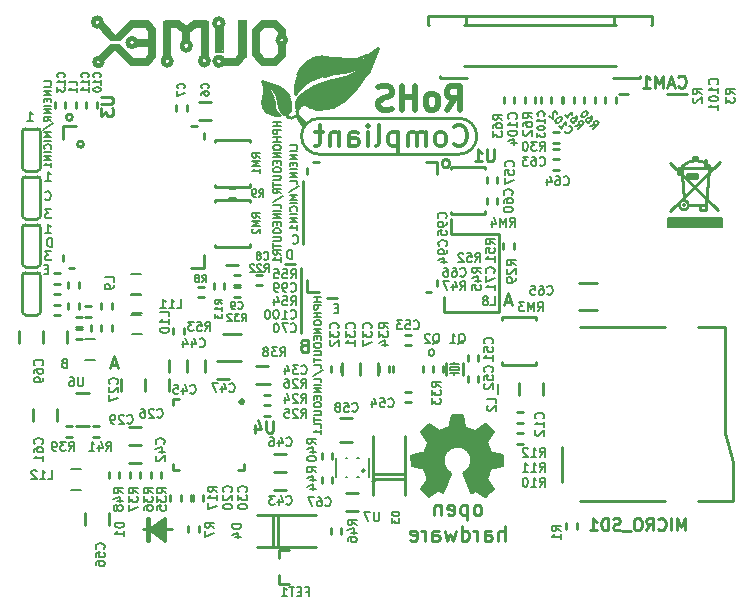
<source format=gbr>
%TF.GenerationSoftware,KiCad,Pcbnew,5.1.0-rc2-unknown-036be7d~80~ubuntu16.04.1*%
%TF.CreationDate,2019-11-29T15:46:33+02:00*%
%TF.ProjectId,S3-OLinuXino_Rev_A,53332d4f-4c69-46e7-9558-696e6f5f5265,F*%
%TF.SameCoordinates,Original*%
%TF.FileFunction,Legend,Bot*%
%TF.FilePolarity,Positive*%
%FSLAX46Y46*%
G04 Gerber Fmt 4.6, Leading zero omitted, Abs format (unit mm)*
G04 Created by KiCad (PCBNEW 5.1.0-rc2-unknown-036be7d~80~ubuntu16.04.1) date 2019-11-29 15:46:33*
%MOMM*%
%LPD*%
G04 APERTURE LIST*
%ADD10C,0.254000*%
%ADD11C,0.190500*%
%ADD12C,0.127000*%
%ADD13C,0.150000*%
%ADD14C,0.203200*%
%ADD15C,0.508000*%
%ADD16C,0.400000*%
%ADD17C,0.700000*%
%ADD18C,0.500000*%
%ADD19C,0.100000*%
%ADD20C,0.420000*%
%ADD21C,0.370000*%
%ADD22C,0.380000*%
%ADD23C,1.000000*%
%ADD24C,0.200000*%
%ADD25C,0.158750*%
%ADD26C,0.350000*%
G04 APERTURE END LIST*
D10*
X147193000Y-84328000D02*
X146304000Y-84328000D01*
D11*
X122718285Y-81860571D02*
X122464285Y-81860571D01*
X122355428Y-82259714D02*
X122718285Y-82259714D01*
X122718285Y-81497714D01*
X122355428Y-81497714D01*
X123008571Y-79973714D02*
X123008571Y-79211714D01*
X122827142Y-79211714D01*
X122718285Y-79248000D01*
X122645714Y-79320571D01*
X122609428Y-79393142D01*
X122573142Y-79538285D01*
X122573142Y-79647142D01*
X122609428Y-79792285D01*
X122645714Y-79864857D01*
X122718285Y-79937428D01*
X122827142Y-79973714D01*
X123008571Y-79973714D01*
D10*
X143637000Y-81407000D02*
X142748000Y-81407000D01*
X144272000Y-79756000D02*
X144272000Y-74422000D01*
D11*
X143328571Y-80989714D02*
X143328571Y-80227714D01*
X143147142Y-80227714D01*
X143038285Y-80264000D01*
X142965714Y-80336571D01*
X142929428Y-80409142D01*
X142893142Y-80554285D01*
X142893142Y-80663142D01*
X142929428Y-80808285D01*
X142965714Y-80880857D01*
X143038285Y-80953428D01*
X143147142Y-80989714D01*
X143328571Y-80989714D01*
X122446142Y-75964142D02*
X122482428Y-76000428D01*
X122591285Y-76036714D01*
X122663857Y-76036714D01*
X122772714Y-76000428D01*
X122845285Y-75927857D01*
X122881571Y-75855285D01*
X122917857Y-75710142D01*
X122917857Y-75601285D01*
X122881571Y-75456142D01*
X122845285Y-75383571D01*
X122772714Y-75311000D01*
X122663857Y-75274714D01*
X122591285Y-75274714D01*
X122482428Y-75311000D01*
X122446142Y-75347285D01*
X143401142Y-79647142D02*
X143437428Y-79683428D01*
X143546285Y-79719714D01*
X143618857Y-79719714D01*
X143727714Y-79683428D01*
X143800285Y-79610857D01*
X143836571Y-79538285D01*
X143872857Y-79393142D01*
X143872857Y-79284285D01*
X143836571Y-79139142D01*
X143800285Y-79066571D01*
X143727714Y-78994000D01*
X143618857Y-78957714D01*
X143546285Y-78957714D01*
X143437428Y-78994000D01*
X143401142Y-79030285D01*
X122464285Y-78830714D02*
X122899714Y-78830714D01*
X122682000Y-78830714D02*
X122682000Y-78068714D01*
X122754571Y-78177571D01*
X122827142Y-78250142D01*
X122899714Y-78286428D01*
X122936000Y-76798714D02*
X122464285Y-76798714D01*
X122718285Y-77089000D01*
X122609428Y-77089000D01*
X122536857Y-77125285D01*
X122500571Y-77161571D01*
X122464285Y-77234142D01*
X122464285Y-77415571D01*
X122500571Y-77488142D01*
X122536857Y-77524428D01*
X122609428Y-77560714D01*
X122827142Y-77560714D01*
X122899714Y-77524428D01*
X122936000Y-77488142D01*
X147229285Y-85162571D02*
X146975285Y-85162571D01*
X146866428Y-85561714D02*
X147229285Y-85561714D01*
X147229285Y-84799714D01*
X146866428Y-84799714D01*
X120940285Y-69305714D02*
X121375714Y-69305714D01*
X121158000Y-69305714D02*
X121158000Y-68543714D01*
X121230571Y-68652571D01*
X121303142Y-68725142D01*
X121375714Y-68761428D01*
X122464285Y-74385714D02*
X122899714Y-74385714D01*
X122682000Y-74385714D02*
X122682000Y-73623714D01*
X122754571Y-73732571D01*
X122827142Y-73805142D01*
X122899714Y-73841428D01*
X122936000Y-80354714D02*
X122464285Y-80354714D01*
X122718285Y-80645000D01*
X122609428Y-80645000D01*
X122536857Y-80681285D01*
X122500571Y-80717571D01*
X122464285Y-80790142D01*
X122464285Y-80971571D01*
X122500571Y-81044142D01*
X122536857Y-81080428D01*
X122609428Y-81116714D01*
X122827142Y-81116714D01*
X122899714Y-81080428D01*
X122936000Y-81044142D01*
D10*
X156210000Y-84201000D02*
X156210000Y-85471000D01*
X160909000Y-85471000D02*
X156210000Y-85471000D01*
X156845000Y-77597000D02*
X156845000Y-78867000D01*
X160909000Y-78867000D02*
X156845000Y-78867000D01*
X144145000Y-87249000D02*
X144145000Y-81788000D01*
D11*
X124049971Y-89810771D02*
X123941114Y-89847057D01*
X123904828Y-89883342D01*
X123868542Y-89955914D01*
X123868542Y-90064771D01*
X123904828Y-90137342D01*
X123941114Y-90173628D01*
X124013685Y-90209914D01*
X124303971Y-90209914D01*
X124303971Y-89447914D01*
X124049971Y-89447914D01*
X123977400Y-89484200D01*
X123941114Y-89520485D01*
X123904828Y-89593057D01*
X123904828Y-89665628D01*
X123941114Y-89738200D01*
X123977400Y-89774485D01*
X124049971Y-89810771D01*
X124303971Y-89810771D01*
D10*
X144326428Y-88319428D02*
X144181285Y-88367809D01*
X144132904Y-88416190D01*
X144084523Y-88512952D01*
X144084523Y-88658095D01*
X144132904Y-88754857D01*
X144181285Y-88803238D01*
X144278047Y-88851619D01*
X144665095Y-88851619D01*
X144665095Y-87835619D01*
X144326428Y-87835619D01*
X144229666Y-87884000D01*
X144181285Y-87932380D01*
X144132904Y-88029142D01*
X144132904Y-88125904D01*
X144181285Y-88222666D01*
X144229666Y-88271047D01*
X144326428Y-88319428D01*
X144665095Y-88319428D01*
X160909000Y-85471000D02*
X160909000Y-78867000D01*
X161912904Y-84624333D02*
X161429095Y-84624333D01*
X162009666Y-84914619D02*
X161671000Y-83898619D01*
X161332333Y-84914619D01*
X128511904Y-89958333D02*
X128028095Y-89958333D01*
X128608666Y-90248619D02*
X128270000Y-89232619D01*
X127931333Y-90248619D01*
X175133000Y-67056000D02*
X176784000Y-67056000D01*
X171069000Y-67056000D02*
X171831000Y-67056000D01*
%TO.C,Q2*%
X151892000Y-90551000D02*
X151892000Y-90043000D01*
X154432000Y-90551000D02*
X154432000Y-90043000D01*
%TO.C,R53*%
X134175500Y-87122000D02*
X134175500Y-87376000D01*
X134175500Y-87122000D02*
X134175500Y-86868000D01*
X133286500Y-87122000D02*
X133286500Y-86868000D01*
X133286500Y-87122000D02*
X133286500Y-87376000D01*
%TO.C,R34*%
X151574500Y-90297000D02*
X151574500Y-90043000D01*
X151574500Y-90297000D02*
X151574500Y-90551000D01*
X150685500Y-90297000D02*
X150685500Y-90551000D01*
X150685500Y-90297000D02*
X150685500Y-90043000D01*
%TO.C,U1*%
X155650000Y-72825000D02*
X155650000Y-73825000D01*
X155650000Y-72825000D02*
X154650000Y-72825000D01*
X144650000Y-83825000D02*
X145650000Y-83825000D01*
X144650000Y-83825000D02*
X144650000Y-82825000D01*
X154650000Y-83825000D02*
X155150000Y-83825000D01*
X155650000Y-82825000D02*
X155650000Y-83325000D01*
X144650000Y-73825000D02*
X144650000Y-73325000D01*
X145650000Y-72825000D02*
X145150000Y-72825000D01*
D12*
%TO.C,L12*%
X124663200Y-100584000D02*
X125501400Y-100584000D01*
X124663200Y-98806000D02*
X125501400Y-98806000D01*
D10*
%TO.C,C58*%
X147447000Y-96520000D02*
X148463000Y-96520000D01*
X147447000Y-94488000D02*
X148463000Y-94488000D01*
%TO.C,CAM1*%
X173838000Y-61196000D02*
X173838000Y-60396000D01*
X173838000Y-60396000D02*
X154838000Y-60396000D01*
X154838000Y-60396000D02*
X154838000Y-61196000D01*
X173838000Y-61196000D02*
X173738000Y-61196000D01*
X154838000Y-61196000D02*
X154938000Y-61196000D01*
X157938000Y-61196000D02*
X170738000Y-61196000D01*
X170738000Y-64696000D02*
X157938000Y-64696000D01*
X170588000Y-61196000D02*
X170588000Y-60396000D01*
X158088000Y-61196000D02*
X158088000Y-60396000D01*
X172838000Y-65546000D02*
X172838000Y-65696000D01*
X172838000Y-65696000D02*
X170488000Y-65696000D01*
X158188000Y-65696000D02*
X155838000Y-65696000D01*
X155838000Y-65696000D02*
X155838000Y-65546000D01*
%TO.C,MICRO_SD1*%
X167708580Y-86758780D02*
X174904400Y-86758780D01*
X166207440Y-96956880D02*
X166207440Y-99855020D01*
X167708580Y-101455220D02*
X174904400Y-101455220D01*
X180705760Y-101455220D02*
X180705760Y-98155760D01*
X180004720Y-95755460D02*
X180004720Y-86758780D01*
X177706020Y-101455220D02*
X180705760Y-101455220D01*
X177706020Y-86758780D02*
X180004720Y-86758780D01*
X180705760Y-98155760D02*
X180004720Y-95755460D01*
%TO.C,Q1*%
X156349000Y-90797000D02*
X156349000Y-89797000D01*
X157849000Y-90797000D02*
X157849000Y-89797000D01*
D12*
X156718000Y-90170000D02*
X156718000Y-90424000D01*
X156718000Y-90424000D02*
X157480000Y-90424000D01*
X157480000Y-90424000D02*
X157480000Y-90170000D01*
X157480000Y-90170000D02*
X156718000Y-90170000D01*
X157480000Y-89916000D02*
X156718000Y-89916000D01*
X156718000Y-90678000D02*
X157480000Y-90678000D01*
X157099000Y-90678000D02*
X157099000Y-90868500D01*
X157099000Y-89725500D02*
X157099000Y-89916000D01*
D10*
%TO.C,D4*%
X142185000Y-105363000D02*
X142185000Y-102663000D01*
X145375000Y-105363000D02*
X140375000Y-105363000D01*
X141745000Y-105363000D02*
X141745000Y-102663000D01*
X140375000Y-102663000D02*
X145375000Y-102663000D01*
%TO.C,D3*%
X152924500Y-99178500D02*
X150224500Y-99178500D01*
X152924500Y-95988500D02*
X152924500Y-100988500D01*
X152924500Y-99618500D02*
X150224500Y-99618500D01*
X150224500Y-100988500D02*
X150224500Y-95988500D01*
%TO.C,D1*%
X131699000Y-103759000D02*
X131699000Y-104140000D01*
X131826000Y-103632000D02*
X131826000Y-104267000D01*
X131953000Y-103505000D02*
X131953000Y-104267000D01*
X132080000Y-103505000D02*
X132080000Y-104394000D01*
X132207000Y-104394000D02*
X132207000Y-103251000D01*
X132334000Y-103251000D02*
X132334000Y-104521000D01*
X132461000Y-104648000D02*
X132461000Y-103124000D01*
X131241800Y-102946200D02*
X131064000Y-102946200D01*
X131241800Y-104851200D02*
X131064000Y-104851200D01*
X131064000Y-102946200D02*
X131064000Y-104851200D01*
X132613400Y-102946200D02*
X132613400Y-104851200D01*
X131241800Y-102946200D02*
X131241800Y-104851200D01*
X131241800Y-103860600D02*
X132613400Y-104851200D01*
X132613400Y-102946200D02*
X131241800Y-103860600D01*
X133197600Y-103898700D02*
X130721100Y-103898700D01*
%TO.C,U4*%
X139268200Y-98882200D02*
X139268200Y-98374200D01*
X138760200Y-98882200D02*
X139268200Y-98882200D01*
X133273800Y-98882200D02*
X133781800Y-98882200D01*
X133273800Y-98374200D02*
X133273800Y-98882200D01*
X133273800Y-92887800D02*
X133781800Y-92887800D01*
X133273800Y-93395800D02*
X133273800Y-92887800D01*
X139244605Y-93091000D02*
G75*
G03X139244605Y-93091000I-179605J0D01*
G01*
%TO.C,U3*%
X123931000Y-69752000D02*
X123931000Y-70862000D01*
X123931000Y-69752000D02*
X125031000Y-69752000D01*
X135921000Y-81752000D02*
X134811000Y-81752000D01*
X135921000Y-81752000D02*
X135921000Y-80642000D01*
X125703488Y-71292000D02*
G75*
G03X125703488Y-71292000I-262488J0D01*
G01*
X124753488Y-69012000D02*
G75*
G03X124753488Y-69012000I-262488J0D01*
G01*
X135921000Y-70342000D02*
X135921000Y-70842000D01*
X134821000Y-69752000D02*
X135311000Y-69752000D01*
X124921000Y-81752000D02*
X124501000Y-81752000D01*
X123921000Y-80672000D02*
X123921000Y-81162000D01*
%TO.C,U6*%
X125044200Y-95123000D02*
X126174500Y-95123000D01*
X125044200Y-92316300D02*
X126174500Y-92316300D01*
D13*
%TO.C,U7*%
X150434613Y-99816920D02*
G75*
G03X150434613Y-99816920I-158053J0D01*
G01*
D14*
X147040600Y-97868740D02*
X147040600Y-99489260D01*
X149885400Y-99489260D02*
X149885400Y-97868740D01*
X148889720Y-99489260D02*
X148983700Y-99489260D01*
X147942300Y-99489260D02*
X148036280Y-99489260D01*
X148889720Y-97871280D02*
X148983700Y-97871280D01*
X147942300Y-97871280D02*
X148036280Y-97871280D01*
D13*
X149545613Y-98927920D02*
G75*
G03X149545613Y-98927920I-158053J0D01*
G01*
D10*
%TO.C,HPHONEOUTL/LINEOUTL1*%
X122047000Y-85471000D02*
X122047000Y-82423000D01*
X121793000Y-85725000D02*
X120777000Y-85725000D01*
X121793000Y-82169000D02*
X120777000Y-82169000D01*
X120523000Y-82423000D02*
X120523000Y-85471000D01*
X120777000Y-85725000D02*
G75*
G02X120523000Y-85471000I0J254000D01*
G01*
X120523000Y-82423000D02*
G75*
G02X120777000Y-82169000I254000J0D01*
G01*
X121793000Y-82169000D02*
G75*
G02X122047000Y-82423000I0J-254000D01*
G01*
X122047000Y-85471000D02*
G75*
G02X121793000Y-85725000I-254000J0D01*
G01*
%TO.C,HPHONEOUTR/LINEOUTR1*%
X122047000Y-81407000D02*
G75*
G02X121793000Y-81661000I-254000J0D01*
G01*
X121793000Y-78105000D02*
G75*
G02X122047000Y-78359000I0J-254000D01*
G01*
X120523000Y-78359000D02*
G75*
G02X120777000Y-78105000I254000J0D01*
G01*
X120777000Y-81661000D02*
G75*
G02X120523000Y-81407000I0J254000D01*
G01*
X120523000Y-78359000D02*
X120523000Y-81407000D01*
X121793000Y-78105000D02*
X120777000Y-78105000D01*
X121793000Y-81661000D02*
X120777000Y-81661000D01*
X122047000Y-81407000D02*
X122047000Y-78359000D01*
%TO.C,LINEINR/MICIN1*%
X122047000Y-73279000D02*
G75*
G02X121793000Y-73533000I-254000J0D01*
G01*
X121793000Y-69977000D02*
G75*
G02X122047000Y-70231000I0J-254000D01*
G01*
X120523000Y-70231000D02*
G75*
G02X120777000Y-69977000I254000J0D01*
G01*
X120777000Y-73533000D02*
G75*
G02X120523000Y-73279000I0J254000D01*
G01*
X120523000Y-70231000D02*
X120523000Y-73279000D01*
X121793000Y-69977000D02*
X120777000Y-69977000D01*
X121793000Y-73533000D02*
X120777000Y-73533000D01*
X122047000Y-73279000D02*
X122047000Y-70231000D01*
%TO.C,LINEINL/MICIN1*%
X122047000Y-77343000D02*
G75*
G02X121793000Y-77597000I-254000J0D01*
G01*
X121793000Y-74041000D02*
G75*
G02X122047000Y-74295000I0J-254000D01*
G01*
X120523000Y-74295000D02*
G75*
G02X120777000Y-74041000I254000J0D01*
G01*
X120777000Y-77597000D02*
G75*
G02X120523000Y-77343000I0J254000D01*
G01*
X120523000Y-74295000D02*
X120523000Y-77343000D01*
X121793000Y-74041000D02*
X120777000Y-74041000D01*
X121793000Y-77597000D02*
X120777000Y-77597000D01*
X122047000Y-77343000D02*
X122047000Y-74295000D01*
%TO.C,C13*%
X124142500Y-67944998D02*
X124142500Y-67690998D01*
X124142500Y-67944998D02*
X124142500Y-68198998D01*
X123253500Y-67944998D02*
X123253500Y-68198998D01*
X123253500Y-67944998D02*
X123253500Y-67690998D01*
%TO.C,C11*%
X125031500Y-67945000D02*
X125031500Y-68199000D01*
X125031500Y-67945000D02*
X125031500Y-67691000D01*
X125920500Y-67945000D02*
X125920500Y-67691000D01*
X125920500Y-67945000D02*
X125920500Y-68199000D01*
%TO.C,C95*%
X124396500Y-83185000D02*
X124396500Y-83439000D01*
X124396500Y-83185000D02*
X124396500Y-82931000D01*
X125285500Y-83185000D02*
X125285500Y-82931000D01*
X125285500Y-83185000D02*
X125285500Y-83439000D01*
%TO.C,C10*%
X125920500Y-67945000D02*
X125920500Y-68199000D01*
X125920500Y-67945000D02*
X125920500Y-67691000D01*
X126809500Y-67945000D02*
X126809500Y-67691000D01*
X126809500Y-67945000D02*
X126809500Y-68199000D01*
%TO.C,C54*%
X153162000Y-93154500D02*
X153416000Y-93154500D01*
X153162000Y-93154500D02*
X152908000Y-93154500D01*
X153162000Y-92265500D02*
X152908000Y-92265500D01*
X153162000Y-92265500D02*
X153416000Y-92265500D01*
%TO.C,C7*%
X134429500Y-68199000D02*
X134429500Y-67945000D01*
X134429500Y-68199000D02*
X134429500Y-68453000D01*
X133540500Y-68199000D02*
X133540500Y-68453000D01*
X133540500Y-68199000D02*
X133540500Y-67945000D01*
%TO.C,C51*%
X158216599Y-89408000D02*
X158216599Y-89662000D01*
X158216599Y-89408000D02*
X158216599Y-89154000D01*
X159105599Y-89408000D02*
X159105599Y-89154000D01*
X159105599Y-89408000D02*
X159105599Y-89662000D01*
%TO.C,C52*%
X159105599Y-91186000D02*
X159105599Y-90932000D01*
X159105599Y-91186000D02*
X159105599Y-91440000D01*
X158216599Y-91186000D02*
X158216599Y-91440000D01*
X158216599Y-91186000D02*
X158216599Y-90932000D01*
%TO.C,C32*%
X146621500Y-90297002D02*
X146621500Y-90551002D01*
X146621500Y-90297002D02*
X146621500Y-90043002D01*
X147510500Y-90297002D02*
X147510500Y-90043002D01*
X147510500Y-90297002D02*
X147510500Y-90551002D01*
%TO.C,C104*%
X162179000Y-67564000D02*
X162179000Y-67818000D01*
X162179000Y-67564000D02*
X162179000Y-67310000D01*
X163068000Y-67564000D02*
X163068000Y-67310000D01*
X163068000Y-67564000D02*
X163068000Y-67818000D01*
%TO.C,C101*%
X168973500Y-67564000D02*
X168973500Y-67818000D01*
X168973500Y-67564000D02*
X168973500Y-67310000D01*
X169862500Y-67564000D02*
X169862500Y-67310000D01*
X169862500Y-67564000D02*
X169862500Y-67818000D01*
%TO.C,C102*%
X165290500Y-67564000D02*
X165290500Y-67818000D01*
X165290500Y-67564000D02*
X165290500Y-67310000D01*
X166179500Y-67564000D02*
X166179500Y-67310000D01*
X166179500Y-67564000D02*
X166179500Y-67818000D01*
%TO.C,C103*%
X164401500Y-67564000D02*
X164401500Y-67818000D01*
X164401500Y-67564000D02*
X164401500Y-67310000D01*
X165290500Y-67564000D02*
X165290500Y-67310000D01*
X165290500Y-67564000D02*
X165290500Y-67818000D01*
%TO.C,C30*%
X135826500Y-101219000D02*
X135826500Y-100965000D01*
X135826500Y-101219000D02*
X135826500Y-101473000D01*
X134937500Y-101219000D02*
X134937500Y-101473000D01*
X134937500Y-101219000D02*
X134937500Y-100965000D01*
%TO.C,C20*%
X134810500Y-101219000D02*
X134810500Y-100965000D01*
X134810500Y-101219000D02*
X134810500Y-101473000D01*
X133921500Y-101219000D02*
X133921500Y-101473000D01*
X133921500Y-101219000D02*
X133921500Y-100965000D01*
%TO.C,C64*%
X165735000Y-72580500D02*
X165481000Y-72580500D01*
X165735000Y-72580500D02*
X165989000Y-72580500D01*
X165735000Y-73469500D02*
X165989000Y-73469500D01*
X165735000Y-73469500D02*
X165481000Y-73469500D01*
%TO.C,C63*%
X165735000Y-71691500D02*
X165481000Y-71691500D01*
X165735000Y-71691500D02*
X165989000Y-71691500D01*
X165735000Y-72580500D02*
X165989000Y-72580500D01*
X165735000Y-72580500D02*
X165481000Y-72580500D01*
%TO.C,C9*%
X138684000Y-83248500D02*
X138938000Y-83248500D01*
X138684000Y-83248500D02*
X138430000Y-83248500D01*
X138684000Y-82359500D02*
X138430000Y-82359500D01*
X138684000Y-82359500D02*
X138938000Y-82359500D01*
%TO.C,C71*%
X127190500Y-86868000D02*
X127190500Y-87122000D01*
X127190500Y-86868000D02*
X127190500Y-86614000D01*
X128079500Y-86868000D02*
X128079500Y-86614000D01*
X128079500Y-86868000D02*
X128079500Y-87122000D01*
%TO.C,C100*%
X123444000Y-84899499D02*
X123698000Y-84899499D01*
X123444000Y-84899499D02*
X123190000Y-84899499D01*
X123444000Y-85788499D02*
X123190000Y-85788499D01*
X123444000Y-85788499D02*
X123698000Y-85788499D01*
%TO.C,C66*%
X125349000Y-86804500D02*
X125095000Y-86804500D01*
X125349000Y-86804500D02*
X125603000Y-86804500D01*
X125349000Y-85915500D02*
X125603000Y-85915500D01*
X125349000Y-85915500D02*
X125095000Y-85915500D01*
%TO.C,C99*%
X123444000Y-84010499D02*
X123698000Y-84010499D01*
X123444000Y-84010499D02*
X123190000Y-84010499D01*
X123444000Y-83121499D02*
X123190000Y-83121499D01*
X123444000Y-83121499D02*
X123698000Y-83121499D01*
%TO.C,C53*%
X153162000Y-87439500D02*
X152908000Y-87439500D01*
X153162000Y-87439500D02*
X153416000Y-87439500D01*
X153162000Y-88328500D02*
X153416000Y-88328500D01*
X153162000Y-88328500D02*
X152908000Y-88328500D01*
%TO.C,C57*%
X159829500Y-74313000D02*
X159829500Y-74567000D01*
X159829500Y-74313000D02*
X159829500Y-74059000D01*
X160718500Y-74313000D02*
X160718500Y-74059000D01*
X160718500Y-74313000D02*
X160718500Y-74567000D01*
%TO.C,C60*%
X160718500Y-76073000D02*
X160718500Y-75819000D01*
X160718500Y-76073000D02*
X160718500Y-76327000D01*
X159829500Y-76073000D02*
X159829500Y-76327000D01*
X159829500Y-76073000D02*
X159829500Y-75819000D01*
%TO.C,C94*%
X124396500Y-84963000D02*
X124396500Y-85217000D01*
X124396500Y-84963000D02*
X124396500Y-84709000D01*
X125285500Y-84963000D02*
X125285500Y-84709000D01*
X125285500Y-84963000D02*
X125285500Y-85217000D01*
%TO.C,C46*%
X142875000Y-97536000D02*
X141859000Y-97536000D01*
X142875000Y-99060000D02*
X141859000Y-99060000D01*
%TO.C,C42*%
X129540000Y-98298000D02*
X130556000Y-98298000D01*
X129540000Y-96774000D02*
X130556000Y-96774000D01*
%TO.C,C29*%
X130556000Y-95250000D02*
X129540000Y-95250000D01*
X130556000Y-96774000D02*
X129540000Y-96774000D01*
%TO.C,C45*%
X132969000Y-89535000D02*
X132969000Y-90551000D01*
X134493000Y-89535000D02*
X134493000Y-90551000D01*
%TO.C,C8*%
X138811000Y-80010000D02*
X137795000Y-80010000D01*
X138811000Y-81534000D02*
X137795000Y-81534000D01*
%TO.C,C44*%
X134493000Y-89535000D02*
X134493000Y-90551000D01*
X136017000Y-89535000D02*
X136017000Y-90551000D01*
%TO.C,C6*%
X136525000Y-67691000D02*
X135509000Y-67691000D01*
X136525000Y-69215000D02*
X135509000Y-69215000D01*
%TO.C,C31*%
X149098000Y-90805000D02*
X149098000Y-89789000D01*
X147574000Y-90805000D02*
X147574000Y-89789000D01*
%TO.C,C37*%
X150622000Y-90805000D02*
X150622000Y-89789000D01*
X149098000Y-90805000D02*
X149098000Y-89789000D01*
%TO.C,C67*%
X147955000Y-102362000D02*
X148971000Y-102362000D01*
X147955000Y-100838000D02*
X148971000Y-100838000D01*
%TO.C,C47*%
X137033000Y-91186000D02*
X138049000Y-91186000D01*
X137033000Y-89662000D02*
X138049000Y-89662000D01*
%TO.C,C43*%
X142875000Y-99060000D02*
X141859000Y-99060000D01*
X142875000Y-100584000D02*
X141859000Y-100584000D01*
%TO.C,C34*%
X141351000Y-91567000D02*
X140335000Y-91567000D01*
X141351000Y-90043000D02*
X140335000Y-90043000D01*
%TO.C,C56*%
X127889000Y-103505000D02*
X127889000Y-102489000D01*
X125857000Y-103505000D02*
X125857000Y-102489000D01*
%TO.C,C61*%
X121412000Y-93726000D02*
X121412000Y-94742000D01*
X123444000Y-93726000D02*
X123444000Y-94742000D01*
%TO.C,C12*%
X164592000Y-92532200D02*
X164592000Y-91516200D01*
X162560000Y-92532200D02*
X162560000Y-91516200D01*
%TO.C,C27*%
X130937000Y-92202000D02*
X130937000Y-91186000D01*
X128905000Y-92202000D02*
X128905000Y-91186000D01*
%TO.C,C26*%
X132969000Y-92202000D02*
X132969000Y-91186000D01*
X130937000Y-92202000D02*
X130937000Y-91186000D01*
%TO.C,C70*%
X122301000Y-87122000D02*
X122301000Y-88138000D01*
X124333000Y-87122000D02*
X124333000Y-88138000D01*
%TO.C,C69*%
X120269000Y-87122000D02*
X120269000Y-88138000D01*
X122301000Y-87122000D02*
X122301000Y-88138000D01*
%TO.C,C65*%
X169164000Y-83058000D02*
X167640000Y-83058000D01*
X169164000Y-85344000D02*
X167640000Y-85344000D01*
%TO.C,L1*%
X124142500Y-67945000D02*
X124142500Y-68199000D01*
X124142500Y-67945000D02*
X124142500Y-67691000D01*
X125031500Y-67945000D02*
X125031500Y-67691000D01*
X125031500Y-67945000D02*
X125031500Y-68199000D01*
D12*
%TO.C,L11*%
X129743200Y-85725000D02*
X130581400Y-85725000D01*
X129743200Y-83947000D02*
X130581400Y-83947000D01*
%TO.C,L2*%
X160782000Y-91592400D02*
X160782000Y-92430600D01*
X162560000Y-91592400D02*
X162560000Y-92430600D01*
%TO.C,L10*%
X130606800Y-85598000D02*
X129768600Y-85598000D01*
X130606800Y-87376000D02*
X129768600Y-87376000D01*
%TO.C,L8*%
X125806200Y-89535000D02*
X126644400Y-89535000D01*
X125806200Y-87757000D02*
X126644400Y-87757000D01*
%TO.C,L9*%
X129743200Y-84074000D02*
X130581400Y-84074000D01*
X129743200Y-82296000D02*
X130581400Y-82296000D01*
D10*
%TO.C,RM4*%
X159715200Y-77190600D02*
X159715200Y-76974700D01*
X156768800Y-77190600D02*
X159715200Y-77190600D01*
X156768800Y-77000100D02*
X156768800Y-77190600D01*
X159715200Y-73177400D02*
X159715200Y-73393300D01*
X156768800Y-73202800D02*
X156768800Y-73380600D01*
X156768800Y-73190100D02*
X159715200Y-73190100D01*
%TO.C,RM3*%
X164033200Y-89954100D02*
X161086800Y-89954100D01*
X164033200Y-89941400D02*
X164033200Y-89763600D01*
X161086800Y-89966800D02*
X161086800Y-89750900D01*
X164033200Y-86144100D02*
X164033200Y-85953600D01*
X164033200Y-85953600D02*
X161086800Y-85953600D01*
X161086800Y-85953600D02*
X161086800Y-86169500D01*
%TO.C,RM2*%
X136829800Y-75984100D02*
X139776200Y-75984100D01*
X136829800Y-75996800D02*
X136829800Y-76174600D01*
X139776200Y-75971400D02*
X139776200Y-76187300D01*
X136829800Y-79794100D02*
X136829800Y-79984600D01*
X136829800Y-79984600D02*
X139776200Y-79984600D01*
X139776200Y-79984600D02*
X139776200Y-79768700D01*
%TO.C,RM1*%
X136829800Y-70904100D02*
X139776200Y-70904100D01*
X136829800Y-70916800D02*
X136829800Y-71094600D01*
X139776200Y-70891400D02*
X139776200Y-71107300D01*
X136829800Y-74714100D02*
X136829800Y-74904600D01*
X136829800Y-74904600D02*
X139776200Y-74904600D01*
X139776200Y-74904600D02*
X139776200Y-74688700D01*
%TO.C,R63*%
X162179000Y-67564000D02*
X162179000Y-67310000D01*
X162179000Y-67564000D02*
X162179000Y-67818000D01*
X161290000Y-67564000D02*
X161290000Y-67818000D01*
X161290000Y-67564000D02*
X161290000Y-67310000D01*
%TO.C,R62*%
X163957000Y-67564000D02*
X163957000Y-67310000D01*
X163957000Y-67564000D02*
X163957000Y-67818000D01*
X163068000Y-67564000D02*
X163068000Y-67818000D01*
X163068000Y-67564000D02*
X163068000Y-67310000D01*
%TO.C,R8*%
X135636000Y-83375500D02*
X135382000Y-83375500D01*
X135636000Y-83375500D02*
X135890000Y-83375500D01*
X135636000Y-84264500D02*
X135890000Y-84264500D01*
X135636000Y-84264500D02*
X135382000Y-84264500D01*
%TO.C,R61*%
X167195500Y-67564000D02*
X167195500Y-67310000D01*
X167195500Y-67564000D02*
X167195500Y-67818000D01*
X166306500Y-67564000D02*
X166306500Y-67818000D01*
X166306500Y-67564000D02*
X166306500Y-67310000D01*
%TO.C,R9*%
X138303000Y-74993500D02*
X138049000Y-74993500D01*
X138303000Y-74993500D02*
X138557000Y-74993500D01*
X138303000Y-75882500D02*
X138557000Y-75882500D01*
X138303000Y-75882500D02*
X138049000Y-75882500D01*
%TO.C,R10*%
X162687000Y-96659700D02*
X162941000Y-96659700D01*
X162687000Y-96659700D02*
X162433000Y-96659700D01*
X162687000Y-95770700D02*
X162433000Y-95770700D01*
X162687000Y-95770700D02*
X162941000Y-95770700D01*
%TO.C,R13*%
X136715500Y-83312000D02*
X136715500Y-83566000D01*
X136715500Y-83312000D02*
X136715500Y-83058000D01*
X137604500Y-83312000D02*
X137604500Y-83058000D01*
X137604500Y-83312000D02*
X137604500Y-83566000D01*
%TO.C,R60*%
X168084500Y-67564000D02*
X168084500Y-67310000D01*
X168084500Y-67564000D02*
X168084500Y-67818000D01*
X167195500Y-67564000D02*
X167195500Y-67818000D01*
X167195500Y-67564000D02*
X167195500Y-67310000D01*
%TO.C,R1*%
X167449500Y-103632000D02*
X167449500Y-103378000D01*
X167449500Y-103632000D02*
X167449500Y-103886000D01*
X166560500Y-103632000D02*
X166560500Y-103886000D01*
X166560500Y-103632000D02*
X166560500Y-103378000D01*
%TO.C,R3*%
X170751500Y-67564000D02*
X170751500Y-67310000D01*
X170751500Y-67564000D02*
X170751500Y-67818000D01*
X169862500Y-67564000D02*
X169862500Y-67818000D01*
X169862500Y-67564000D02*
X169862500Y-67310000D01*
%TO.C,R2*%
X168973500Y-67564000D02*
X168973500Y-67310000D01*
X168973500Y-67564000D02*
X168973500Y-67818000D01*
X168084500Y-67564000D02*
X168084500Y-67818000D01*
X168084500Y-67564000D02*
X168084500Y-67310000D01*
%TO.C,R11*%
X162687000Y-94881700D02*
X162941000Y-94881700D01*
X162687000Y-94881700D02*
X162433000Y-94881700D01*
X162687000Y-95770700D02*
X162433000Y-95770700D01*
X162687000Y-95770700D02*
X162941000Y-95770700D01*
%TO.C,R7*%
X134556500Y-103886000D02*
X134556500Y-104140000D01*
X134556500Y-103886000D02*
X134556500Y-103632000D01*
X135445500Y-103886000D02*
X135445500Y-103632000D01*
X135445500Y-103886000D02*
X135445500Y-104140000D01*
%TO.C,R12*%
X162687000Y-94881700D02*
X162941000Y-94881700D01*
X162687000Y-94881700D02*
X162433000Y-94881700D01*
X162687000Y-93992700D02*
X162433000Y-93992700D01*
X162687000Y-93992700D02*
X162941000Y-93992700D01*
%TO.C,R44*%
X145859500Y-99695001D02*
X145859500Y-99949001D01*
X145859500Y-99695001D02*
X145859500Y-99441001D01*
X146748500Y-99695001D02*
X146748500Y-99441001D01*
X146748500Y-99695001D02*
X146748500Y-99949001D01*
%TO.C,R46*%
X146621500Y-104013000D02*
X146621500Y-104267000D01*
X146621500Y-104013000D02*
X146621500Y-103759000D01*
X147510500Y-104013000D02*
X147510500Y-103759000D01*
X147510500Y-104013000D02*
X147510500Y-104267000D01*
%TO.C,R33*%
X156146500Y-90297000D02*
X156146500Y-90043000D01*
X156146500Y-90297000D02*
X156146500Y-90551000D01*
X155257500Y-90297000D02*
X155257500Y-90551000D01*
X155257500Y-90297000D02*
X155257500Y-90043000D01*
%TO.C,R32*%
X138684000Y-84264500D02*
X138938000Y-84264500D01*
X138684000Y-84264500D02*
X138430000Y-84264500D01*
X138684000Y-83375500D02*
X138430000Y-83375500D01*
X138684000Y-83375500D02*
X138938000Y-83375500D01*
%TO.C,R30*%
X165735000Y-71183500D02*
X165989000Y-71183500D01*
X165735000Y-71183500D02*
X165481000Y-71183500D01*
X165735000Y-70294500D02*
X165481000Y-70294500D01*
X165735000Y-70294500D02*
X165989000Y-70294500D01*
%TO.C,R41*%
X126746000Y-95186500D02*
X126492000Y-95186500D01*
X126746000Y-95186500D02*
X127000000Y-95186500D01*
X126746000Y-96075500D02*
X127000000Y-96075500D01*
X126746000Y-96075500D02*
X126492000Y-96075500D01*
%TO.C,R51*%
X127190500Y-84963000D02*
X127190500Y-85217000D01*
X127190500Y-84963000D02*
X127190500Y-84709000D01*
X128079500Y-84963000D02*
X128079500Y-84709000D01*
X128079500Y-84963000D02*
X128079500Y-85217000D01*
%TO.C,R55*%
X123444000Y-83121499D02*
X123698000Y-83121499D01*
X123444000Y-83121499D02*
X123190000Y-83121499D01*
X123444000Y-82232499D02*
X123190000Y-82232499D01*
X123444000Y-82232499D02*
X123698000Y-82232499D01*
%TO.C,R54*%
X123444001Y-84010500D02*
X123698001Y-84010500D01*
X123444001Y-84010500D02*
X123190001Y-84010500D01*
X123444001Y-84899500D02*
X123190001Y-84899500D01*
X123444001Y-84899500D02*
X123698001Y-84899500D01*
%TO.C,R52*%
X126111000Y-85915500D02*
X125857000Y-85915500D01*
X126111000Y-85915500D02*
X126365000Y-85915500D01*
X126111000Y-85026500D02*
X126365000Y-85026500D01*
X126111000Y-85026500D02*
X125857000Y-85026500D01*
%TO.C,R29*%
X162115500Y-79883000D02*
X162115500Y-80137000D01*
X162115500Y-79883000D02*
X162115500Y-79629000D01*
X161226500Y-79883000D02*
X161226500Y-79629000D01*
X161226500Y-79883000D02*
X161226500Y-80137000D01*
%TO.C,R45*%
X126301500Y-86868000D02*
X126301500Y-86614000D01*
X126301500Y-86868000D02*
X126301500Y-87122000D01*
X127190500Y-86868000D02*
X127190500Y-87122000D01*
X127190500Y-86868000D02*
X127190500Y-86614000D01*
%TO.C,R39*%
X124460000Y-96075500D02*
X124714000Y-96075500D01*
X124460000Y-96075500D02*
X124206000Y-96075500D01*
X124460000Y-95186500D02*
X124206000Y-95186500D01*
X124460000Y-95186500D02*
X124714000Y-95186500D01*
%TO.C,R47*%
X125349000Y-87820500D02*
X125603000Y-87820500D01*
X125349000Y-87820500D02*
X125095000Y-87820500D01*
X125349000Y-86931500D02*
X125095000Y-86931500D01*
X125349000Y-86931500D02*
X125603000Y-86931500D01*
%TO.C,R17*%
X133921500Y-101219000D02*
X133921500Y-100965000D01*
X133921500Y-101219000D02*
X133921500Y-101473000D01*
X133032500Y-101219000D02*
X133032500Y-101473000D01*
X133032500Y-101219000D02*
X133032500Y-100965000D01*
%TO.C,R40*%
X145859500Y-97663000D02*
X145859500Y-97917000D01*
X145859500Y-97663000D02*
X145859500Y-97409000D01*
X146748500Y-97663000D02*
X146748500Y-97409000D01*
X146748500Y-97663000D02*
X146748500Y-97917000D01*
%TO.C,R24*%
X141224000Y-93408500D02*
X141478000Y-93408500D01*
X141224000Y-93408500D02*
X140970000Y-93408500D01*
X141224000Y-92519500D02*
X140970000Y-92519500D01*
X141224000Y-92519500D02*
X141478000Y-92519500D01*
%TO.C,R25*%
X141224000Y-94297500D02*
X141478000Y-94297500D01*
X141224000Y-94297500D02*
X140970000Y-94297500D01*
X141224000Y-93408500D02*
X140970000Y-93408500D01*
X141224000Y-93408500D02*
X141478000Y-93408500D01*
%TO.C,R37*%
X129603500Y-99314000D02*
X129603500Y-99568000D01*
X129603500Y-99314000D02*
X129603500Y-99060000D01*
X130492500Y-99314000D02*
X130492500Y-99060000D01*
X130492500Y-99314000D02*
X130492500Y-99568000D01*
%TO.C,R35*%
X131381500Y-99314000D02*
X131381500Y-99568000D01*
X131381500Y-99314000D02*
X131381500Y-99060000D01*
X132270500Y-99314000D02*
X132270500Y-99060000D01*
X132270500Y-99314000D02*
X132270500Y-99568000D01*
%TO.C,R36*%
X130492500Y-99314000D02*
X130492500Y-99568000D01*
X130492500Y-99314000D02*
X130492500Y-99060000D01*
X131381500Y-99314000D02*
X131381500Y-99060000D01*
X131381500Y-99314000D02*
X131381500Y-99568000D01*
%TO.C,R22*%
X140589000Y-83248500D02*
X140843000Y-83248500D01*
X140589000Y-83248500D02*
X140335000Y-83248500D01*
X140589000Y-82359500D02*
X140335000Y-82359500D01*
X140589000Y-82359500D02*
X140843000Y-82359500D01*
%TO.C,R48*%
X128714500Y-99314000D02*
X128714500Y-99060000D01*
X128714500Y-99314000D02*
X128714500Y-99568000D01*
X127825500Y-99314000D02*
X127825500Y-99568000D01*
X127825500Y-99314000D02*
X127825500Y-99060000D01*
%TO.C,R26*%
X141224000Y-92519500D02*
X141478000Y-92519500D01*
X141224000Y-92519500D02*
X140970000Y-92519500D01*
X141224000Y-91630500D02*
X140970000Y-91630500D01*
X141224000Y-91630500D02*
X141478000Y-91630500D01*
%TO.C,R38*%
X139065000Y-89662000D02*
X137541000Y-89662000D01*
X139065000Y-87376000D02*
X137541000Y-87376000D01*
%TO.C,FET1*%
X142240000Y-108483400D02*
X142240000Y-107772200D01*
X143078200Y-108483400D02*
X142240000Y-108483400D01*
X143078200Y-105638600D02*
X142240000Y-105638600D01*
X142240000Y-106349800D02*
X142240000Y-105638600D01*
%TO.C,Sign-RoHS*%
X143128556Y-68096371D02*
G75*
G02X142875000Y-68707000I-865696J1511D01*
G01*
X141682020Y-66601180D02*
G75*
G02X142189200Y-67632580I-991420J-1127920D01*
G01*
X142599340Y-68737046D02*
G75*
G02X142189200Y-67640200I1118940J1043506D01*
G01*
X142876788Y-68835791D02*
G75*
G02X142572740Y-68709540I752J431051D01*
G01*
X142310340Y-68829613D02*
G75*
G02X141808200Y-68033900I709440J1003993D01*
G01*
X141428795Y-66695066D02*
G75*
G02X141782800Y-67685920I-1408755J-1061974D01*
G01*
X141961927Y-68835303D02*
G75*
G02X141762480Y-68811140I-1327J824263D01*
G01*
X141760497Y-68810453D02*
G75*
G02X141180820Y-68536820I205183J1185493D01*
G01*
X141156946Y-68514974D02*
G75*
G02X140843000Y-67757040I757934J757934D01*
G01*
X140843283Y-67757487D02*
G75*
G02X140914120Y-67388740I992857J447D01*
G01*
X140978148Y-66454136D02*
G75*
G02X140914120Y-67388740I-1478808J-368184D01*
G01*
X142280000Y-66475511D02*
G75*
G02X143002000Y-67119500I-601340J-1400909D01*
G01*
X143055794Y-67215321D02*
G75*
G02X143256000Y-67970400I-1323794J-755079D01*
G01*
X143257874Y-67970901D02*
G75*
G02X143172180Y-68414900I-1195674J501D01*
G01*
X143301720Y-69089612D02*
G75*
G02X143009620Y-68968620I0J413092D01*
G01*
X143659134Y-68939954D02*
G75*
G02X143301720Y-69088000I-357414J357414D01*
G01*
X144032258Y-69105710D02*
G75*
G02X143764000Y-68453000I653762J650170D01*
G01*
X144269978Y-69723280D02*
G75*
G02X143764000Y-68498720I1228842J1224560D01*
G01*
X147834379Y-65184186D02*
G75*
G02X146491960Y-65399920I-1812319J6992786D01*
G01*
X144710130Y-65973934D02*
G75*
G02X145973800Y-65473580I2134890J-3545866D01*
G01*
X143643641Y-67051765D02*
G75*
G02X144698720Y-65981580I3831299J-2722035D01*
G01*
X143763155Y-68326069D02*
G75*
G02X143883380Y-67388740I762845J378529D01*
G01*
X144054473Y-67200156D02*
G75*
G02X146608800Y-65930780I3654147J-4148444D01*
G01*
X148945541Y-65119778D02*
G75*
G02X146918680Y-65869820I-2631381J3997218D01*
G01*
X144211549Y-69411559D02*
G75*
G02X143764000Y-68326000I1086611J1083019D01*
G01*
X143637760Y-66674243D02*
G75*
G02X143697960Y-65996820I3049780J70363D01*
G01*
X143844736Y-65393585D02*
G75*
G02X145895060Y-63881000I2144304J-760715D01*
G01*
X149758952Y-63736522D02*
G75*
G02X148043900Y-64076580I-1268012J1900222D01*
G01*
X147732933Y-67660013D02*
G75*
G02X145867120Y-68326000I-1738813J1924813D01*
G01*
X149753464Y-65240447D02*
G75*
G02X147772120Y-67622420I-8344044J4925607D01*
G01*
X144040860Y-68049140D02*
G75*
G02X144759680Y-68051680I358140J-360680D01*
G01*
X145351500Y-68328066D02*
G75*
G02X144813020Y-68105020I0J761526D01*
G01*
X145669000Y-72136000D02*
G75*
G02X144145000Y-70612000I0J1524000D01*
G01*
X159004000Y-70612000D02*
G75*
G02X157480000Y-72136000I-1524000J0D01*
G01*
X157480000Y-69088000D02*
G75*
G02X159004000Y-70612000I0J-1524000D01*
G01*
X144145000Y-70612000D02*
G75*
G02X145669000Y-69088000I1524000J0D01*
G01*
X142113000Y-68707000D02*
X141605000Y-68707000D01*
X141986000Y-68580000D02*
X141351000Y-68580000D01*
X141859000Y-68453000D02*
X141224000Y-68453000D01*
X141859000Y-68326000D02*
X141097000Y-68326000D01*
X141808200Y-68199000D02*
X140970000Y-68199000D01*
X141732000Y-68072000D02*
X140970000Y-68072000D01*
X141732000Y-67945000D02*
X140970000Y-67945000D01*
X141732000Y-67818000D02*
X140970000Y-67818000D01*
X141732000Y-67691000D02*
X140970000Y-67691000D01*
X141732000Y-67564000D02*
X140970000Y-67564000D01*
X141732000Y-67437000D02*
X140970000Y-67437000D01*
X141732000Y-67310000D02*
X141097000Y-67310000D01*
X141605000Y-67183000D02*
X141097000Y-67183000D01*
X141605000Y-67056000D02*
X141097000Y-67056000D01*
X141224000Y-66548000D02*
X141224000Y-67056000D01*
X141351000Y-66548000D02*
X141351000Y-67056000D01*
X141478000Y-66167000D02*
X140970000Y-66167000D01*
X141605000Y-66294000D02*
X140970000Y-66294000D01*
X141859000Y-66421000D02*
X141097000Y-66421000D01*
X141351000Y-66548000D02*
X142240000Y-66548000D01*
X141224000Y-66548000D02*
X141351000Y-66548000D01*
X141097000Y-66548000D02*
X141224000Y-66548000D01*
X141859000Y-66675000D02*
X142367000Y-66675000D01*
X141986000Y-66802000D02*
X142621000Y-66802000D01*
X141986000Y-66929000D02*
X142748000Y-66929000D01*
X142113000Y-67056000D02*
X142875000Y-67056000D01*
X142113000Y-67183000D02*
X143002000Y-67183000D01*
X142240000Y-67310000D02*
X143002000Y-67310000D01*
X142240000Y-67437000D02*
X143002000Y-67437000D01*
X142240000Y-67564000D02*
X143129000Y-67564000D01*
X142240000Y-67691000D02*
X143129000Y-67691000D01*
X143002000Y-68453000D02*
X142494000Y-68453000D01*
X143002000Y-68326000D02*
X142367000Y-68326000D01*
X143129000Y-68199000D02*
X142367000Y-68199000D01*
X143129000Y-68072000D02*
X142367000Y-68072000D01*
X143002000Y-67945000D02*
X142367000Y-67945000D01*
X142494000Y-67818000D02*
X142494000Y-68326000D01*
X142240000Y-67818000D02*
X142748000Y-68707000D01*
X142494000Y-67818000D02*
X142240000Y-67818000D01*
X142875000Y-67818000D02*
X142494000Y-67818000D01*
X143002000Y-68453000D02*
X143002000Y-68580000D01*
X143002000Y-68326000D02*
X143002000Y-68453000D01*
X143002000Y-67945000D02*
X143002000Y-68326000D01*
X143002000Y-67818000D02*
X143002000Y-67945000D01*
X142875000Y-67818000D02*
X142875000Y-68453000D01*
X143002000Y-67818000D02*
X142875000Y-67818000D01*
X143129000Y-67818000D02*
X143002000Y-67818000D01*
X143129000Y-68072000D02*
X143129000Y-67818000D01*
X143129000Y-68094860D02*
X143129000Y-68072000D01*
X142189200Y-67640200D02*
X142189200Y-67632580D01*
X142572740Y-68709540D02*
X142600680Y-68737480D01*
D15*
X145923000Y-67310000D02*
X147193000Y-67056000D01*
X145542000Y-67437000D02*
X145923000Y-67310000D01*
X145415000Y-67310000D02*
X145542000Y-67437000D01*
X145415000Y-67183000D02*
X145415000Y-67310000D01*
X145923000Y-66929000D02*
X145415000Y-67183000D01*
X146177000Y-66929000D02*
X145923000Y-66929000D01*
X147193000Y-66675000D02*
X146177000Y-66929000D01*
X147701000Y-66675000D02*
X147193000Y-66675000D01*
X147828000Y-66802000D02*
X147701000Y-66675000D01*
X147701000Y-66929000D02*
X147828000Y-66802000D01*
X147066000Y-67437000D02*
X147701000Y-66929000D01*
X146558000Y-67564000D02*
X147066000Y-67437000D01*
X146177000Y-67691000D02*
X146558000Y-67564000D01*
X145542000Y-67691000D02*
X146177000Y-67691000D01*
X145161000Y-67564000D02*
X145542000Y-67691000D01*
X144907000Y-67564000D02*
X145161000Y-67564000D01*
X144780000Y-67310000D02*
X144907000Y-67564000D01*
X144907000Y-67183000D02*
X144780000Y-67310000D01*
X145542000Y-66675000D02*
X144907000Y-67183000D01*
X146558000Y-66421000D02*
X145542000Y-66675000D01*
X147701000Y-66294000D02*
X146558000Y-66421000D01*
X147828000Y-66294000D02*
X147701000Y-66294000D01*
X147955000Y-66421000D02*
X147828000Y-66294000D01*
X148717000Y-65786000D02*
X147955000Y-66421000D01*
X148082000Y-65786000D02*
X148844000Y-65405000D01*
X147345400Y-66040000D02*
X148082000Y-65786000D01*
X146735800Y-66040000D02*
X147345400Y-66040000D01*
X145338800Y-66522600D02*
X146735800Y-66040000D01*
X144653000Y-66929000D02*
X145338800Y-66522600D01*
X144145000Y-67437000D02*
X144653000Y-66929000D01*
X143891000Y-67945000D02*
X144145000Y-67437000D01*
X144145000Y-67691000D02*
X143891000Y-67945000D01*
X144526000Y-67564000D02*
X144145000Y-67691000D01*
X145288000Y-68072000D02*
X144526000Y-67564000D01*
X146177000Y-68072000D02*
X145288000Y-68072000D01*
X147066000Y-67818000D02*
X146177000Y-68072000D01*
X147574000Y-67437000D02*
X147066000Y-67818000D01*
X148463000Y-66548000D02*
X147574000Y-67437000D01*
X148717000Y-66167000D02*
X148463000Y-66548000D01*
X149098000Y-65659000D02*
X148717000Y-66167000D01*
X149227540Y-65151000D02*
X149606000Y-64264540D01*
X149227540Y-65532000D02*
X149227540Y-65151000D01*
X149606000Y-65024000D02*
X149227540Y-65532000D01*
X149733000Y-64516000D02*
X149606000Y-65024000D01*
X150241000Y-63627000D02*
X149733000Y-64516000D01*
X144653000Y-65151000D02*
X146304000Y-65151000D01*
X144780000Y-64770000D02*
X149733000Y-64693800D01*
X144780000Y-65024000D02*
X144780000Y-64770000D01*
X144780000Y-64516000D02*
X144780000Y-64770000D01*
X149352000Y-64516000D02*
X144780000Y-64516000D01*
X148844000Y-64643000D02*
X149352000Y-64516000D01*
X147574000Y-65024000D02*
X148844000Y-64643000D01*
X146431000Y-65151000D02*
X147574000Y-65024000D01*
X146304000Y-65151000D02*
X146431000Y-65151000D01*
X145796000Y-65151000D02*
X146304000Y-65151000D01*
X145161000Y-65532000D02*
X145796000Y-65151000D01*
X144780000Y-65024000D02*
X144399000Y-65532000D01*
X145034000Y-65532000D02*
X144780000Y-65024000D01*
X144399000Y-65913000D02*
X145034000Y-65532000D01*
X143891000Y-66548000D02*
X144399000Y-65913000D01*
X144018000Y-65532000D02*
X143891000Y-66548000D01*
X144272000Y-65024000D02*
X144018000Y-65532000D01*
X144780000Y-64516000D02*
X144272000Y-65024000D01*
X145415000Y-64135000D02*
X144780000Y-64516000D01*
X147066000Y-64135000D02*
X145415000Y-64135000D01*
X148082000Y-64264540D02*
X147066000Y-64135000D01*
X149227540Y-64264540D02*
X148082000Y-64264540D01*
D10*
X150241000Y-63627000D02*
X149227540Y-64264540D01*
X141782800Y-67642740D02*
X141808200Y-68033900D01*
X142862300Y-68834000D02*
X142875000Y-68834000D01*
X141960600Y-68834000D02*
X142316200Y-68834000D01*
X141157960Y-68513960D02*
X141180820Y-68536820D01*
X140843000Y-65913000D02*
X140977620Y-66451480D01*
X141859000Y-66294000D02*
X140843000Y-65913000D01*
X142280640Y-66474340D02*
X141859000Y-66294000D01*
X143055340Y-67213480D02*
X143002000Y-67119500D01*
X142875000Y-68834000D02*
X143172180Y-68414900D01*
X143009620Y-68968620D02*
X142875000Y-68834000D01*
X143764000Y-68834000D02*
X143659860Y-68940680D01*
X144526000Y-69596000D02*
X144035780Y-69105780D01*
X143764000Y-68498720D02*
X143764000Y-68453000D01*
X144399000Y-69723000D02*
X143891000Y-68961000D01*
X147840700Y-65184020D02*
X149227540Y-64770000D01*
X145973800Y-65473580D02*
X146491960Y-65399920D01*
X144698720Y-65981580D02*
X144706340Y-65976500D01*
X143639540Y-67056000D02*
X143642080Y-67053460D01*
X144053560Y-67200780D02*
X143883380Y-67388740D01*
X146918680Y-65869820D02*
X146608800Y-65930780D01*
X149227540Y-64770000D02*
X148945600Y-65117980D01*
X144399000Y-69596000D02*
X144213580Y-69410580D01*
X143741140Y-68280280D02*
X143764000Y-68326000D01*
X143639540Y-66675000D02*
X143639540Y-67056000D01*
X143845280Y-65397380D02*
X143697960Y-65996820D01*
X148043900Y-64076580D02*
X145895060Y-63881000D01*
X150622000Y-63119000D02*
X149760940Y-63738760D01*
X145867120Y-68326000D02*
X145351500Y-68326000D01*
X147772120Y-67622420D02*
X147736560Y-67657980D01*
X150622000Y-63119000D02*
X149755860Y-65234820D01*
X144040860Y-68051680D02*
X143764000Y-68326000D01*
X144813020Y-68105020D02*
X144759680Y-68051680D01*
X157480000Y-72136000D02*
X145669000Y-72136000D01*
X145669000Y-69088000D02*
X157480000Y-69088000D01*
D16*
%TO.C,Logo-OLimeX_Big*%
X142818747Y-62484000D02*
G75*
G03X142818747Y-62484000I-337447J0D01*
G01*
D17*
X142494000Y-61709300D02*
X141986000Y-61201300D01*
X140893800Y-61125100D02*
X140258800Y-61734700D01*
X140284200Y-63690500D02*
X140843000Y-64274700D01*
X138658600Y-64287400D02*
X139115800Y-63830200D01*
X137672800Y-64287400D02*
X138658600Y-64287400D01*
D16*
X137526324Y-64262000D02*
G75*
G03X137526324Y-64262000I-366324J0D01*
G01*
D17*
X137160000Y-61569600D02*
X137160000Y-63169800D01*
D16*
X137520818Y-61036200D02*
G75*
G03X137520818Y-61036200I-373518J0D01*
G01*
X136287759Y-64236600D02*
G75*
G03X136287759Y-64236600I-359659J0D01*
G01*
D17*
X135940800Y-63728600D02*
X135940800Y-61137800D01*
X135940800Y-61137800D02*
X135102600Y-61137800D01*
X135102600Y-61137800D02*
X134493000Y-61645800D01*
X134391400Y-62433200D02*
X134391400Y-61722000D01*
X134315200Y-61645800D02*
X133680200Y-61137800D01*
D16*
X134762318Y-62966600D02*
G75*
G03X134762318Y-62966600I-370918J0D01*
G01*
D17*
X133680200Y-61137800D02*
X132791200Y-61137800D01*
D16*
X133141729Y-64249300D02*
G75*
G03X133141729Y-64249300I-363229J0D01*
G01*
X127278666Y-64338200D02*
G75*
G03X127278666Y-64338200I-329466J0D01*
G01*
D17*
X127279400Y-63982600D02*
X128117600Y-63169800D01*
D18*
X128625600Y-63068200D02*
X128092200Y-63068200D01*
D17*
X129768600Y-64287400D02*
X128625600Y-63169800D01*
X131089400Y-64287400D02*
X129768600Y-64287400D01*
X131521200Y-63855600D02*
X131089400Y-64287400D01*
X131521200Y-61620400D02*
X131521200Y-63855600D01*
X131521200Y-61595000D02*
X131038600Y-61087000D01*
X130990500Y-61112400D02*
X129768600Y-61112400D01*
X129768600Y-61112400D02*
X128676400Y-62179200D01*
D18*
X128651000Y-62293500D02*
X128092200Y-62293500D01*
D17*
X127228600Y-61302900D02*
X128092200Y-62196600D01*
D16*
X127219735Y-60947300D02*
G75*
G03X127219735Y-60947300I-359435J0D01*
G01*
D17*
X130302000Y-62687200D02*
X131521200Y-62687200D01*
D16*
X130153659Y-62687200D02*
G75*
G03X130153659Y-62687200I-359659J0D01*
G01*
D17*
X141922500Y-64300100D02*
X140881100Y-64300100D01*
X142481300Y-63741300D02*
X142481300Y-62979300D01*
X142494000Y-63728600D02*
X141909800Y-64300100D01*
X142494000Y-61760100D02*
X142494000Y-62001400D01*
X140271500Y-61722000D02*
X140271500Y-63652400D01*
X140893800Y-61112400D02*
X141897100Y-61112400D01*
X132778500Y-61125100D02*
X132778500Y-63728600D01*
X139115800Y-63842900D02*
X139115800Y-61112400D01*
D19*
X139115800Y-60769500D02*
X139395200Y-60769500D01*
X139420600Y-60769500D02*
X139420600Y-63919100D01*
X139407900Y-60769500D02*
X139420600Y-60769500D01*
X139395200Y-60769500D02*
X139407900Y-60769500D01*
X139280900Y-60858400D02*
X139344400Y-60845700D01*
X138798300Y-60769500D02*
X138798300Y-63804800D01*
X139103100Y-60769500D02*
X138798300Y-60769500D01*
X138976100Y-60845700D02*
X138861800Y-60845700D01*
X137477500Y-61455300D02*
X137477500Y-63474600D01*
X136842500Y-63474600D02*
X136842500Y-61455300D01*
X136867900Y-63474600D02*
X136842500Y-63474600D01*
X137477500Y-63474600D02*
X136867900Y-63474600D01*
X137337800Y-63411100D02*
X137401300Y-63411100D01*
X136994900Y-63411100D02*
X136906000Y-63411100D01*
X136258300Y-63817500D02*
X136258300Y-60833000D01*
X135013700Y-60820300D02*
X134429500Y-61302900D01*
X136258300Y-60820300D02*
X135013700Y-60820300D01*
X136105900Y-60883800D02*
X136182100Y-60883800D01*
X132448300Y-63842900D02*
X132448300Y-60833000D01*
X133769100Y-60820300D02*
X134391400Y-61315600D01*
X133743700Y-60820300D02*
X133769100Y-60820300D01*
X132448300Y-60820300D02*
X133743700Y-60820300D01*
X132448300Y-60833000D02*
X132448300Y-60820300D01*
X132600700Y-60896500D02*
X132499100Y-60896500D01*
X129654300Y-60782200D02*
X128397000Y-62026800D01*
X129705100Y-60782200D02*
X129654300Y-60782200D01*
X131076700Y-60782200D02*
X129705100Y-60782200D01*
D20*
%TO.C,Logo-OSHW*%
X158579820Y-100632260D02*
X158028640Y-99209860D01*
D21*
X158925260Y-100446840D02*
X158607760Y-100652580D01*
D16*
X159715200Y-100995480D02*
X158935420Y-100464620D01*
D22*
X160291780Y-100457000D02*
X159727900Y-100995480D01*
D21*
X160276540Y-100457000D02*
X159743140Y-99623880D01*
X160101280Y-98696780D02*
X159743140Y-99580700D01*
X161079180Y-98455480D02*
X160129220Y-98673920D01*
D22*
X161069020Y-97678240D02*
X161074100Y-98465640D01*
D21*
X161081720Y-97665540D02*
X160063180Y-97485200D01*
X160032700Y-97449640D02*
X159684720Y-96583500D01*
X160261300Y-95681800D02*
X159705040Y-96532700D01*
D22*
X160271460Y-95658940D02*
X159771080Y-95125540D01*
D21*
X159722820Y-95100140D02*
X158894780Y-95752920D01*
X158833820Y-95742760D02*
X157988000Y-95336360D01*
X157728920Y-94302580D02*
X157934660Y-95316040D01*
X157736540Y-94289880D02*
X156951680Y-94289880D01*
X156969460Y-94310200D02*
X156756100Y-95328740D01*
X156756100Y-95328740D02*
X155854400Y-95778320D01*
X155841700Y-95773240D02*
X154937460Y-95138800D01*
X154937460Y-95140780D02*
X154383740Y-95686880D01*
X154383740Y-95689420D02*
X155000960Y-96479360D01*
X155000960Y-96479360D02*
X154660600Y-97416620D01*
X154660600Y-97416620D02*
X153578560Y-97645220D01*
X153578560Y-97645220D02*
X153578560Y-98480880D01*
X153578560Y-98480880D02*
X154592020Y-98651060D01*
X154592020Y-98651060D02*
X154998420Y-99562920D01*
X154947620Y-101010720D02*
X155783280Y-100444300D01*
X155783280Y-100444300D02*
X156121100Y-100629720D01*
X156121100Y-100629720D02*
X156695140Y-99189540D01*
X156684980Y-99187000D02*
G75*
G02X156314140Y-97322640I746760J1117600D01*
G01*
X156303980Y-97337880D02*
G75*
G02X158229300Y-97139760I1061720J-863600D01*
G01*
X158254700Y-97165160D02*
G75*
G02X158178500Y-99019360I-965200J-889000D01*
G01*
X154998420Y-99562920D02*
X154378660Y-100449380D01*
X154932380Y-101003100D02*
X154378660Y-100457000D01*
D13*
X158498540Y-100812600D02*
X157848300Y-99143820D01*
X158882080Y-100609400D02*
X158536640Y-100830380D01*
X158894780Y-100599240D02*
X159720280Y-101163120D01*
X159727900Y-101170740D02*
X160449260Y-100477320D01*
X160456880Y-100474780D02*
X159859980Y-99611180D01*
X161218880Y-98567240D02*
X160147000Y-98762820D01*
X161218880Y-97574100D02*
X161218880Y-98559620D01*
X161221420Y-97571560D02*
X160050480Y-97368360D01*
X160152080Y-97373440D02*
X159816800Y-96540320D01*
X160413700Y-95689420D02*
X159819340Y-96542860D01*
X160434020Y-95653860D02*
X159760920Y-94940120D01*
X159748220Y-94937580D02*
X158777940Y-95653860D01*
X158813500Y-95585280D02*
X157909260Y-95206820D01*
X157825440Y-94190820D02*
X158026100Y-95216980D01*
X157815280Y-94183200D02*
X156850080Y-94183200D01*
X156850080Y-94183200D02*
X156624020Y-95354140D01*
X156634180Y-95272860D02*
X155829000Y-95610680D01*
X155948380Y-95658940D02*
X154937460Y-94985840D01*
X154932380Y-94983300D02*
X154238960Y-95674180D01*
X154233880Y-95681800D02*
X154937460Y-96672400D01*
X154848560Y-96563180D02*
X154482800Y-97431860D01*
X153545540Y-98333560D02*
X154652980Y-98557080D01*
X153461720Y-97591880D02*
X153464260Y-98549460D01*
X154599640Y-98780600D02*
X153476960Y-98569780D01*
X154495500Y-98747580D02*
X154876500Y-99728020D01*
X154528520Y-100383340D02*
X155013660Y-100914200D01*
X154924760Y-101158040D02*
X154241500Y-100467160D01*
X155811220Y-100543360D02*
X154934920Y-101163120D01*
X154947620Y-100848160D02*
X155768040Y-100319840D01*
X155630880Y-100515420D02*
X156159200Y-100843080D01*
X156159200Y-100843080D02*
X156545280Y-99862640D01*
X156550360Y-99164140D02*
X156022040Y-100545900D01*
X160926780Y-97762060D02*
X160926780Y-98412300D01*
X161069020Y-97817940D02*
X159953960Y-97571560D01*
X159539940Y-96550480D02*
X159926020Y-97548700D01*
X159534860Y-96555560D02*
X160136840Y-95646240D01*
X159778700Y-95201740D02*
X158894780Y-95923100D01*
X156507180Y-99222560D02*
X156329380Y-99100640D01*
X156329380Y-99100640D02*
X155953460Y-98389440D01*
X155953460Y-98389440D02*
X155953460Y-97871280D01*
X155948380Y-97883980D02*
X156182060Y-97210880D01*
X156182060Y-97210880D02*
X156692600Y-96781620D01*
X156692600Y-96781620D02*
X157507940Y-96621600D01*
X157507940Y-96613980D02*
X158379160Y-97043240D01*
X158379160Y-97043240D02*
X158798260Y-97774760D01*
X158803340Y-97779840D02*
X158671260Y-98602800D01*
X158666180Y-98633280D02*
X158572200Y-98803460D01*
X158666180Y-98633280D02*
X158572200Y-98803460D01*
X158442660Y-98854260D02*
X158183580Y-99192080D01*
X158074360Y-98968560D02*
X157848300Y-99143820D01*
X156573220Y-98971100D02*
X156827220Y-99136200D01*
X156710380Y-99425760D02*
X156832300Y-99141280D01*
X158889700Y-95920560D02*
X157906720Y-95427800D01*
X158559500Y-98833940D02*
X158252160Y-99100640D01*
D23*
X159575500Y-100263960D02*
X158722060Y-99242880D01*
X160611820Y-98059240D02*
X159194500Y-97998280D01*
X159626300Y-95773240D02*
X158564580Y-96880680D01*
X157365700Y-94797880D02*
X157360620Y-96311720D01*
X155100020Y-95854520D02*
X156212540Y-96921320D01*
X154109420Y-98038920D02*
X155577540Y-98125280D01*
X158899860Y-100091240D02*
X158534100Y-99329240D01*
X159565340Y-99192080D02*
X159001460Y-98712020D01*
X159814260Y-98546920D02*
X159108140Y-98419920D01*
X159489140Y-97302320D02*
X159047180Y-97462340D01*
X159313880Y-96822260D02*
X158856680Y-97111820D01*
X158315660Y-96045020D02*
X158140400Y-96403160D01*
X157881320Y-95785940D02*
X157713680Y-96395540D01*
X156616400Y-95801180D02*
X156837380Y-96486980D01*
X156029660Y-96052640D02*
X156448760Y-96639380D01*
X155160980Y-96921320D02*
X155816300Y-97287080D01*
X154919680Y-97614740D02*
X155641040Y-97762060D01*
X155755340Y-98772980D02*
X155145740Y-98879660D01*
X156075380Y-99192080D02*
X155458160Y-99519740D01*
X156189680Y-99329240D02*
X155008580Y-100342700D01*
X156189680Y-99237800D02*
X155856940Y-99969320D01*
D13*
%TO.C,Sign-RecycleBin*%
X175212000Y-77547000D02*
X175212000Y-78309000D01*
X179784000Y-77547000D02*
X175212000Y-77547000D01*
X179784000Y-78309000D02*
X179784000Y-77547000D01*
X175212000Y-78309000D02*
X179784000Y-78309000D01*
X175262800Y-77597800D02*
X179682400Y-77597800D01*
X179733200Y-77699400D02*
X175262800Y-77699400D01*
X175262800Y-77851800D02*
X179682400Y-77851800D01*
X175262800Y-78004200D02*
X179682400Y-78004200D01*
X179733200Y-77750200D02*
X175313600Y-77750200D01*
X179733200Y-77902600D02*
X175262800Y-77902600D01*
X175313600Y-78105800D02*
X179682400Y-78105800D01*
X179733200Y-78207400D02*
X175313600Y-78207400D01*
D10*
X179578000Y-72771000D02*
X175387000Y-76962000D01*
X179451000Y-76835000D02*
X175387000Y-72898000D01*
X178435000Y-76454000D02*
X177038000Y-76454000D01*
X178435000Y-76454000D02*
X178689000Y-73406000D01*
X178943000Y-73279000D02*
X176022000Y-73279000D01*
X177927000Y-76835000D02*
X177927000Y-76581000D01*
X178435000Y-76835000D02*
X177927000Y-76835000D01*
X178435000Y-76454000D02*
X178435000Y-76835000D01*
X176530000Y-75946000D02*
X176403000Y-73914000D01*
X176931609Y-76454000D02*
G75*
G03X176931609Y-76454000I-401609J0D01*
G01*
X178308000Y-72644000D02*
X178308000Y-73152000D01*
X178435000Y-72644000D02*
X178308000Y-72644000D01*
X178435000Y-73152000D02*
X178435000Y-72644000D01*
X176022000Y-73787000D02*
X176022000Y-73279000D01*
X176403000Y-73787000D02*
X176022000Y-73787000D01*
X176403000Y-73279000D02*
X176403000Y-73787000D01*
X176276000Y-73406000D02*
X176276000Y-73533000D01*
X176276000Y-73279000D02*
X176149000Y-73660000D01*
X176276000Y-73406000D02*
X176276000Y-73533000D01*
X176149000Y-73406000D02*
X176149000Y-73787000D01*
X176276000Y-73406000D02*
X176149000Y-73406000D01*
X176276000Y-73787000D02*
X176276000Y-73406000D01*
X177673000Y-74168000D02*
X177673000Y-73787000D01*
X176784000Y-74168000D02*
X177673000Y-74168000D01*
X176784000Y-73787000D02*
X176784000Y-74168000D01*
X177673000Y-73787000D02*
X176784000Y-73787000D01*
X177546000Y-73914000D02*
X176911000Y-73914000D01*
X177292000Y-72390000D02*
X177673000Y-72390000D01*
X177292000Y-72517000D02*
X177292000Y-72390000D01*
X177673000Y-72517000D02*
X177292000Y-72517000D01*
X177673000Y-72390000D02*
X177673000Y-72517000D01*
X176403000Y-73152000D02*
G75*
G02X178689000Y-73152000I1143000J-1143000D01*
G01*
D12*
X176657000Y-76454000D02*
G75*
G03X176657000Y-76454000I-127000J0D01*
G01*
%TO.C,Q2*%
D11*
X155266571Y-88174285D02*
X155339142Y-88138000D01*
X155411714Y-88065428D01*
X155520571Y-87956571D01*
X155593142Y-87920285D01*
X155665714Y-87920285D01*
X155629428Y-88101714D02*
X155702000Y-88065428D01*
X155774571Y-87992857D01*
X155810857Y-87847714D01*
X155810857Y-87593714D01*
X155774571Y-87448571D01*
X155702000Y-87376000D01*
X155629428Y-87339714D01*
X155484285Y-87339714D01*
X155411714Y-87376000D01*
X155339142Y-87448571D01*
X155302857Y-87593714D01*
X155302857Y-87847714D01*
X155339142Y-87992857D01*
X155411714Y-88065428D01*
X155484285Y-88101714D01*
X155629428Y-88101714D01*
X155012571Y-87412285D02*
X154976285Y-87376000D01*
X154903714Y-87339714D01*
X154722285Y-87339714D01*
X154649714Y-87376000D01*
X154613428Y-87412285D01*
X154577142Y-87484857D01*
X154577142Y-87557428D01*
X154613428Y-87666285D01*
X155048857Y-88101714D01*
X154577142Y-88101714D01*
D24*
X155187642Y-89198404D02*
X155263833Y-89160309D01*
X155301928Y-89122214D01*
X155340023Y-89046023D01*
X155340023Y-88817452D01*
X155301928Y-88741261D01*
X155263833Y-88703166D01*
X155187642Y-88665071D01*
X155073357Y-88665071D01*
X154997166Y-88703166D01*
X154959071Y-88741261D01*
X154920976Y-88817452D01*
X154920976Y-89046023D01*
X154959071Y-89122214D01*
X154997166Y-89160309D01*
X155073357Y-89198404D01*
X155187642Y-89198404D01*
%TO.C,R53*%
D11*
X135998857Y-87085714D02*
X136252857Y-86722857D01*
X136434285Y-87085714D02*
X136434285Y-86323714D01*
X136144000Y-86323714D01*
X136071428Y-86360000D01*
X136035142Y-86396285D01*
X135998857Y-86468857D01*
X135998857Y-86577714D01*
X136035142Y-86650285D01*
X136071428Y-86686571D01*
X136144000Y-86722857D01*
X136434285Y-86722857D01*
X135309428Y-86323714D02*
X135672285Y-86323714D01*
X135708571Y-86686571D01*
X135672285Y-86650285D01*
X135599714Y-86614000D01*
X135418285Y-86614000D01*
X135345714Y-86650285D01*
X135309428Y-86686571D01*
X135273142Y-86759142D01*
X135273142Y-86940571D01*
X135309428Y-87013142D01*
X135345714Y-87049428D01*
X135418285Y-87085714D01*
X135599714Y-87085714D01*
X135672285Y-87049428D01*
X135708571Y-87013142D01*
X135019142Y-86323714D02*
X134547428Y-86323714D01*
X134801428Y-86614000D01*
X134692571Y-86614000D01*
X134620000Y-86650285D01*
X134583714Y-86686571D01*
X134547428Y-86759142D01*
X134547428Y-86940571D01*
X134583714Y-87013142D01*
X134620000Y-87049428D01*
X134692571Y-87085714D01*
X134910285Y-87085714D01*
X134982857Y-87049428D01*
X135019142Y-87013142D01*
%TO.C,R34*%
X151474714Y-86886142D02*
X151111857Y-86632142D01*
X151474714Y-86450714D02*
X150712714Y-86450714D01*
X150712714Y-86741000D01*
X150749000Y-86813571D01*
X150785285Y-86849857D01*
X150857857Y-86886142D01*
X150966714Y-86886142D01*
X151039285Y-86849857D01*
X151075571Y-86813571D01*
X151111857Y-86741000D01*
X151111857Y-86450714D01*
X150712714Y-87140142D02*
X150712714Y-87611857D01*
X151003000Y-87357857D01*
X151003000Y-87466714D01*
X151039285Y-87539285D01*
X151075571Y-87575571D01*
X151148142Y-87611857D01*
X151329571Y-87611857D01*
X151402142Y-87575571D01*
X151438428Y-87539285D01*
X151474714Y-87466714D01*
X151474714Y-87249000D01*
X151438428Y-87176428D01*
X151402142Y-87140142D01*
X150966714Y-88265000D02*
X151474714Y-88265000D01*
X150676428Y-88083571D02*
X151220714Y-87902142D01*
X151220714Y-88373857D01*
%TO.C,U1*%
D10*
X160413095Y-71706619D02*
X160413095Y-72529095D01*
X160364714Y-72625857D01*
X160316333Y-72674238D01*
X160219571Y-72722619D01*
X160026047Y-72722619D01*
X159929285Y-72674238D01*
X159880904Y-72625857D01*
X159832523Y-72529095D01*
X159832523Y-71706619D01*
X158816523Y-72722619D02*
X159397095Y-72722619D01*
X159106809Y-72722619D02*
X159106809Y-71706619D01*
X159203571Y-71851761D01*
X159300333Y-71948523D01*
X159397095Y-71996904D01*
X156409571Y-73230619D02*
X156506333Y-73182238D01*
X156554714Y-73133857D01*
X156603095Y-73037095D01*
X156603095Y-72746809D01*
X156554714Y-72650047D01*
X156506333Y-72601666D01*
X156409571Y-72553285D01*
X156264428Y-72553285D01*
X156167666Y-72601666D01*
X156119285Y-72650047D01*
X156070904Y-72746809D01*
X156070904Y-73037095D01*
X156119285Y-73133857D01*
X156167666Y-73182238D01*
X156264428Y-73230619D01*
X156409571Y-73230619D01*
%TO.C,L12*%
D11*
X122663857Y-99658714D02*
X123026714Y-99658714D01*
X123026714Y-98896714D01*
X122010714Y-99658714D02*
X122446142Y-99658714D01*
X122228428Y-99658714D02*
X122228428Y-98896714D01*
X122301000Y-99005571D01*
X122373571Y-99078142D01*
X122446142Y-99114428D01*
X121720428Y-98969285D02*
X121684142Y-98933000D01*
X121611571Y-98896714D01*
X121430142Y-98896714D01*
X121357571Y-98933000D01*
X121321285Y-98969285D01*
X121285000Y-99041857D01*
X121285000Y-99114428D01*
X121321285Y-99223285D01*
X121756714Y-99658714D01*
X121285000Y-99658714D01*
%TO.C,C58*%
X148444857Y-93871142D02*
X148481142Y-93907428D01*
X148590000Y-93943714D01*
X148662571Y-93943714D01*
X148771428Y-93907428D01*
X148844000Y-93834857D01*
X148880285Y-93762285D01*
X148916571Y-93617142D01*
X148916571Y-93508285D01*
X148880285Y-93363142D01*
X148844000Y-93290571D01*
X148771428Y-93218000D01*
X148662571Y-93181714D01*
X148590000Y-93181714D01*
X148481142Y-93218000D01*
X148444857Y-93254285D01*
X147755428Y-93181714D02*
X148118285Y-93181714D01*
X148154571Y-93544571D01*
X148118285Y-93508285D01*
X148045714Y-93472000D01*
X147864285Y-93472000D01*
X147791714Y-93508285D01*
X147755428Y-93544571D01*
X147719142Y-93617142D01*
X147719142Y-93798571D01*
X147755428Y-93871142D01*
X147791714Y-93907428D01*
X147864285Y-93943714D01*
X148045714Y-93943714D01*
X148118285Y-93907428D01*
X148154571Y-93871142D01*
X147283714Y-93508285D02*
X147356285Y-93472000D01*
X147392571Y-93435714D01*
X147428857Y-93363142D01*
X147428857Y-93326857D01*
X147392571Y-93254285D01*
X147356285Y-93218000D01*
X147283714Y-93181714D01*
X147138571Y-93181714D01*
X147066000Y-93218000D01*
X147029714Y-93254285D01*
X146993428Y-93326857D01*
X146993428Y-93363142D01*
X147029714Y-93435714D01*
X147066000Y-93472000D01*
X147138571Y-93508285D01*
X147283714Y-93508285D01*
X147356285Y-93544571D01*
X147392571Y-93580857D01*
X147428857Y-93653428D01*
X147428857Y-93798571D01*
X147392571Y-93871142D01*
X147356285Y-93907428D01*
X147283714Y-93943714D01*
X147138571Y-93943714D01*
X147066000Y-93907428D01*
X147029714Y-93871142D01*
X146993428Y-93798571D01*
X146993428Y-93653428D01*
X147029714Y-93580857D01*
X147066000Y-93544571D01*
X147138571Y-93508285D01*
%TO.C,CAM1*%
D10*
X176064333Y-66402857D02*
X176112714Y-66451238D01*
X176257857Y-66499619D01*
X176354619Y-66499619D01*
X176499761Y-66451238D01*
X176596523Y-66354476D01*
X176644904Y-66257714D01*
X176693285Y-66064190D01*
X176693285Y-65919047D01*
X176644904Y-65725523D01*
X176596523Y-65628761D01*
X176499761Y-65532000D01*
X176354619Y-65483619D01*
X176257857Y-65483619D01*
X176112714Y-65532000D01*
X176064333Y-65580380D01*
X175677285Y-66209333D02*
X175193476Y-66209333D01*
X175774047Y-66499619D02*
X175435380Y-65483619D01*
X175096714Y-66499619D01*
X174758047Y-66499619D02*
X174758047Y-65483619D01*
X174419380Y-66209333D01*
X174080714Y-65483619D01*
X174080714Y-66499619D01*
X173064714Y-66499619D02*
X173645285Y-66499619D01*
X173355000Y-66499619D02*
X173355000Y-65483619D01*
X173451761Y-65628761D01*
X173548523Y-65725523D01*
X173645285Y-65773904D01*
%TO.C,MICRO_SD1*%
X176584428Y-103964619D02*
X176584428Y-102948619D01*
X176245761Y-103674333D01*
X175907095Y-102948619D01*
X175907095Y-103964619D01*
X175423285Y-103964619D02*
X175423285Y-102948619D01*
X174358904Y-103867857D02*
X174407285Y-103916238D01*
X174552428Y-103964619D01*
X174649190Y-103964619D01*
X174794333Y-103916238D01*
X174891095Y-103819476D01*
X174939476Y-103722714D01*
X174987857Y-103529190D01*
X174987857Y-103384047D01*
X174939476Y-103190523D01*
X174891095Y-103093761D01*
X174794333Y-102997000D01*
X174649190Y-102948619D01*
X174552428Y-102948619D01*
X174407285Y-102997000D01*
X174358904Y-103045380D01*
X173342904Y-103964619D02*
X173681571Y-103480809D01*
X173923476Y-103964619D02*
X173923476Y-102948619D01*
X173536428Y-102948619D01*
X173439666Y-102997000D01*
X173391285Y-103045380D01*
X173342904Y-103142142D01*
X173342904Y-103287285D01*
X173391285Y-103384047D01*
X173439666Y-103432428D01*
X173536428Y-103480809D01*
X173923476Y-103480809D01*
X172713952Y-102948619D02*
X172520428Y-102948619D01*
X172423666Y-102997000D01*
X172326904Y-103093761D01*
X172278523Y-103287285D01*
X172278523Y-103625952D01*
X172326904Y-103819476D01*
X172423666Y-103916238D01*
X172520428Y-103964619D01*
X172713952Y-103964619D01*
X172810714Y-103916238D01*
X172907476Y-103819476D01*
X172955857Y-103625952D01*
X172955857Y-103287285D01*
X172907476Y-103093761D01*
X172810714Y-102997000D01*
X172713952Y-102948619D01*
X172085000Y-104061380D02*
X171310904Y-104061380D01*
X171117380Y-103916238D02*
X170972238Y-103964619D01*
X170730333Y-103964619D01*
X170633571Y-103916238D01*
X170585190Y-103867857D01*
X170536809Y-103771095D01*
X170536809Y-103674333D01*
X170585190Y-103577571D01*
X170633571Y-103529190D01*
X170730333Y-103480809D01*
X170923857Y-103432428D01*
X171020619Y-103384047D01*
X171069000Y-103335666D01*
X171117380Y-103238904D01*
X171117380Y-103142142D01*
X171069000Y-103045380D01*
X171020619Y-102997000D01*
X170923857Y-102948619D01*
X170681952Y-102948619D01*
X170536809Y-102997000D01*
X170101380Y-103964619D02*
X170101380Y-102948619D01*
X169859476Y-102948619D01*
X169714333Y-102997000D01*
X169617571Y-103093761D01*
X169569190Y-103190523D01*
X169520809Y-103384047D01*
X169520809Y-103529190D01*
X169569190Y-103722714D01*
X169617571Y-103819476D01*
X169714333Y-103916238D01*
X169859476Y-103964619D01*
X170101380Y-103964619D01*
X168553190Y-103964619D02*
X169133761Y-103964619D01*
X168843476Y-103964619D02*
X168843476Y-102948619D01*
X168940238Y-103093761D01*
X169037000Y-103190523D01*
X169133761Y-103238904D01*
%TO.C,Q1*%
D11*
X157425571Y-88174285D02*
X157498142Y-88138000D01*
X157570714Y-88065428D01*
X157679571Y-87956571D01*
X157752142Y-87920285D01*
X157824714Y-87920285D01*
X157788428Y-88101714D02*
X157861000Y-88065428D01*
X157933571Y-87992857D01*
X157969857Y-87847714D01*
X157969857Y-87593714D01*
X157933571Y-87448571D01*
X157861000Y-87376000D01*
X157788428Y-87339714D01*
X157643285Y-87339714D01*
X157570714Y-87376000D01*
X157498142Y-87448571D01*
X157461857Y-87593714D01*
X157461857Y-87847714D01*
X157498142Y-87992857D01*
X157570714Y-88065428D01*
X157643285Y-88101714D01*
X157788428Y-88101714D01*
X156736142Y-88101714D02*
X157171571Y-88101714D01*
X156953857Y-88101714D02*
X156953857Y-87339714D01*
X157026428Y-87448571D01*
X157099000Y-87521142D01*
X157171571Y-87557428D01*
%TO.C,D4*%
X139028714Y-103450571D02*
X138266714Y-103450571D01*
X138266714Y-103632000D01*
X138303000Y-103740857D01*
X138375571Y-103813428D01*
X138448142Y-103849714D01*
X138593285Y-103886000D01*
X138702142Y-103886000D01*
X138847285Y-103849714D01*
X138919857Y-103813428D01*
X138992428Y-103740857D01*
X139028714Y-103632000D01*
X139028714Y-103450571D01*
X138520714Y-104539142D02*
X139028714Y-104539142D01*
X138230428Y-104357714D02*
X138774714Y-104176285D01*
X138774714Y-104648000D01*
%TO.C,D3*%
D25*
X152433261Y-102401309D02*
X151798261Y-102401309D01*
X151798261Y-102552500D01*
X151828500Y-102643214D01*
X151888976Y-102703690D01*
X151949452Y-102733928D01*
X152070404Y-102764166D01*
X152161119Y-102764166D01*
X152282071Y-102733928D01*
X152342547Y-102703690D01*
X152403023Y-102643214D01*
X152433261Y-102552500D01*
X152433261Y-102401309D01*
X151798261Y-102975833D02*
X151798261Y-103368928D01*
X152040166Y-103157261D01*
X152040166Y-103247976D01*
X152070404Y-103308452D01*
X152100642Y-103338690D01*
X152161119Y-103368928D01*
X152312309Y-103368928D01*
X152372785Y-103338690D01*
X152403023Y-103308452D01*
X152433261Y-103247976D01*
X152433261Y-103066547D01*
X152403023Y-103006071D01*
X152372785Y-102975833D01*
%TO.C,D1*%
D11*
X129122714Y-103323571D02*
X128360714Y-103323571D01*
X128360714Y-103505000D01*
X128397000Y-103613857D01*
X128469571Y-103686428D01*
X128542142Y-103722714D01*
X128687285Y-103759000D01*
X128796142Y-103759000D01*
X128941285Y-103722714D01*
X129013857Y-103686428D01*
X129086428Y-103613857D01*
X129122714Y-103505000D01*
X129122714Y-103323571D01*
X129122714Y-104484714D02*
X129122714Y-104049285D01*
X129122714Y-104267000D02*
X128360714Y-104267000D01*
X128469571Y-104194428D01*
X128542142Y-104121857D01*
X128578428Y-104049285D01*
%TO.C,U4*%
D10*
X141744095Y-94693619D02*
X141744095Y-95516095D01*
X141695714Y-95612857D01*
X141647333Y-95661238D01*
X141550571Y-95709619D01*
X141357047Y-95709619D01*
X141260285Y-95661238D01*
X141211904Y-95612857D01*
X141163523Y-95516095D01*
X141163523Y-94693619D01*
X140244285Y-95032285D02*
X140244285Y-95709619D01*
X140486190Y-94645238D02*
X140728095Y-95370952D01*
X140099142Y-95370952D01*
%TO.C,U3*%
X127205619Y-67297904D02*
X128028095Y-67297904D01*
X128124857Y-67346285D01*
X128173238Y-67394666D01*
X128221619Y-67491428D01*
X128221619Y-67684952D01*
X128173238Y-67781714D01*
X128124857Y-67830095D01*
X128028095Y-67878476D01*
X127205619Y-67878476D01*
X127205619Y-68265523D02*
X127205619Y-68894476D01*
X127592666Y-68555809D01*
X127592666Y-68700952D01*
X127641047Y-68797714D01*
X127689428Y-68846095D01*
X127786190Y-68894476D01*
X128028095Y-68894476D01*
X128124857Y-68846095D01*
X128173238Y-68797714D01*
X128221619Y-68700952D01*
X128221619Y-68410666D01*
X128173238Y-68313904D01*
X128124857Y-68265523D01*
%TO.C,U6*%
D11*
X125675571Y-91022714D02*
X125675571Y-91639571D01*
X125639285Y-91712142D01*
X125603000Y-91748428D01*
X125530428Y-91784714D01*
X125385285Y-91784714D01*
X125312714Y-91748428D01*
X125276428Y-91712142D01*
X125240142Y-91639571D01*
X125240142Y-91022714D01*
X124550714Y-91022714D02*
X124695857Y-91022714D01*
X124768428Y-91059000D01*
X124804714Y-91095285D01*
X124877285Y-91204142D01*
X124913571Y-91349285D01*
X124913571Y-91639571D01*
X124877285Y-91712142D01*
X124841000Y-91748428D01*
X124768428Y-91784714D01*
X124623285Y-91784714D01*
X124550714Y-91748428D01*
X124514428Y-91712142D01*
X124478142Y-91639571D01*
X124478142Y-91458142D01*
X124514428Y-91385571D01*
X124550714Y-91349285D01*
X124623285Y-91313000D01*
X124768428Y-91313000D01*
X124841000Y-91349285D01*
X124877285Y-91385571D01*
X124913571Y-91458142D01*
%TO.C,U7*%
X150694571Y-102452714D02*
X150694571Y-103069571D01*
X150658285Y-103142142D01*
X150622000Y-103178428D01*
X150549428Y-103214714D01*
X150404285Y-103214714D01*
X150331714Y-103178428D01*
X150295428Y-103142142D01*
X150259142Y-103069571D01*
X150259142Y-102452714D01*
X149968857Y-102452714D02*
X149460857Y-102452714D01*
X149787428Y-103214714D01*
%TO.C,HPHONEOUTL/LINEOUTL1*%
D25*
X145829261Y-84267523D02*
X145194261Y-84267523D01*
X145496642Y-84267523D02*
X145496642Y-84630380D01*
X145829261Y-84630380D02*
X145194261Y-84630380D01*
X145829261Y-84932761D02*
X145194261Y-84932761D01*
X145194261Y-85174666D01*
X145224500Y-85235142D01*
X145254738Y-85265380D01*
X145315214Y-85295619D01*
X145405928Y-85295619D01*
X145466404Y-85265380D01*
X145496642Y-85235142D01*
X145526880Y-85174666D01*
X145526880Y-84932761D01*
X145829261Y-85567761D02*
X145194261Y-85567761D01*
X145496642Y-85567761D02*
X145496642Y-85930619D01*
X145829261Y-85930619D02*
X145194261Y-85930619D01*
X145194261Y-86353952D02*
X145194261Y-86474904D01*
X145224500Y-86535380D01*
X145284976Y-86595857D01*
X145405928Y-86626095D01*
X145617595Y-86626095D01*
X145738547Y-86595857D01*
X145799023Y-86535380D01*
X145829261Y-86474904D01*
X145829261Y-86353952D01*
X145799023Y-86293476D01*
X145738547Y-86233000D01*
X145617595Y-86202761D01*
X145405928Y-86202761D01*
X145284976Y-86233000D01*
X145224500Y-86293476D01*
X145194261Y-86353952D01*
X145829261Y-86898238D02*
X145194261Y-86898238D01*
X145829261Y-87261095D01*
X145194261Y-87261095D01*
X145496642Y-87563476D02*
X145496642Y-87775142D01*
X145829261Y-87865857D02*
X145829261Y-87563476D01*
X145194261Y-87563476D01*
X145194261Y-87865857D01*
X145194261Y-88258952D02*
X145194261Y-88379904D01*
X145224500Y-88440380D01*
X145284976Y-88500857D01*
X145405928Y-88531095D01*
X145617595Y-88531095D01*
X145738547Y-88500857D01*
X145799023Y-88440380D01*
X145829261Y-88379904D01*
X145829261Y-88258952D01*
X145799023Y-88198476D01*
X145738547Y-88138000D01*
X145617595Y-88107761D01*
X145405928Y-88107761D01*
X145284976Y-88138000D01*
X145224500Y-88198476D01*
X145194261Y-88258952D01*
X145194261Y-88803238D02*
X145708309Y-88803238D01*
X145768785Y-88833476D01*
X145799023Y-88863714D01*
X145829261Y-88924190D01*
X145829261Y-89045142D01*
X145799023Y-89105619D01*
X145768785Y-89135857D01*
X145708309Y-89166095D01*
X145194261Y-89166095D01*
X145194261Y-89377761D02*
X145194261Y-89740619D01*
X145829261Y-89559190D02*
X145194261Y-89559190D01*
X145829261Y-90254666D02*
X145829261Y-89952285D01*
X145194261Y-89952285D01*
X145164023Y-90919904D02*
X145980452Y-90375619D01*
X145829261Y-91433952D02*
X145829261Y-91131571D01*
X145194261Y-91131571D01*
X145829261Y-91645619D02*
X145194261Y-91645619D01*
X145829261Y-91948000D02*
X145194261Y-91948000D01*
X145829261Y-92310857D01*
X145194261Y-92310857D01*
X145496642Y-92613238D02*
X145496642Y-92824904D01*
X145829261Y-92915619D02*
X145829261Y-92613238D01*
X145194261Y-92613238D01*
X145194261Y-92915619D01*
X145194261Y-93308714D02*
X145194261Y-93429666D01*
X145224500Y-93490142D01*
X145284976Y-93550619D01*
X145405928Y-93580857D01*
X145617595Y-93580857D01*
X145738547Y-93550619D01*
X145799023Y-93490142D01*
X145829261Y-93429666D01*
X145829261Y-93308714D01*
X145799023Y-93248238D01*
X145738547Y-93187761D01*
X145617595Y-93157523D01*
X145405928Y-93157523D01*
X145284976Y-93187761D01*
X145224500Y-93248238D01*
X145194261Y-93308714D01*
X145194261Y-93853000D02*
X145708309Y-93853000D01*
X145768785Y-93883238D01*
X145799023Y-93913476D01*
X145829261Y-93973952D01*
X145829261Y-94094904D01*
X145799023Y-94155380D01*
X145768785Y-94185619D01*
X145708309Y-94215857D01*
X145194261Y-94215857D01*
X145194261Y-94427523D02*
X145194261Y-94790380D01*
X145829261Y-94608952D02*
X145194261Y-94608952D01*
X145829261Y-95304428D02*
X145829261Y-95002047D01*
X145194261Y-95002047D01*
X145829261Y-95848714D02*
X145829261Y-95485857D01*
X145829261Y-95667285D02*
X145194261Y-95667285D01*
X145284976Y-95606809D01*
X145345452Y-95546333D01*
X145375690Y-95485857D01*
%TO.C,HPHONEOUTR/LINEOUTR1*%
X142400261Y-69414571D02*
X141765261Y-69414571D01*
X142067642Y-69414571D02*
X142067642Y-69777428D01*
X142400261Y-69777428D02*
X141765261Y-69777428D01*
X142400261Y-70079809D02*
X141765261Y-70079809D01*
X141765261Y-70321714D01*
X141795500Y-70382190D01*
X141825738Y-70412428D01*
X141886214Y-70442666D01*
X141976928Y-70442666D01*
X142037404Y-70412428D01*
X142067642Y-70382190D01*
X142097880Y-70321714D01*
X142097880Y-70079809D01*
X142400261Y-70714809D02*
X141765261Y-70714809D01*
X142067642Y-70714809D02*
X142067642Y-71077666D01*
X142400261Y-71077666D02*
X141765261Y-71077666D01*
X141765261Y-71501000D02*
X141765261Y-71621952D01*
X141795500Y-71682428D01*
X141855976Y-71742904D01*
X141976928Y-71773142D01*
X142188595Y-71773142D01*
X142309547Y-71742904D01*
X142370023Y-71682428D01*
X142400261Y-71621952D01*
X142400261Y-71501000D01*
X142370023Y-71440523D01*
X142309547Y-71380047D01*
X142188595Y-71349809D01*
X141976928Y-71349809D01*
X141855976Y-71380047D01*
X141795500Y-71440523D01*
X141765261Y-71501000D01*
X142400261Y-72045285D02*
X141765261Y-72045285D01*
X142400261Y-72408142D01*
X141765261Y-72408142D01*
X142067642Y-72710523D02*
X142067642Y-72922190D01*
X142400261Y-73012904D02*
X142400261Y-72710523D01*
X141765261Y-72710523D01*
X141765261Y-73012904D01*
X141765261Y-73406000D02*
X141765261Y-73526952D01*
X141795500Y-73587428D01*
X141855976Y-73647904D01*
X141976928Y-73678142D01*
X142188595Y-73678142D01*
X142309547Y-73647904D01*
X142370023Y-73587428D01*
X142400261Y-73526952D01*
X142400261Y-73406000D01*
X142370023Y-73345523D01*
X142309547Y-73285047D01*
X142188595Y-73254809D01*
X141976928Y-73254809D01*
X141855976Y-73285047D01*
X141795500Y-73345523D01*
X141765261Y-73406000D01*
X141765261Y-73950285D02*
X142279309Y-73950285D01*
X142339785Y-73980523D01*
X142370023Y-74010761D01*
X142400261Y-74071238D01*
X142400261Y-74192190D01*
X142370023Y-74252666D01*
X142339785Y-74282904D01*
X142279309Y-74313142D01*
X141765261Y-74313142D01*
X141765261Y-74524809D02*
X141765261Y-74887666D01*
X142400261Y-74706238D02*
X141765261Y-74706238D01*
X142400261Y-75462190D02*
X142097880Y-75250523D01*
X142400261Y-75099333D02*
X141765261Y-75099333D01*
X141765261Y-75341238D01*
X141795500Y-75401714D01*
X141825738Y-75431952D01*
X141886214Y-75462190D01*
X141976928Y-75462190D01*
X142037404Y-75431952D01*
X142067642Y-75401714D01*
X142097880Y-75341238D01*
X142097880Y-75099333D01*
X141735023Y-76187904D02*
X142551452Y-75643619D01*
X142400261Y-76701952D02*
X142400261Y-76399571D01*
X141765261Y-76399571D01*
X142400261Y-76913619D02*
X141765261Y-76913619D01*
X142400261Y-77216000D02*
X141765261Y-77216000D01*
X142400261Y-77578857D01*
X141765261Y-77578857D01*
X142067642Y-77881238D02*
X142067642Y-78092904D01*
X142400261Y-78183619D02*
X142400261Y-77881238D01*
X141765261Y-77881238D01*
X141765261Y-78183619D01*
X141765261Y-78576714D02*
X141765261Y-78697666D01*
X141795500Y-78758142D01*
X141855976Y-78818619D01*
X141976928Y-78848857D01*
X142188595Y-78848857D01*
X142309547Y-78818619D01*
X142370023Y-78758142D01*
X142400261Y-78697666D01*
X142400261Y-78576714D01*
X142370023Y-78516238D01*
X142309547Y-78455761D01*
X142188595Y-78425523D01*
X141976928Y-78425523D01*
X141855976Y-78455761D01*
X141795500Y-78516238D01*
X141765261Y-78576714D01*
X141765261Y-79121000D02*
X142279309Y-79121000D01*
X142339785Y-79151238D01*
X142370023Y-79181476D01*
X142400261Y-79241952D01*
X142400261Y-79362904D01*
X142370023Y-79423380D01*
X142339785Y-79453619D01*
X142279309Y-79483857D01*
X141765261Y-79483857D01*
X141765261Y-79695523D02*
X141765261Y-80058380D01*
X142400261Y-79876952D02*
X141765261Y-79876952D01*
X142400261Y-80632904D02*
X142097880Y-80421238D01*
X142400261Y-80270047D02*
X141765261Y-80270047D01*
X141765261Y-80511952D01*
X141795500Y-80572428D01*
X141825738Y-80602666D01*
X141886214Y-80632904D01*
X141976928Y-80632904D01*
X142037404Y-80602666D01*
X142067642Y-80572428D01*
X142097880Y-80511952D01*
X142097880Y-80270047D01*
X142400261Y-81237666D02*
X142400261Y-80874809D01*
X142400261Y-81056238D02*
X141765261Y-81056238D01*
X141855976Y-80995761D01*
X141916452Y-80935285D01*
X141946690Y-80874809D01*
%TO.C,LINEINR/MICIN1*%
X122969261Y-66269809D02*
X122969261Y-65967428D01*
X122334261Y-65967428D01*
X122969261Y-66481476D02*
X122334261Y-66481476D01*
X122969261Y-66783857D02*
X122334261Y-66783857D01*
X122969261Y-67146714D01*
X122334261Y-67146714D01*
X122636642Y-67449095D02*
X122636642Y-67660761D01*
X122969261Y-67751476D02*
X122969261Y-67449095D01*
X122334261Y-67449095D01*
X122334261Y-67751476D01*
X122969261Y-68023619D02*
X122334261Y-68023619D01*
X122969261Y-68326000D02*
X122334261Y-68326000D01*
X122969261Y-68688857D01*
X122334261Y-68688857D01*
X122969261Y-69354095D02*
X122666880Y-69142428D01*
X122969261Y-68991238D02*
X122334261Y-68991238D01*
X122334261Y-69233142D01*
X122364500Y-69293619D01*
X122394738Y-69323857D01*
X122455214Y-69354095D01*
X122545928Y-69354095D01*
X122606404Y-69323857D01*
X122636642Y-69293619D01*
X122666880Y-69233142D01*
X122666880Y-68991238D01*
X122304023Y-70079809D02*
X123120452Y-69535523D01*
X122969261Y-70291476D02*
X122334261Y-70291476D01*
X122787833Y-70503142D01*
X122334261Y-70714809D01*
X122969261Y-70714809D01*
X122969261Y-71017190D02*
X122334261Y-71017190D01*
X122908785Y-71682428D02*
X122939023Y-71652190D01*
X122969261Y-71561476D01*
X122969261Y-71501000D01*
X122939023Y-71410285D01*
X122878547Y-71349809D01*
X122818071Y-71319571D01*
X122697119Y-71289333D01*
X122606404Y-71289333D01*
X122485452Y-71319571D01*
X122424976Y-71349809D01*
X122364500Y-71410285D01*
X122334261Y-71501000D01*
X122334261Y-71561476D01*
X122364500Y-71652190D01*
X122394738Y-71682428D01*
X122969261Y-71954571D02*
X122334261Y-71954571D01*
X122969261Y-72256952D02*
X122334261Y-72256952D01*
X122969261Y-72619809D01*
X122334261Y-72619809D01*
X122969261Y-73254809D02*
X122969261Y-72891952D01*
X122969261Y-73073380D02*
X122334261Y-73073380D01*
X122424976Y-73012904D01*
X122485452Y-72952428D01*
X122515690Y-72891952D01*
%TO.C,LINEINL/MICIN1*%
X143797261Y-71664285D02*
X143797261Y-71361904D01*
X143162261Y-71361904D01*
X143797261Y-71875952D02*
X143162261Y-71875952D01*
X143797261Y-72178333D02*
X143162261Y-72178333D01*
X143797261Y-72541190D01*
X143162261Y-72541190D01*
X143464642Y-72843571D02*
X143464642Y-73055238D01*
X143797261Y-73145952D02*
X143797261Y-72843571D01*
X143162261Y-72843571D01*
X143162261Y-73145952D01*
X143797261Y-73418095D02*
X143162261Y-73418095D01*
X143797261Y-73720476D02*
X143162261Y-73720476D01*
X143797261Y-74083333D01*
X143162261Y-74083333D01*
X143797261Y-74688095D02*
X143797261Y-74385714D01*
X143162261Y-74385714D01*
X143132023Y-75353333D02*
X143948452Y-74809047D01*
X143797261Y-75565000D02*
X143162261Y-75565000D01*
X143615833Y-75776666D01*
X143162261Y-75988333D01*
X143797261Y-75988333D01*
X143797261Y-76290714D02*
X143162261Y-76290714D01*
X143736785Y-76955952D02*
X143767023Y-76925714D01*
X143797261Y-76835000D01*
X143797261Y-76774523D01*
X143767023Y-76683809D01*
X143706547Y-76623333D01*
X143646071Y-76593095D01*
X143525119Y-76562857D01*
X143434404Y-76562857D01*
X143313452Y-76593095D01*
X143252976Y-76623333D01*
X143192500Y-76683809D01*
X143162261Y-76774523D01*
X143162261Y-76835000D01*
X143192500Y-76925714D01*
X143222738Y-76955952D01*
X143797261Y-77228095D02*
X143162261Y-77228095D01*
X143797261Y-77530476D02*
X143162261Y-77530476D01*
X143797261Y-77893333D01*
X143162261Y-77893333D01*
X143797261Y-78528333D02*
X143797261Y-78165476D01*
X143797261Y-78346904D02*
X143162261Y-78346904D01*
X143252976Y-78286428D01*
X143313452Y-78225952D01*
X143343690Y-78165476D01*
%TO.C,C13*%
X124051785Y-65631785D02*
X124082023Y-65601547D01*
X124112261Y-65510833D01*
X124112261Y-65450357D01*
X124082023Y-65359642D01*
X124021547Y-65299166D01*
X123961071Y-65268928D01*
X123840119Y-65238690D01*
X123749404Y-65238690D01*
X123628452Y-65268928D01*
X123567976Y-65299166D01*
X123507500Y-65359642D01*
X123477261Y-65450357D01*
X123477261Y-65510833D01*
X123507500Y-65601547D01*
X123537738Y-65631785D01*
X124112261Y-66236547D02*
X124112261Y-65873690D01*
X124112261Y-66055119D02*
X123477261Y-66055119D01*
X123567976Y-65994642D01*
X123628452Y-65934166D01*
X123658690Y-65873690D01*
X123477261Y-66448214D02*
X123477261Y-66841309D01*
X123719166Y-66629642D01*
X123719166Y-66720357D01*
X123749404Y-66780833D01*
X123779642Y-66811071D01*
X123840119Y-66841309D01*
X123991309Y-66841309D01*
X124051785Y-66811071D01*
X124082023Y-66780833D01*
X124112261Y-66720357D01*
X124112261Y-66538928D01*
X124082023Y-66478452D01*
X124051785Y-66448214D01*
%TO.C,C11*%
X126083785Y-65631785D02*
X126114023Y-65601547D01*
X126144261Y-65510833D01*
X126144261Y-65450357D01*
X126114023Y-65359642D01*
X126053547Y-65299166D01*
X125993071Y-65268928D01*
X125872119Y-65238690D01*
X125781404Y-65238690D01*
X125660452Y-65268928D01*
X125599976Y-65299166D01*
X125539500Y-65359642D01*
X125509261Y-65450357D01*
X125509261Y-65510833D01*
X125539500Y-65601547D01*
X125569738Y-65631785D01*
X126144261Y-66236547D02*
X126144261Y-65873690D01*
X126144261Y-66055119D02*
X125509261Y-66055119D01*
X125599976Y-65994642D01*
X125660452Y-65934166D01*
X125690690Y-65873690D01*
X126144261Y-66841309D02*
X126144261Y-66478452D01*
X126144261Y-66659880D02*
X125509261Y-66659880D01*
X125599976Y-66599404D01*
X125660452Y-66538928D01*
X125690690Y-66478452D01*
%TO.C,C95*%
D11*
X156355142Y-77551642D02*
X156391428Y-77515357D01*
X156427714Y-77406500D01*
X156427714Y-77333928D01*
X156391428Y-77225071D01*
X156318857Y-77152500D01*
X156246285Y-77116214D01*
X156101142Y-77079928D01*
X155992285Y-77079928D01*
X155847142Y-77116214D01*
X155774571Y-77152500D01*
X155702000Y-77225071D01*
X155665714Y-77333928D01*
X155665714Y-77406500D01*
X155702000Y-77515357D01*
X155738285Y-77551642D01*
X156427714Y-77914500D02*
X156427714Y-78059642D01*
X156391428Y-78132214D01*
X156355142Y-78168500D01*
X156246285Y-78241071D01*
X156101142Y-78277357D01*
X155810857Y-78277357D01*
X155738285Y-78241071D01*
X155702000Y-78204785D01*
X155665714Y-78132214D01*
X155665714Y-77987071D01*
X155702000Y-77914500D01*
X155738285Y-77878214D01*
X155810857Y-77841928D01*
X155992285Y-77841928D01*
X156064857Y-77878214D01*
X156101142Y-77914500D01*
X156137428Y-77987071D01*
X156137428Y-78132214D01*
X156101142Y-78204785D01*
X156064857Y-78241071D01*
X155992285Y-78277357D01*
X155665714Y-78966785D02*
X155665714Y-78603928D01*
X156028571Y-78567642D01*
X155992285Y-78603928D01*
X155956000Y-78676500D01*
X155956000Y-78857928D01*
X155992285Y-78930500D01*
X156028571Y-78966785D01*
X156101142Y-79003071D01*
X156282571Y-79003071D01*
X156355142Y-78966785D01*
X156391428Y-78930500D01*
X156427714Y-78857928D01*
X156427714Y-78676500D01*
X156391428Y-78603928D01*
X156355142Y-78567642D01*
%TO.C,C10*%
D25*
X127099785Y-65631785D02*
X127130023Y-65601547D01*
X127160261Y-65510833D01*
X127160261Y-65450357D01*
X127130023Y-65359642D01*
X127069547Y-65299166D01*
X127009071Y-65268928D01*
X126888119Y-65238690D01*
X126797404Y-65238690D01*
X126676452Y-65268928D01*
X126615976Y-65299166D01*
X126555500Y-65359642D01*
X126525261Y-65450357D01*
X126525261Y-65510833D01*
X126555500Y-65601547D01*
X126585738Y-65631785D01*
X127160261Y-66236547D02*
X127160261Y-65873690D01*
X127160261Y-66055119D02*
X126525261Y-66055119D01*
X126615976Y-65994642D01*
X126676452Y-65934166D01*
X126706690Y-65873690D01*
X126525261Y-66629642D02*
X126525261Y-66690119D01*
X126555500Y-66750595D01*
X126585738Y-66780833D01*
X126646214Y-66811071D01*
X126767166Y-66841309D01*
X126918357Y-66841309D01*
X127039309Y-66811071D01*
X127099785Y-66780833D01*
X127130023Y-66750595D01*
X127160261Y-66690119D01*
X127160261Y-66629642D01*
X127130023Y-66569166D01*
X127099785Y-66538928D01*
X127039309Y-66508690D01*
X126918357Y-66478452D01*
X126767166Y-66478452D01*
X126646214Y-66508690D01*
X126585738Y-66538928D01*
X126555500Y-66569166D01*
X126525261Y-66629642D01*
%TO.C,C54*%
D11*
X151492857Y-93490142D02*
X151529142Y-93526428D01*
X151638000Y-93562714D01*
X151710571Y-93562714D01*
X151819428Y-93526428D01*
X151892000Y-93453857D01*
X151928285Y-93381285D01*
X151964571Y-93236142D01*
X151964571Y-93127285D01*
X151928285Y-92982142D01*
X151892000Y-92909571D01*
X151819428Y-92837000D01*
X151710571Y-92800714D01*
X151638000Y-92800714D01*
X151529142Y-92837000D01*
X151492857Y-92873285D01*
X150803428Y-92800714D02*
X151166285Y-92800714D01*
X151202571Y-93163571D01*
X151166285Y-93127285D01*
X151093714Y-93091000D01*
X150912285Y-93091000D01*
X150839714Y-93127285D01*
X150803428Y-93163571D01*
X150767142Y-93236142D01*
X150767142Y-93417571D01*
X150803428Y-93490142D01*
X150839714Y-93526428D01*
X150912285Y-93562714D01*
X151093714Y-93562714D01*
X151166285Y-93526428D01*
X151202571Y-93490142D01*
X150114000Y-93054714D02*
X150114000Y-93562714D01*
X150295428Y-92764428D02*
X150476857Y-93308714D01*
X150005142Y-93308714D01*
%TO.C,C7*%
D25*
X134211785Y-66569166D02*
X134242023Y-66538928D01*
X134272261Y-66448214D01*
X134272261Y-66387738D01*
X134242023Y-66297023D01*
X134181547Y-66236547D01*
X134121071Y-66206309D01*
X134000119Y-66176071D01*
X133909404Y-66176071D01*
X133788452Y-66206309D01*
X133727976Y-66236547D01*
X133667500Y-66297023D01*
X133637261Y-66387738D01*
X133637261Y-66448214D01*
X133667500Y-66538928D01*
X133697738Y-66569166D01*
X133637261Y-66780833D02*
X133637261Y-67204166D01*
X134272261Y-66932023D01*
%TO.C,C51*%
D11*
X160292142Y-88156142D02*
X160328428Y-88119857D01*
X160364714Y-88011000D01*
X160364714Y-87938428D01*
X160328428Y-87829571D01*
X160255857Y-87757000D01*
X160183285Y-87720714D01*
X160038142Y-87684428D01*
X159929285Y-87684428D01*
X159784142Y-87720714D01*
X159711571Y-87757000D01*
X159639000Y-87829571D01*
X159602714Y-87938428D01*
X159602714Y-88011000D01*
X159639000Y-88119857D01*
X159675285Y-88156142D01*
X159602714Y-88845571D02*
X159602714Y-88482714D01*
X159965571Y-88446428D01*
X159929285Y-88482714D01*
X159893000Y-88555285D01*
X159893000Y-88736714D01*
X159929285Y-88809285D01*
X159965571Y-88845571D01*
X160038142Y-88881857D01*
X160219571Y-88881857D01*
X160292142Y-88845571D01*
X160328428Y-88809285D01*
X160364714Y-88736714D01*
X160364714Y-88555285D01*
X160328428Y-88482714D01*
X160292142Y-88446428D01*
X160364714Y-89607571D02*
X160364714Y-89172142D01*
X160364714Y-89389857D02*
X159602714Y-89389857D01*
X159711571Y-89317285D01*
X159784142Y-89244714D01*
X159820428Y-89172142D01*
%TO.C,C52*%
X160292142Y-90569142D02*
X160328428Y-90532857D01*
X160364714Y-90424000D01*
X160364714Y-90351428D01*
X160328428Y-90242571D01*
X160255857Y-90170000D01*
X160183285Y-90133714D01*
X160038142Y-90097428D01*
X159929285Y-90097428D01*
X159784142Y-90133714D01*
X159711571Y-90170000D01*
X159639000Y-90242571D01*
X159602714Y-90351428D01*
X159602714Y-90424000D01*
X159639000Y-90532857D01*
X159675285Y-90569142D01*
X159602714Y-91258571D02*
X159602714Y-90895714D01*
X159965571Y-90859428D01*
X159929285Y-90895714D01*
X159893000Y-90968285D01*
X159893000Y-91149714D01*
X159929285Y-91222285D01*
X159965571Y-91258571D01*
X160038142Y-91294857D01*
X160219571Y-91294857D01*
X160292142Y-91258571D01*
X160328428Y-91222285D01*
X160364714Y-91149714D01*
X160364714Y-90968285D01*
X160328428Y-90895714D01*
X160292142Y-90859428D01*
X159675285Y-91585142D02*
X159639000Y-91621428D01*
X159602714Y-91694000D01*
X159602714Y-91875428D01*
X159639000Y-91948000D01*
X159675285Y-91984285D01*
X159747857Y-92020571D01*
X159820428Y-92020571D01*
X159929285Y-91984285D01*
X160364714Y-91548857D01*
X160364714Y-92020571D01*
%TO.C,C32*%
X147211142Y-86886142D02*
X147247428Y-86849857D01*
X147283714Y-86741000D01*
X147283714Y-86668428D01*
X147247428Y-86559571D01*
X147174857Y-86487000D01*
X147102285Y-86450714D01*
X146957142Y-86414428D01*
X146848285Y-86414428D01*
X146703142Y-86450714D01*
X146630571Y-86487000D01*
X146558000Y-86559571D01*
X146521714Y-86668428D01*
X146521714Y-86741000D01*
X146558000Y-86849857D01*
X146594285Y-86886142D01*
X146521714Y-87140142D02*
X146521714Y-87611857D01*
X146812000Y-87357857D01*
X146812000Y-87466714D01*
X146848285Y-87539285D01*
X146884571Y-87575571D01*
X146957142Y-87611857D01*
X147138571Y-87611857D01*
X147211142Y-87575571D01*
X147247428Y-87539285D01*
X147283714Y-87466714D01*
X147283714Y-87249000D01*
X147247428Y-87176428D01*
X147211142Y-87140142D01*
X146594285Y-87902142D02*
X146558000Y-87938428D01*
X146521714Y-88011000D01*
X146521714Y-88192428D01*
X146558000Y-88265000D01*
X146594285Y-88301285D01*
X146666857Y-88337571D01*
X146739428Y-88337571D01*
X146848285Y-88301285D01*
X147283714Y-87865857D01*
X147283714Y-88337571D01*
%TO.C,C104*%
X162324142Y-69124285D02*
X162360428Y-69088000D01*
X162396714Y-68979142D01*
X162396714Y-68906571D01*
X162360428Y-68797714D01*
X162287857Y-68725142D01*
X162215285Y-68688857D01*
X162070142Y-68652571D01*
X161961285Y-68652571D01*
X161816142Y-68688857D01*
X161743571Y-68725142D01*
X161671000Y-68797714D01*
X161634714Y-68906571D01*
X161634714Y-68979142D01*
X161671000Y-69088000D01*
X161707285Y-69124285D01*
X162396714Y-69850000D02*
X162396714Y-69414571D01*
X162396714Y-69632285D02*
X161634714Y-69632285D01*
X161743571Y-69559714D01*
X161816142Y-69487142D01*
X161852428Y-69414571D01*
X161634714Y-70321714D02*
X161634714Y-70394285D01*
X161671000Y-70466857D01*
X161707285Y-70503142D01*
X161779857Y-70539428D01*
X161925000Y-70575714D01*
X162106428Y-70575714D01*
X162251571Y-70539428D01*
X162324142Y-70503142D01*
X162360428Y-70466857D01*
X162396714Y-70394285D01*
X162396714Y-70321714D01*
X162360428Y-70249142D01*
X162324142Y-70212857D01*
X162251571Y-70176571D01*
X162106428Y-70140285D01*
X161925000Y-70140285D01*
X161779857Y-70176571D01*
X161707285Y-70212857D01*
X161671000Y-70249142D01*
X161634714Y-70321714D01*
X161888714Y-71228857D02*
X162396714Y-71228857D01*
X161598428Y-71047428D02*
X162142714Y-70866000D01*
X162142714Y-71337714D01*
%TO.C,C101*%
X179342142Y-66203285D02*
X179378428Y-66167000D01*
X179414714Y-66058142D01*
X179414714Y-65985571D01*
X179378428Y-65876714D01*
X179305857Y-65804142D01*
X179233285Y-65767857D01*
X179088142Y-65731571D01*
X178979285Y-65731571D01*
X178834142Y-65767857D01*
X178761571Y-65804142D01*
X178689000Y-65876714D01*
X178652714Y-65985571D01*
X178652714Y-66058142D01*
X178689000Y-66167000D01*
X178725285Y-66203285D01*
X179414714Y-66929000D02*
X179414714Y-66493571D01*
X179414714Y-66711285D02*
X178652714Y-66711285D01*
X178761571Y-66638714D01*
X178834142Y-66566142D01*
X178870428Y-66493571D01*
X178652714Y-67400714D02*
X178652714Y-67473285D01*
X178689000Y-67545857D01*
X178725285Y-67582142D01*
X178797857Y-67618428D01*
X178943000Y-67654714D01*
X179124428Y-67654714D01*
X179269571Y-67618428D01*
X179342142Y-67582142D01*
X179378428Y-67545857D01*
X179414714Y-67473285D01*
X179414714Y-67400714D01*
X179378428Y-67328142D01*
X179342142Y-67291857D01*
X179269571Y-67255571D01*
X179124428Y-67219285D01*
X178943000Y-67219285D01*
X178797857Y-67255571D01*
X178725285Y-67291857D01*
X178689000Y-67328142D01*
X178652714Y-67400714D01*
X179414714Y-68380428D02*
X179414714Y-67945000D01*
X179414714Y-68162714D02*
X178652714Y-68162714D01*
X178761571Y-68090142D01*
X178834142Y-68017571D01*
X178870428Y-67945000D01*
%TO.C,C102*%
D25*
X166458104Y-70131828D02*
X166458104Y-70174591D01*
X166500868Y-70260117D01*
X166543631Y-70302880D01*
X166629157Y-70345644D01*
X166714683Y-70345644D01*
X166778828Y-70324262D01*
X166885736Y-70260117D01*
X166949880Y-70195973D01*
X167014025Y-70089065D01*
X167035407Y-70024920D01*
X167035407Y-69939394D01*
X166992644Y-69853868D01*
X166949880Y-69811104D01*
X166864354Y-69768341D01*
X166821591Y-69768341D01*
X165987710Y-69746960D02*
X166244289Y-70003539D01*
X166116000Y-69875249D02*
X166565012Y-69426236D01*
X166543631Y-69533144D01*
X166543631Y-69618670D01*
X166565012Y-69682815D01*
X166158763Y-69019987D02*
X166116000Y-68977224D01*
X166051855Y-68955842D01*
X166009092Y-68955842D01*
X165944947Y-68977224D01*
X165838039Y-69041368D01*
X165731131Y-69148276D01*
X165666987Y-69255184D01*
X165645605Y-69319329D01*
X165645605Y-69362092D01*
X165666987Y-69426236D01*
X165709750Y-69469000D01*
X165773895Y-69490381D01*
X165816658Y-69490381D01*
X165880802Y-69469000D01*
X165987710Y-69404855D01*
X166094618Y-69297947D01*
X166158763Y-69191039D01*
X166180144Y-69126895D01*
X166180144Y-69084131D01*
X166158763Y-69019987D01*
X165795276Y-68742026D02*
X165795276Y-68699263D01*
X165773895Y-68635119D01*
X165666987Y-68528211D01*
X165602842Y-68506829D01*
X165560079Y-68506829D01*
X165495934Y-68528211D01*
X165453171Y-68570974D01*
X165410408Y-68656500D01*
X165410408Y-69169658D01*
X165132448Y-68891697D01*
%TO.C,C103*%
X164691785Y-68885404D02*
X164722023Y-68855166D01*
X164752261Y-68764452D01*
X164752261Y-68703976D01*
X164722023Y-68613261D01*
X164661547Y-68552785D01*
X164601071Y-68522547D01*
X164480119Y-68492309D01*
X164389404Y-68492309D01*
X164268452Y-68522547D01*
X164207976Y-68552785D01*
X164147500Y-68613261D01*
X164117261Y-68703976D01*
X164117261Y-68764452D01*
X164147500Y-68855166D01*
X164177738Y-68885404D01*
X164752261Y-69490166D02*
X164752261Y-69127309D01*
X164752261Y-69308738D02*
X164117261Y-69308738D01*
X164207976Y-69248261D01*
X164268452Y-69187785D01*
X164298690Y-69127309D01*
X164117261Y-69883261D02*
X164117261Y-69943738D01*
X164147500Y-70004214D01*
X164177738Y-70034452D01*
X164238214Y-70064690D01*
X164359166Y-70094928D01*
X164510357Y-70094928D01*
X164631309Y-70064690D01*
X164691785Y-70034452D01*
X164722023Y-70004214D01*
X164752261Y-69943738D01*
X164752261Y-69883261D01*
X164722023Y-69822785D01*
X164691785Y-69792547D01*
X164631309Y-69762309D01*
X164510357Y-69732071D01*
X164359166Y-69732071D01*
X164238214Y-69762309D01*
X164177738Y-69792547D01*
X164147500Y-69822785D01*
X164117261Y-69883261D01*
X164117261Y-70306595D02*
X164117261Y-70699690D01*
X164359166Y-70488023D01*
X164359166Y-70578738D01*
X164389404Y-70639214D01*
X164419642Y-70669452D01*
X164480119Y-70699690D01*
X164631309Y-70699690D01*
X164691785Y-70669452D01*
X164722023Y-70639214D01*
X164752261Y-70578738D01*
X164752261Y-70397309D01*
X164722023Y-70336833D01*
X164691785Y-70306595D01*
%TO.C,C30*%
D11*
X139464142Y-100729142D02*
X139500428Y-100692857D01*
X139536714Y-100584000D01*
X139536714Y-100511428D01*
X139500428Y-100402571D01*
X139427857Y-100330000D01*
X139355285Y-100293714D01*
X139210142Y-100257428D01*
X139101285Y-100257428D01*
X138956142Y-100293714D01*
X138883571Y-100330000D01*
X138811000Y-100402571D01*
X138774714Y-100511428D01*
X138774714Y-100584000D01*
X138811000Y-100692857D01*
X138847285Y-100729142D01*
X138774714Y-100983142D02*
X138774714Y-101454857D01*
X139065000Y-101200857D01*
X139065000Y-101309714D01*
X139101285Y-101382285D01*
X139137571Y-101418571D01*
X139210142Y-101454857D01*
X139391571Y-101454857D01*
X139464142Y-101418571D01*
X139500428Y-101382285D01*
X139536714Y-101309714D01*
X139536714Y-101092000D01*
X139500428Y-101019428D01*
X139464142Y-100983142D01*
X138774714Y-101926571D02*
X138774714Y-101999142D01*
X138811000Y-102071714D01*
X138847285Y-102108000D01*
X138919857Y-102144285D01*
X139065000Y-102180571D01*
X139246428Y-102180571D01*
X139391571Y-102144285D01*
X139464142Y-102108000D01*
X139500428Y-102071714D01*
X139536714Y-101999142D01*
X139536714Y-101926571D01*
X139500428Y-101854000D01*
X139464142Y-101817714D01*
X139391571Y-101781428D01*
X139246428Y-101745142D01*
X139065000Y-101745142D01*
X138919857Y-101781428D01*
X138847285Y-101817714D01*
X138811000Y-101854000D01*
X138774714Y-101926571D01*
%TO.C,C20*%
X138194142Y-100729142D02*
X138230428Y-100692857D01*
X138266714Y-100584000D01*
X138266714Y-100511428D01*
X138230428Y-100402571D01*
X138157857Y-100330000D01*
X138085285Y-100293714D01*
X137940142Y-100257428D01*
X137831285Y-100257428D01*
X137686142Y-100293714D01*
X137613571Y-100330000D01*
X137541000Y-100402571D01*
X137504714Y-100511428D01*
X137504714Y-100584000D01*
X137541000Y-100692857D01*
X137577285Y-100729142D01*
X137577285Y-101019428D02*
X137541000Y-101055714D01*
X137504714Y-101128285D01*
X137504714Y-101309714D01*
X137541000Y-101382285D01*
X137577285Y-101418571D01*
X137649857Y-101454857D01*
X137722428Y-101454857D01*
X137831285Y-101418571D01*
X138266714Y-100983142D01*
X138266714Y-101454857D01*
X137504714Y-101926571D02*
X137504714Y-101999142D01*
X137541000Y-102071714D01*
X137577285Y-102108000D01*
X137649857Y-102144285D01*
X137795000Y-102180571D01*
X137976428Y-102180571D01*
X138121571Y-102144285D01*
X138194142Y-102108000D01*
X138230428Y-102071714D01*
X138266714Y-101999142D01*
X138266714Y-101926571D01*
X138230428Y-101854000D01*
X138194142Y-101817714D01*
X138121571Y-101781428D01*
X137976428Y-101745142D01*
X137795000Y-101745142D01*
X137649857Y-101781428D01*
X137577285Y-101817714D01*
X137541000Y-101854000D01*
X137504714Y-101926571D01*
%TO.C,C64*%
X166351857Y-74694142D02*
X166388142Y-74730428D01*
X166497000Y-74766714D01*
X166569571Y-74766714D01*
X166678428Y-74730428D01*
X166751000Y-74657857D01*
X166787285Y-74585285D01*
X166823571Y-74440142D01*
X166823571Y-74331285D01*
X166787285Y-74186142D01*
X166751000Y-74113571D01*
X166678428Y-74041000D01*
X166569571Y-74004714D01*
X166497000Y-74004714D01*
X166388142Y-74041000D01*
X166351857Y-74077285D01*
X165698714Y-74004714D02*
X165843857Y-74004714D01*
X165916428Y-74041000D01*
X165952714Y-74077285D01*
X166025285Y-74186142D01*
X166061571Y-74331285D01*
X166061571Y-74621571D01*
X166025285Y-74694142D01*
X165989000Y-74730428D01*
X165916428Y-74766714D01*
X165771285Y-74766714D01*
X165698714Y-74730428D01*
X165662428Y-74694142D01*
X165626142Y-74621571D01*
X165626142Y-74440142D01*
X165662428Y-74367571D01*
X165698714Y-74331285D01*
X165771285Y-74295000D01*
X165916428Y-74295000D01*
X165989000Y-74331285D01*
X166025285Y-74367571D01*
X166061571Y-74440142D01*
X164973000Y-74258714D02*
X164973000Y-74766714D01*
X165154428Y-73968428D02*
X165335857Y-74512714D01*
X164864142Y-74512714D01*
%TO.C,C63*%
X164319857Y-73043142D02*
X164356142Y-73079428D01*
X164465000Y-73115714D01*
X164537571Y-73115714D01*
X164646428Y-73079428D01*
X164719000Y-73006857D01*
X164755285Y-72934285D01*
X164791571Y-72789142D01*
X164791571Y-72680285D01*
X164755285Y-72535142D01*
X164719000Y-72462571D01*
X164646428Y-72390000D01*
X164537571Y-72353714D01*
X164465000Y-72353714D01*
X164356142Y-72390000D01*
X164319857Y-72426285D01*
X163666714Y-72353714D02*
X163811857Y-72353714D01*
X163884428Y-72390000D01*
X163920714Y-72426285D01*
X163993285Y-72535142D01*
X164029571Y-72680285D01*
X164029571Y-72970571D01*
X163993285Y-73043142D01*
X163957000Y-73079428D01*
X163884428Y-73115714D01*
X163739285Y-73115714D01*
X163666714Y-73079428D01*
X163630428Y-73043142D01*
X163594142Y-72970571D01*
X163594142Y-72789142D01*
X163630428Y-72716571D01*
X163666714Y-72680285D01*
X163739285Y-72644000D01*
X163884428Y-72644000D01*
X163957000Y-72680285D01*
X163993285Y-72716571D01*
X164029571Y-72789142D01*
X163340142Y-72353714D02*
X162868428Y-72353714D01*
X163122428Y-72644000D01*
X163013571Y-72644000D01*
X162941000Y-72680285D01*
X162904714Y-72716571D01*
X162868428Y-72789142D01*
X162868428Y-72970571D01*
X162904714Y-73043142D01*
X162941000Y-73079428D01*
X163013571Y-73115714D01*
X163231285Y-73115714D01*
X163303857Y-73079428D01*
X163340142Y-73043142D01*
%TO.C,C9*%
D25*
X138789833Y-85189785D02*
X138820071Y-85220023D01*
X138910785Y-85250261D01*
X138971261Y-85250261D01*
X139061976Y-85220023D01*
X139122452Y-85159547D01*
X139152690Y-85099071D01*
X139182928Y-84978119D01*
X139182928Y-84887404D01*
X139152690Y-84766452D01*
X139122452Y-84705976D01*
X139061976Y-84645500D01*
X138971261Y-84615261D01*
X138910785Y-84615261D01*
X138820071Y-84645500D01*
X138789833Y-84675738D01*
X138487452Y-85250261D02*
X138366500Y-85250261D01*
X138306023Y-85220023D01*
X138275785Y-85189785D01*
X138215309Y-85099071D01*
X138185071Y-84978119D01*
X138185071Y-84736214D01*
X138215309Y-84675738D01*
X138245547Y-84645500D01*
X138306023Y-84615261D01*
X138426976Y-84615261D01*
X138487452Y-84645500D01*
X138517690Y-84675738D01*
X138547928Y-84736214D01*
X138547928Y-84887404D01*
X138517690Y-84947880D01*
X138487452Y-84978119D01*
X138426976Y-85008357D01*
X138306023Y-85008357D01*
X138245547Y-84978119D01*
X138215309Y-84947880D01*
X138185071Y-84887404D01*
%TO.C,C71*%
D11*
X160419142Y-82187142D02*
X160455428Y-82150857D01*
X160491714Y-82042000D01*
X160491714Y-81969428D01*
X160455428Y-81860571D01*
X160382857Y-81788000D01*
X160310285Y-81751714D01*
X160165142Y-81715428D01*
X160056285Y-81715428D01*
X159911142Y-81751714D01*
X159838571Y-81788000D01*
X159766000Y-81860571D01*
X159729714Y-81969428D01*
X159729714Y-82042000D01*
X159766000Y-82150857D01*
X159802285Y-82187142D01*
X159729714Y-82441142D02*
X159729714Y-82949142D01*
X160491714Y-82622571D01*
X160491714Y-83638571D02*
X160491714Y-83203142D01*
X160491714Y-83420857D02*
X159729714Y-83420857D01*
X159838571Y-83348285D01*
X159911142Y-83275714D01*
X159947428Y-83203142D01*
%TO.C,C100*%
X143219714Y-85997142D02*
X143256000Y-86033428D01*
X143364857Y-86069714D01*
X143437428Y-86069714D01*
X143546285Y-86033428D01*
X143618857Y-85960857D01*
X143655142Y-85888285D01*
X143691428Y-85743142D01*
X143691428Y-85634285D01*
X143655142Y-85489142D01*
X143618857Y-85416571D01*
X143546285Y-85344000D01*
X143437428Y-85307714D01*
X143364857Y-85307714D01*
X143256000Y-85344000D01*
X143219714Y-85380285D01*
X142494000Y-86069714D02*
X142929428Y-86069714D01*
X142711714Y-86069714D02*
X142711714Y-85307714D01*
X142784285Y-85416571D01*
X142856857Y-85489142D01*
X142929428Y-85525428D01*
X142022285Y-85307714D02*
X141949714Y-85307714D01*
X141877142Y-85344000D01*
X141840857Y-85380285D01*
X141804571Y-85452857D01*
X141768285Y-85598000D01*
X141768285Y-85779428D01*
X141804571Y-85924571D01*
X141840857Y-85997142D01*
X141877142Y-86033428D01*
X141949714Y-86069714D01*
X142022285Y-86069714D01*
X142094857Y-86033428D01*
X142131142Y-85997142D01*
X142167428Y-85924571D01*
X142203714Y-85779428D01*
X142203714Y-85598000D01*
X142167428Y-85452857D01*
X142131142Y-85380285D01*
X142094857Y-85344000D01*
X142022285Y-85307714D01*
X141296571Y-85307714D02*
X141224000Y-85307714D01*
X141151428Y-85344000D01*
X141115142Y-85380285D01*
X141078857Y-85452857D01*
X141042571Y-85598000D01*
X141042571Y-85779428D01*
X141078857Y-85924571D01*
X141115142Y-85997142D01*
X141151428Y-86033428D01*
X141224000Y-86069714D01*
X141296571Y-86069714D01*
X141369142Y-86033428D01*
X141405428Y-85997142D01*
X141441714Y-85924571D01*
X141478000Y-85779428D01*
X141478000Y-85598000D01*
X141441714Y-85452857D01*
X141405428Y-85380285D01*
X141369142Y-85344000D01*
X141296571Y-85307714D01*
%TO.C,C66*%
X157588857Y-82441142D02*
X157625142Y-82477428D01*
X157734000Y-82513714D01*
X157806571Y-82513714D01*
X157915428Y-82477428D01*
X157988000Y-82404857D01*
X158024285Y-82332285D01*
X158060571Y-82187142D01*
X158060571Y-82078285D01*
X158024285Y-81933142D01*
X157988000Y-81860571D01*
X157915428Y-81788000D01*
X157806571Y-81751714D01*
X157734000Y-81751714D01*
X157625142Y-81788000D01*
X157588857Y-81824285D01*
X156935714Y-81751714D02*
X157080857Y-81751714D01*
X157153428Y-81788000D01*
X157189714Y-81824285D01*
X157262285Y-81933142D01*
X157298571Y-82078285D01*
X157298571Y-82368571D01*
X157262285Y-82441142D01*
X157226000Y-82477428D01*
X157153428Y-82513714D01*
X157008285Y-82513714D01*
X156935714Y-82477428D01*
X156899428Y-82441142D01*
X156863142Y-82368571D01*
X156863142Y-82187142D01*
X156899428Y-82114571D01*
X156935714Y-82078285D01*
X157008285Y-82042000D01*
X157153428Y-82042000D01*
X157226000Y-82078285D01*
X157262285Y-82114571D01*
X157298571Y-82187142D01*
X156210000Y-81751714D02*
X156355142Y-81751714D01*
X156427714Y-81788000D01*
X156464000Y-81824285D01*
X156536571Y-81933142D01*
X156572857Y-82078285D01*
X156572857Y-82368571D01*
X156536571Y-82441142D01*
X156500285Y-82477428D01*
X156427714Y-82513714D01*
X156282571Y-82513714D01*
X156210000Y-82477428D01*
X156173714Y-82441142D01*
X156137428Y-82368571D01*
X156137428Y-82187142D01*
X156173714Y-82114571D01*
X156210000Y-82078285D01*
X156282571Y-82042000D01*
X156427714Y-82042000D01*
X156500285Y-82078285D01*
X156536571Y-82114571D01*
X156572857Y-82187142D01*
%TO.C,C99*%
X143237857Y-83711142D02*
X143274142Y-83747428D01*
X143383000Y-83783714D01*
X143455571Y-83783714D01*
X143564428Y-83747428D01*
X143637000Y-83674857D01*
X143673285Y-83602285D01*
X143709571Y-83457142D01*
X143709571Y-83348285D01*
X143673285Y-83203142D01*
X143637000Y-83130571D01*
X143564428Y-83058000D01*
X143455571Y-83021714D01*
X143383000Y-83021714D01*
X143274142Y-83058000D01*
X143237857Y-83094285D01*
X142875000Y-83783714D02*
X142729857Y-83783714D01*
X142657285Y-83747428D01*
X142621000Y-83711142D01*
X142548428Y-83602285D01*
X142512142Y-83457142D01*
X142512142Y-83166857D01*
X142548428Y-83094285D01*
X142584714Y-83058000D01*
X142657285Y-83021714D01*
X142802428Y-83021714D01*
X142875000Y-83058000D01*
X142911285Y-83094285D01*
X142947571Y-83166857D01*
X142947571Y-83348285D01*
X142911285Y-83420857D01*
X142875000Y-83457142D01*
X142802428Y-83493428D01*
X142657285Y-83493428D01*
X142584714Y-83457142D01*
X142548428Y-83420857D01*
X142512142Y-83348285D01*
X142149285Y-83783714D02*
X142004142Y-83783714D01*
X141931571Y-83747428D01*
X141895285Y-83711142D01*
X141822714Y-83602285D01*
X141786428Y-83457142D01*
X141786428Y-83166857D01*
X141822714Y-83094285D01*
X141859000Y-83058000D01*
X141931571Y-83021714D01*
X142076714Y-83021714D01*
X142149285Y-83058000D01*
X142185571Y-83094285D01*
X142221857Y-83166857D01*
X142221857Y-83348285D01*
X142185571Y-83420857D01*
X142149285Y-83457142D01*
X142076714Y-83493428D01*
X141931571Y-83493428D01*
X141859000Y-83457142D01*
X141822714Y-83420857D01*
X141786428Y-83348285D01*
%TO.C,C53*%
X153651857Y-86886142D02*
X153688142Y-86922428D01*
X153797000Y-86958714D01*
X153869571Y-86958714D01*
X153978428Y-86922428D01*
X154051000Y-86849857D01*
X154087285Y-86777285D01*
X154123571Y-86632142D01*
X154123571Y-86523285D01*
X154087285Y-86378142D01*
X154051000Y-86305571D01*
X153978428Y-86233000D01*
X153869571Y-86196714D01*
X153797000Y-86196714D01*
X153688142Y-86233000D01*
X153651857Y-86269285D01*
X152962428Y-86196714D02*
X153325285Y-86196714D01*
X153361571Y-86559571D01*
X153325285Y-86523285D01*
X153252714Y-86487000D01*
X153071285Y-86487000D01*
X152998714Y-86523285D01*
X152962428Y-86559571D01*
X152926142Y-86632142D01*
X152926142Y-86813571D01*
X152962428Y-86886142D01*
X152998714Y-86922428D01*
X153071285Y-86958714D01*
X153252714Y-86958714D01*
X153325285Y-86922428D01*
X153361571Y-86886142D01*
X152672142Y-86196714D02*
X152200428Y-86196714D01*
X152454428Y-86487000D01*
X152345571Y-86487000D01*
X152273000Y-86523285D01*
X152236714Y-86559571D01*
X152200428Y-86632142D01*
X152200428Y-86813571D01*
X152236714Y-86886142D01*
X152273000Y-86922428D01*
X152345571Y-86958714D01*
X152563285Y-86958714D01*
X152635857Y-86922428D01*
X152672142Y-86886142D01*
%TO.C,C57*%
X162070142Y-73170142D02*
X162106428Y-73133857D01*
X162142714Y-73025000D01*
X162142714Y-72952428D01*
X162106428Y-72843571D01*
X162033857Y-72771000D01*
X161961285Y-72734714D01*
X161816142Y-72698428D01*
X161707285Y-72698428D01*
X161562142Y-72734714D01*
X161489571Y-72771000D01*
X161417000Y-72843571D01*
X161380714Y-72952428D01*
X161380714Y-73025000D01*
X161417000Y-73133857D01*
X161453285Y-73170142D01*
X161380714Y-73859571D02*
X161380714Y-73496714D01*
X161743571Y-73460428D01*
X161707285Y-73496714D01*
X161671000Y-73569285D01*
X161671000Y-73750714D01*
X161707285Y-73823285D01*
X161743571Y-73859571D01*
X161816142Y-73895857D01*
X161997571Y-73895857D01*
X162070142Y-73859571D01*
X162106428Y-73823285D01*
X162142714Y-73750714D01*
X162142714Y-73569285D01*
X162106428Y-73496714D01*
X162070142Y-73460428D01*
X161380714Y-74149857D02*
X161380714Y-74657857D01*
X162142714Y-74331285D01*
%TO.C,C60*%
X161943142Y-75583142D02*
X161979428Y-75546857D01*
X162015714Y-75438000D01*
X162015714Y-75365428D01*
X161979428Y-75256571D01*
X161906857Y-75184000D01*
X161834285Y-75147714D01*
X161689142Y-75111428D01*
X161580285Y-75111428D01*
X161435142Y-75147714D01*
X161362571Y-75184000D01*
X161290000Y-75256571D01*
X161253714Y-75365428D01*
X161253714Y-75438000D01*
X161290000Y-75546857D01*
X161326285Y-75583142D01*
X161253714Y-76236285D02*
X161253714Y-76091142D01*
X161290000Y-76018571D01*
X161326285Y-75982285D01*
X161435142Y-75909714D01*
X161580285Y-75873428D01*
X161870571Y-75873428D01*
X161943142Y-75909714D01*
X161979428Y-75946000D01*
X162015714Y-76018571D01*
X162015714Y-76163714D01*
X161979428Y-76236285D01*
X161943142Y-76272571D01*
X161870571Y-76308857D01*
X161689142Y-76308857D01*
X161616571Y-76272571D01*
X161580285Y-76236285D01*
X161544000Y-76163714D01*
X161544000Y-76018571D01*
X161580285Y-75946000D01*
X161616571Y-75909714D01*
X161689142Y-75873428D01*
X161253714Y-76780571D02*
X161253714Y-76853142D01*
X161290000Y-76925714D01*
X161326285Y-76962000D01*
X161398857Y-76998285D01*
X161544000Y-77034571D01*
X161725428Y-77034571D01*
X161870571Y-76998285D01*
X161943142Y-76962000D01*
X161979428Y-76925714D01*
X162015714Y-76853142D01*
X162015714Y-76780571D01*
X161979428Y-76708000D01*
X161943142Y-76671714D01*
X161870571Y-76635428D01*
X161725428Y-76599142D01*
X161544000Y-76599142D01*
X161398857Y-76635428D01*
X161326285Y-76671714D01*
X161290000Y-76708000D01*
X161253714Y-76780571D01*
%TO.C,C94*%
X156418642Y-79901142D02*
X156454928Y-79864857D01*
X156491214Y-79756000D01*
X156491214Y-79683428D01*
X156454928Y-79574571D01*
X156382357Y-79502000D01*
X156309785Y-79465714D01*
X156164642Y-79429428D01*
X156055785Y-79429428D01*
X155910642Y-79465714D01*
X155838071Y-79502000D01*
X155765500Y-79574571D01*
X155729214Y-79683428D01*
X155729214Y-79756000D01*
X155765500Y-79864857D01*
X155801785Y-79901142D01*
X156491214Y-80264000D02*
X156491214Y-80409142D01*
X156454928Y-80481714D01*
X156418642Y-80518000D01*
X156309785Y-80590571D01*
X156164642Y-80626857D01*
X155874357Y-80626857D01*
X155801785Y-80590571D01*
X155765500Y-80554285D01*
X155729214Y-80481714D01*
X155729214Y-80336571D01*
X155765500Y-80264000D01*
X155801785Y-80227714D01*
X155874357Y-80191428D01*
X156055785Y-80191428D01*
X156128357Y-80227714D01*
X156164642Y-80264000D01*
X156200928Y-80336571D01*
X156200928Y-80481714D01*
X156164642Y-80554285D01*
X156128357Y-80590571D01*
X156055785Y-80626857D01*
X155983214Y-81280000D02*
X156491214Y-81280000D01*
X155692928Y-81098571D02*
X156237214Y-80917142D01*
X156237214Y-81388857D01*
%TO.C,C46*%
X142856857Y-96792142D02*
X142893142Y-96828428D01*
X143002000Y-96864714D01*
X143074571Y-96864714D01*
X143183428Y-96828428D01*
X143256000Y-96755857D01*
X143292285Y-96683285D01*
X143328571Y-96538142D01*
X143328571Y-96429285D01*
X143292285Y-96284142D01*
X143256000Y-96211571D01*
X143183428Y-96139000D01*
X143074571Y-96102714D01*
X143002000Y-96102714D01*
X142893142Y-96139000D01*
X142856857Y-96175285D01*
X142203714Y-96356714D02*
X142203714Y-96864714D01*
X142385142Y-96066428D02*
X142566571Y-96610714D01*
X142094857Y-96610714D01*
X141478000Y-96102714D02*
X141623142Y-96102714D01*
X141695714Y-96139000D01*
X141732000Y-96175285D01*
X141804571Y-96284142D01*
X141840857Y-96429285D01*
X141840857Y-96719571D01*
X141804571Y-96792142D01*
X141768285Y-96828428D01*
X141695714Y-96864714D01*
X141550571Y-96864714D01*
X141478000Y-96828428D01*
X141441714Y-96792142D01*
X141405428Y-96719571D01*
X141405428Y-96538142D01*
X141441714Y-96465571D01*
X141478000Y-96429285D01*
X141550571Y-96393000D01*
X141695714Y-96393000D01*
X141768285Y-96429285D01*
X141804571Y-96465571D01*
X141840857Y-96538142D01*
%TO.C,C42*%
X132479142Y-96665142D02*
X132515428Y-96628857D01*
X132551714Y-96520000D01*
X132551714Y-96447428D01*
X132515428Y-96338571D01*
X132442857Y-96266000D01*
X132370285Y-96229714D01*
X132225142Y-96193428D01*
X132116285Y-96193428D01*
X131971142Y-96229714D01*
X131898571Y-96266000D01*
X131826000Y-96338571D01*
X131789714Y-96447428D01*
X131789714Y-96520000D01*
X131826000Y-96628857D01*
X131862285Y-96665142D01*
X132043714Y-97318285D02*
X132551714Y-97318285D01*
X131753428Y-97136857D02*
X132297714Y-96955428D01*
X132297714Y-97427142D01*
X131862285Y-97681142D02*
X131826000Y-97717428D01*
X131789714Y-97790000D01*
X131789714Y-97971428D01*
X131826000Y-98044000D01*
X131862285Y-98080285D01*
X131934857Y-98116571D01*
X132007428Y-98116571D01*
X132116285Y-98080285D01*
X132551714Y-97644857D01*
X132551714Y-98116571D01*
%TO.C,C29*%
X129394857Y-94887142D02*
X129431142Y-94923428D01*
X129540000Y-94959714D01*
X129612571Y-94959714D01*
X129721428Y-94923428D01*
X129794000Y-94850857D01*
X129830285Y-94778285D01*
X129866571Y-94633142D01*
X129866571Y-94524285D01*
X129830285Y-94379142D01*
X129794000Y-94306571D01*
X129721428Y-94234000D01*
X129612571Y-94197714D01*
X129540000Y-94197714D01*
X129431142Y-94234000D01*
X129394857Y-94270285D01*
X129104571Y-94270285D02*
X129068285Y-94234000D01*
X128995714Y-94197714D01*
X128814285Y-94197714D01*
X128741714Y-94234000D01*
X128705428Y-94270285D01*
X128669142Y-94342857D01*
X128669142Y-94415428D01*
X128705428Y-94524285D01*
X129140857Y-94959714D01*
X128669142Y-94959714D01*
X128306285Y-94959714D02*
X128161142Y-94959714D01*
X128088571Y-94923428D01*
X128052285Y-94887142D01*
X127979714Y-94778285D01*
X127943428Y-94633142D01*
X127943428Y-94342857D01*
X127979714Y-94270285D01*
X128016000Y-94234000D01*
X128088571Y-94197714D01*
X128233714Y-94197714D01*
X128306285Y-94234000D01*
X128342571Y-94270285D01*
X128378857Y-94342857D01*
X128378857Y-94524285D01*
X128342571Y-94596857D01*
X128306285Y-94633142D01*
X128233714Y-94669428D01*
X128088571Y-94669428D01*
X128016000Y-94633142D01*
X127979714Y-94596857D01*
X127943428Y-94524285D01*
%TO.C,C45*%
X134728857Y-92347142D02*
X134765142Y-92383428D01*
X134874000Y-92419714D01*
X134946571Y-92419714D01*
X135055428Y-92383428D01*
X135128000Y-92310857D01*
X135164285Y-92238285D01*
X135200571Y-92093142D01*
X135200571Y-91984285D01*
X135164285Y-91839142D01*
X135128000Y-91766571D01*
X135055428Y-91694000D01*
X134946571Y-91657714D01*
X134874000Y-91657714D01*
X134765142Y-91694000D01*
X134728857Y-91730285D01*
X134075714Y-91911714D02*
X134075714Y-92419714D01*
X134257142Y-91621428D02*
X134438571Y-92165714D01*
X133966857Y-92165714D01*
X133313714Y-91657714D02*
X133676571Y-91657714D01*
X133712857Y-92020571D01*
X133676571Y-91984285D01*
X133604000Y-91948000D01*
X133422571Y-91948000D01*
X133350000Y-91984285D01*
X133313714Y-92020571D01*
X133277428Y-92093142D01*
X133277428Y-92274571D01*
X133313714Y-92347142D01*
X133350000Y-92383428D01*
X133422571Y-92419714D01*
X133604000Y-92419714D01*
X133676571Y-92383428D01*
X133712857Y-92347142D01*
%TO.C,C8*%
D25*
X140948833Y-80998785D02*
X140979071Y-81029023D01*
X141069785Y-81059261D01*
X141130261Y-81059261D01*
X141220976Y-81029023D01*
X141281452Y-80968547D01*
X141311690Y-80908071D01*
X141341928Y-80787119D01*
X141341928Y-80696404D01*
X141311690Y-80575452D01*
X141281452Y-80514976D01*
X141220976Y-80454500D01*
X141130261Y-80424261D01*
X141069785Y-80424261D01*
X140979071Y-80454500D01*
X140948833Y-80484738D01*
X140585976Y-80696404D02*
X140646452Y-80666166D01*
X140676690Y-80635928D01*
X140706928Y-80575452D01*
X140706928Y-80545214D01*
X140676690Y-80484738D01*
X140646452Y-80454500D01*
X140585976Y-80424261D01*
X140465023Y-80424261D01*
X140404547Y-80454500D01*
X140374309Y-80484738D01*
X140344071Y-80545214D01*
X140344071Y-80575452D01*
X140374309Y-80635928D01*
X140404547Y-80666166D01*
X140465023Y-80696404D01*
X140585976Y-80696404D01*
X140646452Y-80726642D01*
X140676690Y-80756880D01*
X140706928Y-80817357D01*
X140706928Y-80938309D01*
X140676690Y-80998785D01*
X140646452Y-81029023D01*
X140585976Y-81059261D01*
X140465023Y-81059261D01*
X140404547Y-81029023D01*
X140374309Y-80998785D01*
X140344071Y-80938309D01*
X140344071Y-80817357D01*
X140374309Y-80756880D01*
X140404547Y-80726642D01*
X140465023Y-80696404D01*
%TO.C,C44*%
D11*
X135516257Y-88410142D02*
X135552542Y-88446428D01*
X135661400Y-88482714D01*
X135733971Y-88482714D01*
X135842828Y-88446428D01*
X135915400Y-88373857D01*
X135951685Y-88301285D01*
X135987971Y-88156142D01*
X135987971Y-88047285D01*
X135951685Y-87902142D01*
X135915400Y-87829571D01*
X135842828Y-87757000D01*
X135733971Y-87720714D01*
X135661400Y-87720714D01*
X135552542Y-87757000D01*
X135516257Y-87793285D01*
X134863114Y-87974714D02*
X134863114Y-88482714D01*
X135044542Y-87684428D02*
X135225971Y-88228714D01*
X134754257Y-88228714D01*
X134137400Y-87974714D02*
X134137400Y-88482714D01*
X134318828Y-87684428D02*
X134500257Y-88228714D01*
X134028542Y-88228714D01*
%TO.C,C6*%
D25*
X136243785Y-66569166D02*
X136274023Y-66538928D01*
X136304261Y-66448214D01*
X136304261Y-66387738D01*
X136274023Y-66297023D01*
X136213547Y-66236547D01*
X136153071Y-66206309D01*
X136032119Y-66176071D01*
X135941404Y-66176071D01*
X135820452Y-66206309D01*
X135759976Y-66236547D01*
X135699500Y-66297023D01*
X135669261Y-66387738D01*
X135669261Y-66448214D01*
X135699500Y-66538928D01*
X135729738Y-66569166D01*
X135669261Y-67113452D02*
X135669261Y-66992500D01*
X135699500Y-66932023D01*
X135729738Y-66901785D01*
X135820452Y-66841309D01*
X135941404Y-66811071D01*
X136183309Y-66811071D01*
X136243785Y-66841309D01*
X136274023Y-66871547D01*
X136304261Y-66932023D01*
X136304261Y-67052976D01*
X136274023Y-67113452D01*
X136243785Y-67143690D01*
X136183309Y-67173928D01*
X136032119Y-67173928D01*
X135971642Y-67143690D01*
X135941404Y-67113452D01*
X135911166Y-67052976D01*
X135911166Y-66932023D01*
X135941404Y-66871547D01*
X135971642Y-66841309D01*
X136032119Y-66811071D01*
%TO.C,C31*%
D11*
X148608142Y-86886142D02*
X148644428Y-86849857D01*
X148680714Y-86741000D01*
X148680714Y-86668428D01*
X148644428Y-86559571D01*
X148571857Y-86487000D01*
X148499285Y-86450714D01*
X148354142Y-86414428D01*
X148245285Y-86414428D01*
X148100142Y-86450714D01*
X148027571Y-86487000D01*
X147955000Y-86559571D01*
X147918714Y-86668428D01*
X147918714Y-86741000D01*
X147955000Y-86849857D01*
X147991285Y-86886142D01*
X147918714Y-87140142D02*
X147918714Y-87611857D01*
X148209000Y-87357857D01*
X148209000Y-87466714D01*
X148245285Y-87539285D01*
X148281571Y-87575571D01*
X148354142Y-87611857D01*
X148535571Y-87611857D01*
X148608142Y-87575571D01*
X148644428Y-87539285D01*
X148680714Y-87466714D01*
X148680714Y-87249000D01*
X148644428Y-87176428D01*
X148608142Y-87140142D01*
X148680714Y-88337571D02*
X148680714Y-87902142D01*
X148680714Y-88119857D02*
X147918714Y-88119857D01*
X148027571Y-88047285D01*
X148100142Y-87974714D01*
X148136428Y-87902142D01*
%TO.C,C37*%
X150005142Y-86886142D02*
X150041428Y-86849857D01*
X150077714Y-86741000D01*
X150077714Y-86668428D01*
X150041428Y-86559571D01*
X149968857Y-86487000D01*
X149896285Y-86450714D01*
X149751142Y-86414428D01*
X149642285Y-86414428D01*
X149497142Y-86450714D01*
X149424571Y-86487000D01*
X149352000Y-86559571D01*
X149315714Y-86668428D01*
X149315714Y-86741000D01*
X149352000Y-86849857D01*
X149388285Y-86886142D01*
X149315714Y-87140142D02*
X149315714Y-87611857D01*
X149606000Y-87357857D01*
X149606000Y-87466714D01*
X149642285Y-87539285D01*
X149678571Y-87575571D01*
X149751142Y-87611857D01*
X149932571Y-87611857D01*
X150005142Y-87575571D01*
X150041428Y-87539285D01*
X150077714Y-87466714D01*
X150077714Y-87249000D01*
X150041428Y-87176428D01*
X150005142Y-87140142D01*
X149315714Y-87865857D02*
X149315714Y-88373857D01*
X150077714Y-88047285D01*
%TO.C,C67*%
X146158857Y-101872142D02*
X146195142Y-101908428D01*
X146304000Y-101944714D01*
X146376571Y-101944714D01*
X146485428Y-101908428D01*
X146558000Y-101835857D01*
X146594285Y-101763285D01*
X146630571Y-101618142D01*
X146630571Y-101509285D01*
X146594285Y-101364142D01*
X146558000Y-101291571D01*
X146485428Y-101219000D01*
X146376571Y-101182714D01*
X146304000Y-101182714D01*
X146195142Y-101219000D01*
X146158857Y-101255285D01*
X145505714Y-101182714D02*
X145650857Y-101182714D01*
X145723428Y-101219000D01*
X145759714Y-101255285D01*
X145832285Y-101364142D01*
X145868571Y-101509285D01*
X145868571Y-101799571D01*
X145832285Y-101872142D01*
X145796000Y-101908428D01*
X145723428Y-101944714D01*
X145578285Y-101944714D01*
X145505714Y-101908428D01*
X145469428Y-101872142D01*
X145433142Y-101799571D01*
X145433142Y-101618142D01*
X145469428Y-101545571D01*
X145505714Y-101509285D01*
X145578285Y-101473000D01*
X145723428Y-101473000D01*
X145796000Y-101509285D01*
X145832285Y-101545571D01*
X145868571Y-101618142D01*
X145179142Y-101182714D02*
X144671142Y-101182714D01*
X144997714Y-101944714D01*
%TO.C,C47*%
X138030857Y-92220142D02*
X138067142Y-92256428D01*
X138176000Y-92292714D01*
X138248571Y-92292714D01*
X138357428Y-92256428D01*
X138430000Y-92183857D01*
X138466285Y-92111285D01*
X138502571Y-91966142D01*
X138502571Y-91857285D01*
X138466285Y-91712142D01*
X138430000Y-91639571D01*
X138357428Y-91567000D01*
X138248571Y-91530714D01*
X138176000Y-91530714D01*
X138067142Y-91567000D01*
X138030857Y-91603285D01*
X137377714Y-91784714D02*
X137377714Y-92292714D01*
X137559142Y-91494428D02*
X137740571Y-92038714D01*
X137268857Y-92038714D01*
X137051142Y-91530714D02*
X136543142Y-91530714D01*
X136869714Y-92292714D01*
%TO.C,C43*%
X142856857Y-101745142D02*
X142893142Y-101781428D01*
X143002000Y-101817714D01*
X143074571Y-101817714D01*
X143183428Y-101781428D01*
X143256000Y-101708857D01*
X143292285Y-101636285D01*
X143328571Y-101491142D01*
X143328571Y-101382285D01*
X143292285Y-101237142D01*
X143256000Y-101164571D01*
X143183428Y-101092000D01*
X143074571Y-101055714D01*
X143002000Y-101055714D01*
X142893142Y-101092000D01*
X142856857Y-101128285D01*
X142203714Y-101309714D02*
X142203714Y-101817714D01*
X142385142Y-101019428D02*
X142566571Y-101563714D01*
X142094857Y-101563714D01*
X141877142Y-101055714D02*
X141405428Y-101055714D01*
X141659428Y-101346000D01*
X141550571Y-101346000D01*
X141478000Y-101382285D01*
X141441714Y-101418571D01*
X141405428Y-101491142D01*
X141405428Y-101672571D01*
X141441714Y-101745142D01*
X141478000Y-101781428D01*
X141550571Y-101817714D01*
X141768285Y-101817714D01*
X141840857Y-101781428D01*
X141877142Y-101745142D01*
%TO.C,C34*%
X144126857Y-90696142D02*
X144163142Y-90732428D01*
X144272000Y-90768714D01*
X144344571Y-90768714D01*
X144453428Y-90732428D01*
X144526000Y-90659857D01*
X144562285Y-90587285D01*
X144598571Y-90442142D01*
X144598571Y-90333285D01*
X144562285Y-90188142D01*
X144526000Y-90115571D01*
X144453428Y-90043000D01*
X144344571Y-90006714D01*
X144272000Y-90006714D01*
X144163142Y-90043000D01*
X144126857Y-90079285D01*
X143872857Y-90006714D02*
X143401142Y-90006714D01*
X143655142Y-90297000D01*
X143546285Y-90297000D01*
X143473714Y-90333285D01*
X143437428Y-90369571D01*
X143401142Y-90442142D01*
X143401142Y-90623571D01*
X143437428Y-90696142D01*
X143473714Y-90732428D01*
X143546285Y-90768714D01*
X143764000Y-90768714D01*
X143836571Y-90732428D01*
X143872857Y-90696142D01*
X142748000Y-90260714D02*
X142748000Y-90768714D01*
X142929428Y-89970428D02*
X143110857Y-90514714D01*
X142639142Y-90514714D01*
%TO.C,C56*%
X127399142Y-105555142D02*
X127435428Y-105518857D01*
X127471714Y-105410000D01*
X127471714Y-105337428D01*
X127435428Y-105228571D01*
X127362857Y-105156000D01*
X127290285Y-105119714D01*
X127145142Y-105083428D01*
X127036285Y-105083428D01*
X126891142Y-105119714D01*
X126818571Y-105156000D01*
X126746000Y-105228571D01*
X126709714Y-105337428D01*
X126709714Y-105410000D01*
X126746000Y-105518857D01*
X126782285Y-105555142D01*
X126709714Y-106244571D02*
X126709714Y-105881714D01*
X127072571Y-105845428D01*
X127036285Y-105881714D01*
X127000000Y-105954285D01*
X127000000Y-106135714D01*
X127036285Y-106208285D01*
X127072571Y-106244571D01*
X127145142Y-106280857D01*
X127326571Y-106280857D01*
X127399142Y-106244571D01*
X127435428Y-106208285D01*
X127471714Y-106135714D01*
X127471714Y-105954285D01*
X127435428Y-105881714D01*
X127399142Y-105845428D01*
X126709714Y-106934000D02*
X126709714Y-106788857D01*
X126746000Y-106716285D01*
X126782285Y-106680000D01*
X126891142Y-106607428D01*
X127036285Y-106571142D01*
X127326571Y-106571142D01*
X127399142Y-106607428D01*
X127435428Y-106643714D01*
X127471714Y-106716285D01*
X127471714Y-106861428D01*
X127435428Y-106934000D01*
X127399142Y-106970285D01*
X127326571Y-107006571D01*
X127145142Y-107006571D01*
X127072571Y-106970285D01*
X127036285Y-106934000D01*
X127000000Y-106861428D01*
X127000000Y-106716285D01*
X127036285Y-106643714D01*
X127072571Y-106607428D01*
X127145142Y-106571142D01*
%TO.C,C61*%
X122192142Y-96665142D02*
X122228428Y-96628857D01*
X122264714Y-96520000D01*
X122264714Y-96447428D01*
X122228428Y-96338571D01*
X122155857Y-96266000D01*
X122083285Y-96229714D01*
X121938142Y-96193428D01*
X121829285Y-96193428D01*
X121684142Y-96229714D01*
X121611571Y-96266000D01*
X121539000Y-96338571D01*
X121502714Y-96447428D01*
X121502714Y-96520000D01*
X121539000Y-96628857D01*
X121575285Y-96665142D01*
X121502714Y-97318285D02*
X121502714Y-97173142D01*
X121539000Y-97100571D01*
X121575285Y-97064285D01*
X121684142Y-96991714D01*
X121829285Y-96955428D01*
X122119571Y-96955428D01*
X122192142Y-96991714D01*
X122228428Y-97028000D01*
X122264714Y-97100571D01*
X122264714Y-97245714D01*
X122228428Y-97318285D01*
X122192142Y-97354571D01*
X122119571Y-97390857D01*
X121938142Y-97390857D01*
X121865571Y-97354571D01*
X121829285Y-97318285D01*
X121793000Y-97245714D01*
X121793000Y-97100571D01*
X121829285Y-97028000D01*
X121865571Y-96991714D01*
X121938142Y-96955428D01*
X122264714Y-98116571D02*
X122264714Y-97681142D01*
X122264714Y-97898857D02*
X121502714Y-97898857D01*
X121611571Y-97826285D01*
X121684142Y-97753714D01*
X121720428Y-97681142D01*
%TO.C,C12*%
X164610142Y-94506142D02*
X164646428Y-94469857D01*
X164682714Y-94361000D01*
X164682714Y-94288428D01*
X164646428Y-94179571D01*
X164573857Y-94107000D01*
X164501285Y-94070714D01*
X164356142Y-94034428D01*
X164247285Y-94034428D01*
X164102142Y-94070714D01*
X164029571Y-94107000D01*
X163957000Y-94179571D01*
X163920714Y-94288428D01*
X163920714Y-94361000D01*
X163957000Y-94469857D01*
X163993285Y-94506142D01*
X164682714Y-95231857D02*
X164682714Y-94796428D01*
X164682714Y-95014142D02*
X163920714Y-95014142D01*
X164029571Y-94941571D01*
X164102142Y-94869000D01*
X164138428Y-94796428D01*
X163993285Y-95522142D02*
X163957000Y-95558428D01*
X163920714Y-95631000D01*
X163920714Y-95812428D01*
X163957000Y-95885000D01*
X163993285Y-95921285D01*
X164065857Y-95957571D01*
X164138428Y-95957571D01*
X164247285Y-95921285D01*
X164682714Y-95485857D01*
X164682714Y-95957571D01*
%TO.C,C27*%
X128542142Y-91585142D02*
X128578428Y-91548857D01*
X128614714Y-91440000D01*
X128614714Y-91367428D01*
X128578428Y-91258571D01*
X128505857Y-91186000D01*
X128433285Y-91149714D01*
X128288142Y-91113428D01*
X128179285Y-91113428D01*
X128034142Y-91149714D01*
X127961571Y-91186000D01*
X127889000Y-91258571D01*
X127852714Y-91367428D01*
X127852714Y-91440000D01*
X127889000Y-91548857D01*
X127925285Y-91585142D01*
X127925285Y-91875428D02*
X127889000Y-91911714D01*
X127852714Y-91984285D01*
X127852714Y-92165714D01*
X127889000Y-92238285D01*
X127925285Y-92274571D01*
X127997857Y-92310857D01*
X128070428Y-92310857D01*
X128179285Y-92274571D01*
X128614714Y-91839142D01*
X128614714Y-92310857D01*
X127852714Y-92564857D02*
X127852714Y-93072857D01*
X128614714Y-92746285D01*
%TO.C,C26*%
X131934857Y-94379142D02*
X131971142Y-94415428D01*
X132080000Y-94451714D01*
X132152571Y-94451714D01*
X132261428Y-94415428D01*
X132334000Y-94342857D01*
X132370285Y-94270285D01*
X132406571Y-94125142D01*
X132406571Y-94016285D01*
X132370285Y-93871142D01*
X132334000Y-93798571D01*
X132261428Y-93726000D01*
X132152571Y-93689714D01*
X132080000Y-93689714D01*
X131971142Y-93726000D01*
X131934857Y-93762285D01*
X131644571Y-93762285D02*
X131608285Y-93726000D01*
X131535714Y-93689714D01*
X131354285Y-93689714D01*
X131281714Y-93726000D01*
X131245428Y-93762285D01*
X131209142Y-93834857D01*
X131209142Y-93907428D01*
X131245428Y-94016285D01*
X131680857Y-94451714D01*
X131209142Y-94451714D01*
X130556000Y-93689714D02*
X130701142Y-93689714D01*
X130773714Y-93726000D01*
X130810000Y-93762285D01*
X130882571Y-93871142D01*
X130918857Y-94016285D01*
X130918857Y-94306571D01*
X130882571Y-94379142D01*
X130846285Y-94415428D01*
X130773714Y-94451714D01*
X130628571Y-94451714D01*
X130556000Y-94415428D01*
X130519714Y-94379142D01*
X130483428Y-94306571D01*
X130483428Y-94125142D01*
X130519714Y-94052571D01*
X130556000Y-94016285D01*
X130628571Y-93980000D01*
X130773714Y-93980000D01*
X130846285Y-94016285D01*
X130882571Y-94052571D01*
X130918857Y-94125142D01*
%TO.C,C70*%
X143237857Y-87140142D02*
X143274142Y-87176428D01*
X143383000Y-87212714D01*
X143455571Y-87212714D01*
X143564428Y-87176428D01*
X143637000Y-87103857D01*
X143673285Y-87031285D01*
X143709571Y-86886142D01*
X143709571Y-86777285D01*
X143673285Y-86632142D01*
X143637000Y-86559571D01*
X143564428Y-86487000D01*
X143455571Y-86450714D01*
X143383000Y-86450714D01*
X143274142Y-86487000D01*
X143237857Y-86523285D01*
X142983857Y-86450714D02*
X142475857Y-86450714D01*
X142802428Y-87212714D01*
X142040428Y-86450714D02*
X141967857Y-86450714D01*
X141895285Y-86487000D01*
X141859000Y-86523285D01*
X141822714Y-86595857D01*
X141786428Y-86741000D01*
X141786428Y-86922428D01*
X141822714Y-87067571D01*
X141859000Y-87140142D01*
X141895285Y-87176428D01*
X141967857Y-87212714D01*
X142040428Y-87212714D01*
X142113000Y-87176428D01*
X142149285Y-87140142D01*
X142185571Y-87067571D01*
X142221857Y-86922428D01*
X142221857Y-86741000D01*
X142185571Y-86595857D01*
X142149285Y-86523285D01*
X142113000Y-86487000D01*
X142040428Y-86450714D01*
%TO.C,C69*%
X122192142Y-89997642D02*
X122228428Y-89961357D01*
X122264714Y-89852500D01*
X122264714Y-89779928D01*
X122228428Y-89671071D01*
X122155857Y-89598500D01*
X122083285Y-89562214D01*
X121938142Y-89525928D01*
X121829285Y-89525928D01*
X121684142Y-89562214D01*
X121611571Y-89598500D01*
X121539000Y-89671071D01*
X121502714Y-89779928D01*
X121502714Y-89852500D01*
X121539000Y-89961357D01*
X121575285Y-89997642D01*
X121502714Y-90650785D02*
X121502714Y-90505642D01*
X121539000Y-90433071D01*
X121575285Y-90396785D01*
X121684142Y-90324214D01*
X121829285Y-90287928D01*
X122119571Y-90287928D01*
X122192142Y-90324214D01*
X122228428Y-90360500D01*
X122264714Y-90433071D01*
X122264714Y-90578214D01*
X122228428Y-90650785D01*
X122192142Y-90687071D01*
X122119571Y-90723357D01*
X121938142Y-90723357D01*
X121865571Y-90687071D01*
X121829285Y-90650785D01*
X121793000Y-90578214D01*
X121793000Y-90433071D01*
X121829285Y-90360500D01*
X121865571Y-90324214D01*
X121938142Y-90287928D01*
X122264714Y-91086214D02*
X122264714Y-91231357D01*
X122228428Y-91303928D01*
X122192142Y-91340214D01*
X122083285Y-91412785D01*
X121938142Y-91449071D01*
X121647857Y-91449071D01*
X121575285Y-91412785D01*
X121539000Y-91376500D01*
X121502714Y-91303928D01*
X121502714Y-91158785D01*
X121539000Y-91086214D01*
X121575285Y-91049928D01*
X121647857Y-91013642D01*
X121829285Y-91013642D01*
X121901857Y-91049928D01*
X121938142Y-91086214D01*
X121974428Y-91158785D01*
X121974428Y-91303928D01*
X121938142Y-91376500D01*
X121901857Y-91412785D01*
X121829285Y-91449071D01*
%TO.C,C65*%
X164954857Y-83965142D02*
X164991142Y-84001428D01*
X165100000Y-84037714D01*
X165172571Y-84037714D01*
X165281428Y-84001428D01*
X165354000Y-83928857D01*
X165390285Y-83856285D01*
X165426571Y-83711142D01*
X165426571Y-83602285D01*
X165390285Y-83457142D01*
X165354000Y-83384571D01*
X165281428Y-83312000D01*
X165172571Y-83275714D01*
X165100000Y-83275714D01*
X164991142Y-83312000D01*
X164954857Y-83348285D01*
X164301714Y-83275714D02*
X164446857Y-83275714D01*
X164519428Y-83312000D01*
X164555714Y-83348285D01*
X164628285Y-83457142D01*
X164664571Y-83602285D01*
X164664571Y-83892571D01*
X164628285Y-83965142D01*
X164592000Y-84001428D01*
X164519428Y-84037714D01*
X164374285Y-84037714D01*
X164301714Y-84001428D01*
X164265428Y-83965142D01*
X164229142Y-83892571D01*
X164229142Y-83711142D01*
X164265428Y-83638571D01*
X164301714Y-83602285D01*
X164374285Y-83566000D01*
X164519428Y-83566000D01*
X164592000Y-83602285D01*
X164628285Y-83638571D01*
X164664571Y-83711142D01*
X163539714Y-83275714D02*
X163902571Y-83275714D01*
X163938857Y-83638571D01*
X163902571Y-83602285D01*
X163830000Y-83566000D01*
X163648571Y-83566000D01*
X163576000Y-83602285D01*
X163539714Y-83638571D01*
X163503428Y-83711142D01*
X163503428Y-83892571D01*
X163539714Y-83965142D01*
X163576000Y-84001428D01*
X163648571Y-84037714D01*
X163830000Y-84037714D01*
X163902571Y-84001428D01*
X163938857Y-83965142D01*
%TO.C,L1*%
D25*
X125128261Y-66315166D02*
X125128261Y-66012785D01*
X124493261Y-66012785D01*
X125128261Y-66859452D02*
X125128261Y-66496595D01*
X125128261Y-66678023D02*
X124493261Y-66678023D01*
X124583976Y-66617547D01*
X124644452Y-66557071D01*
X124674690Y-66496595D01*
%TO.C,L11*%
D11*
X133585857Y-85180714D02*
X133948714Y-85180714D01*
X133948714Y-84418714D01*
X132932714Y-85180714D02*
X133368142Y-85180714D01*
X133150428Y-85180714D02*
X133150428Y-84418714D01*
X133223000Y-84527571D01*
X133295571Y-84600142D01*
X133368142Y-84636428D01*
X132207000Y-85180714D02*
X132642428Y-85180714D01*
X132424714Y-85180714D02*
X132424714Y-84418714D01*
X132497285Y-84527571D01*
X132569857Y-84600142D01*
X132642428Y-84636428D01*
%TO.C,L2*%
X160618714Y-93218000D02*
X160618714Y-92855142D01*
X159856714Y-92855142D01*
X159929285Y-93435714D02*
X159893000Y-93472000D01*
X159856714Y-93544571D01*
X159856714Y-93726000D01*
X159893000Y-93798571D01*
X159929285Y-93834857D01*
X160001857Y-93871142D01*
X160074428Y-93871142D01*
X160183285Y-93834857D01*
X160618714Y-93399428D01*
X160618714Y-93871142D01*
%TO.C,L10*%
X132932714Y-85870142D02*
X132932714Y-85507285D01*
X132170714Y-85507285D01*
X132932714Y-86523285D02*
X132932714Y-86087857D01*
X132932714Y-86305571D02*
X132170714Y-86305571D01*
X132279571Y-86233000D01*
X132352142Y-86160428D01*
X132388428Y-86087857D01*
X132170714Y-86995000D02*
X132170714Y-87067571D01*
X132207000Y-87140142D01*
X132243285Y-87176428D01*
X132315857Y-87212714D01*
X132461000Y-87249000D01*
X132642428Y-87249000D01*
X132787571Y-87212714D01*
X132860142Y-87176428D01*
X132896428Y-87140142D01*
X132932714Y-87067571D01*
X132932714Y-86995000D01*
X132896428Y-86922428D01*
X132860142Y-86886142D01*
X132787571Y-86849857D01*
X132642428Y-86813571D01*
X132461000Y-86813571D01*
X132315857Y-86849857D01*
X132243285Y-86886142D01*
X132207000Y-86922428D01*
X132170714Y-86995000D01*
%TO.C,L8*%
X160147000Y-84926714D02*
X160509857Y-84926714D01*
X160509857Y-84164714D01*
X159784142Y-84491285D02*
X159856714Y-84455000D01*
X159893000Y-84418714D01*
X159929285Y-84346142D01*
X159929285Y-84309857D01*
X159893000Y-84237285D01*
X159856714Y-84201000D01*
X159784142Y-84164714D01*
X159639000Y-84164714D01*
X159566428Y-84201000D01*
X159530142Y-84237285D01*
X159493857Y-84309857D01*
X159493857Y-84346142D01*
X159530142Y-84418714D01*
X159566428Y-84455000D01*
X159639000Y-84491285D01*
X159784142Y-84491285D01*
X159856714Y-84527571D01*
X159893000Y-84563857D01*
X159929285Y-84636428D01*
X159929285Y-84781571D01*
X159893000Y-84854142D01*
X159856714Y-84890428D01*
X159784142Y-84926714D01*
X159639000Y-84926714D01*
X159566428Y-84890428D01*
X159530142Y-84854142D01*
X159493857Y-84781571D01*
X159493857Y-84636428D01*
X159530142Y-84563857D01*
X159566428Y-84527571D01*
X159639000Y-84491285D01*
%TO.C,L9*%
X128233714Y-82931000D02*
X128233714Y-82568142D01*
X127471714Y-82568142D01*
X128233714Y-83221285D02*
X128233714Y-83366428D01*
X128197428Y-83439000D01*
X128161142Y-83475285D01*
X128052285Y-83547857D01*
X127907142Y-83584142D01*
X127616857Y-83584142D01*
X127544285Y-83547857D01*
X127508000Y-83511571D01*
X127471714Y-83439000D01*
X127471714Y-83293857D01*
X127508000Y-83221285D01*
X127544285Y-83185000D01*
X127616857Y-83148714D01*
X127798285Y-83148714D01*
X127870857Y-83185000D01*
X127907142Y-83221285D01*
X127943428Y-83293857D01*
X127943428Y-83439000D01*
X127907142Y-83511571D01*
X127870857Y-83547857D01*
X127798285Y-83584142D01*
%TO.C,RM4*%
X161788928Y-78259214D02*
X162042928Y-77896357D01*
X162224357Y-78259214D02*
X162224357Y-77497214D01*
X161934071Y-77497214D01*
X161861500Y-77533500D01*
X161825214Y-77569785D01*
X161788928Y-77642357D01*
X161788928Y-77751214D01*
X161825214Y-77823785D01*
X161861500Y-77860071D01*
X161934071Y-77896357D01*
X162224357Y-77896357D01*
X161462357Y-78259214D02*
X161462357Y-77497214D01*
X161208357Y-78041500D01*
X160954357Y-77497214D01*
X160954357Y-78259214D01*
X160264928Y-77751214D02*
X160264928Y-78259214D01*
X160446357Y-77460928D02*
X160627785Y-78005214D01*
X160156071Y-78005214D01*
%TO.C,RM3*%
X164138428Y-85434714D02*
X164392428Y-85071857D01*
X164573857Y-85434714D02*
X164573857Y-84672714D01*
X164283571Y-84672714D01*
X164211000Y-84709000D01*
X164174714Y-84745285D01*
X164138428Y-84817857D01*
X164138428Y-84926714D01*
X164174714Y-84999285D01*
X164211000Y-85035571D01*
X164283571Y-85071857D01*
X164573857Y-85071857D01*
X163811857Y-85434714D02*
X163811857Y-84672714D01*
X163557857Y-85217000D01*
X163303857Y-84672714D01*
X163303857Y-85434714D01*
X163013571Y-84672714D02*
X162541857Y-84672714D01*
X162795857Y-84963000D01*
X162687000Y-84963000D01*
X162614428Y-84999285D01*
X162578142Y-85035571D01*
X162541857Y-85108142D01*
X162541857Y-85289571D01*
X162578142Y-85362142D01*
X162614428Y-85398428D01*
X162687000Y-85434714D01*
X162904714Y-85434714D01*
X162977285Y-85398428D01*
X163013571Y-85362142D01*
%TO.C,RM2*%
D25*
X140622261Y-77509309D02*
X140319880Y-77297642D01*
X140622261Y-77146452D02*
X139987261Y-77146452D01*
X139987261Y-77388357D01*
X140017500Y-77448833D01*
X140047738Y-77479071D01*
X140108214Y-77509309D01*
X140198928Y-77509309D01*
X140259404Y-77479071D01*
X140289642Y-77448833D01*
X140319880Y-77388357D01*
X140319880Y-77146452D01*
X140622261Y-77781452D02*
X139987261Y-77781452D01*
X140440833Y-77993119D01*
X139987261Y-78204785D01*
X140622261Y-78204785D01*
X140047738Y-78476928D02*
X140017500Y-78507166D01*
X139987261Y-78567642D01*
X139987261Y-78718833D01*
X140017500Y-78779309D01*
X140047738Y-78809547D01*
X140108214Y-78839785D01*
X140168690Y-78839785D01*
X140259404Y-78809547D01*
X140622261Y-78446690D01*
X140622261Y-78839785D01*
%TO.C,RM1*%
X140622261Y-72429309D02*
X140319880Y-72217642D01*
X140622261Y-72066452D02*
X139987261Y-72066452D01*
X139987261Y-72308357D01*
X140017500Y-72368833D01*
X140047738Y-72399071D01*
X140108214Y-72429309D01*
X140198928Y-72429309D01*
X140259404Y-72399071D01*
X140289642Y-72368833D01*
X140319880Y-72308357D01*
X140319880Y-72066452D01*
X140622261Y-72701452D02*
X139987261Y-72701452D01*
X140440833Y-72913119D01*
X139987261Y-73124785D01*
X140622261Y-73124785D01*
X140622261Y-73759785D02*
X140622261Y-73396928D01*
X140622261Y-73578357D02*
X139987261Y-73578357D01*
X140077976Y-73517880D01*
X140138452Y-73457404D01*
X140168690Y-73396928D01*
%TO.C,R63*%
D11*
X161126714Y-69233142D02*
X160763857Y-68979142D01*
X161126714Y-68797714D02*
X160364714Y-68797714D01*
X160364714Y-69088000D01*
X160401000Y-69160571D01*
X160437285Y-69196857D01*
X160509857Y-69233142D01*
X160618714Y-69233142D01*
X160691285Y-69196857D01*
X160727571Y-69160571D01*
X160763857Y-69088000D01*
X160763857Y-68797714D01*
X160364714Y-69886285D02*
X160364714Y-69741142D01*
X160401000Y-69668571D01*
X160437285Y-69632285D01*
X160546142Y-69559714D01*
X160691285Y-69523428D01*
X160981571Y-69523428D01*
X161054142Y-69559714D01*
X161090428Y-69596000D01*
X161126714Y-69668571D01*
X161126714Y-69813714D01*
X161090428Y-69886285D01*
X161054142Y-69922571D01*
X160981571Y-69958857D01*
X160800142Y-69958857D01*
X160727571Y-69922571D01*
X160691285Y-69886285D01*
X160655000Y-69813714D01*
X160655000Y-69668571D01*
X160691285Y-69596000D01*
X160727571Y-69559714D01*
X160800142Y-69523428D01*
X160364714Y-70212857D02*
X160364714Y-70684571D01*
X160655000Y-70430571D01*
X160655000Y-70539428D01*
X160691285Y-70612000D01*
X160727571Y-70648285D01*
X160800142Y-70684571D01*
X160981571Y-70684571D01*
X161054142Y-70648285D01*
X161090428Y-70612000D01*
X161126714Y-70539428D01*
X161126714Y-70321714D01*
X161090428Y-70249142D01*
X161054142Y-70212857D01*
%TO.C,R62*%
X163666714Y-69106142D02*
X163303857Y-68852142D01*
X163666714Y-68670714D02*
X162904714Y-68670714D01*
X162904714Y-68961000D01*
X162941000Y-69033571D01*
X162977285Y-69069857D01*
X163049857Y-69106142D01*
X163158714Y-69106142D01*
X163231285Y-69069857D01*
X163267571Y-69033571D01*
X163303857Y-68961000D01*
X163303857Y-68670714D01*
X162904714Y-69759285D02*
X162904714Y-69614142D01*
X162941000Y-69541571D01*
X162977285Y-69505285D01*
X163086142Y-69432714D01*
X163231285Y-69396428D01*
X163521571Y-69396428D01*
X163594142Y-69432714D01*
X163630428Y-69469000D01*
X163666714Y-69541571D01*
X163666714Y-69686714D01*
X163630428Y-69759285D01*
X163594142Y-69795571D01*
X163521571Y-69831857D01*
X163340142Y-69831857D01*
X163267571Y-69795571D01*
X163231285Y-69759285D01*
X163195000Y-69686714D01*
X163195000Y-69541571D01*
X163231285Y-69469000D01*
X163267571Y-69432714D01*
X163340142Y-69396428D01*
X162977285Y-70122142D02*
X162941000Y-70158428D01*
X162904714Y-70231000D01*
X162904714Y-70412428D01*
X162941000Y-70485000D01*
X162977285Y-70521285D01*
X163049857Y-70557571D01*
X163122428Y-70557571D01*
X163231285Y-70521285D01*
X163666714Y-70085857D01*
X163666714Y-70557571D01*
%TO.C,R8*%
D25*
X135741833Y-82964261D02*
X135953500Y-82661880D01*
X136104690Y-82964261D02*
X136104690Y-82329261D01*
X135862785Y-82329261D01*
X135802309Y-82359500D01*
X135772071Y-82389738D01*
X135741833Y-82450214D01*
X135741833Y-82540928D01*
X135772071Y-82601404D01*
X135802309Y-82631642D01*
X135862785Y-82661880D01*
X136104690Y-82661880D01*
X135378976Y-82601404D02*
X135439452Y-82571166D01*
X135469690Y-82540928D01*
X135499928Y-82480452D01*
X135499928Y-82450214D01*
X135469690Y-82389738D01*
X135439452Y-82359500D01*
X135378976Y-82329261D01*
X135258023Y-82329261D01*
X135197547Y-82359500D01*
X135167309Y-82389738D01*
X135137071Y-82450214D01*
X135137071Y-82480452D01*
X135167309Y-82540928D01*
X135197547Y-82571166D01*
X135258023Y-82601404D01*
X135378976Y-82601404D01*
X135439452Y-82631642D01*
X135469690Y-82661880D01*
X135499928Y-82722357D01*
X135499928Y-82843309D01*
X135469690Y-82903785D01*
X135439452Y-82934023D01*
X135378976Y-82964261D01*
X135258023Y-82964261D01*
X135197547Y-82934023D01*
X135167309Y-82903785D01*
X135137071Y-82843309D01*
X135137071Y-82722357D01*
X135167309Y-82661880D01*
X135197547Y-82631642D01*
X135258023Y-82601404D01*
%TO.C,R61*%
X167344526Y-69706775D02*
X167708012Y-69642631D01*
X167601104Y-69963354D02*
X168050117Y-69514341D01*
X167879065Y-69343289D01*
X167814920Y-69321907D01*
X167772157Y-69321907D01*
X167708012Y-69343289D01*
X167643868Y-69407434D01*
X167622486Y-69471578D01*
X167622486Y-69514341D01*
X167643868Y-69578486D01*
X167814920Y-69749539D01*
X167408670Y-68872895D02*
X167494197Y-68958421D01*
X167515578Y-69022565D01*
X167515578Y-69065329D01*
X167494197Y-69172236D01*
X167430052Y-69279144D01*
X167259000Y-69450197D01*
X167194855Y-69471578D01*
X167152092Y-69471578D01*
X167087947Y-69450197D01*
X167002421Y-69364670D01*
X166981039Y-69300526D01*
X166981039Y-69257763D01*
X167002421Y-69193618D01*
X167109329Y-69086710D01*
X167173473Y-69065329D01*
X167216236Y-69065329D01*
X167280381Y-69086710D01*
X167365907Y-69172236D01*
X167387289Y-69236381D01*
X167387289Y-69279144D01*
X167365907Y-69343289D01*
X166489263Y-68851513D02*
X166745842Y-69108092D01*
X166617553Y-68979802D02*
X167066565Y-68530790D01*
X167045184Y-68637697D01*
X167045184Y-68723224D01*
X167066565Y-68787368D01*
%TO.C,R9*%
X140567833Y-75725261D02*
X140779500Y-75422880D01*
X140930690Y-75725261D02*
X140930690Y-75090261D01*
X140688785Y-75090261D01*
X140628309Y-75120500D01*
X140598071Y-75150738D01*
X140567833Y-75211214D01*
X140567833Y-75301928D01*
X140598071Y-75362404D01*
X140628309Y-75392642D01*
X140688785Y-75422880D01*
X140930690Y-75422880D01*
X140265452Y-75725261D02*
X140144500Y-75725261D01*
X140084023Y-75695023D01*
X140053785Y-75664785D01*
X139993309Y-75574071D01*
X139963071Y-75453119D01*
X139963071Y-75211214D01*
X139993309Y-75150738D01*
X140023547Y-75120500D01*
X140084023Y-75090261D01*
X140204976Y-75090261D01*
X140265452Y-75120500D01*
X140295690Y-75150738D01*
X140325928Y-75211214D01*
X140325928Y-75362404D01*
X140295690Y-75422880D01*
X140265452Y-75453119D01*
X140204976Y-75483357D01*
X140084023Y-75483357D01*
X140023547Y-75453119D01*
X139993309Y-75422880D01*
X139963071Y-75362404D01*
%TO.C,R10*%
D11*
X164319857Y-100293714D02*
X164573857Y-99930857D01*
X164755285Y-100293714D02*
X164755285Y-99531714D01*
X164465000Y-99531714D01*
X164392428Y-99568000D01*
X164356142Y-99604285D01*
X164319857Y-99676857D01*
X164319857Y-99785714D01*
X164356142Y-99858285D01*
X164392428Y-99894571D01*
X164465000Y-99930857D01*
X164755285Y-99930857D01*
X163594142Y-100293714D02*
X164029571Y-100293714D01*
X163811857Y-100293714D02*
X163811857Y-99531714D01*
X163884428Y-99640571D01*
X163957000Y-99713142D01*
X164029571Y-99749428D01*
X163122428Y-99531714D02*
X163049857Y-99531714D01*
X162977285Y-99568000D01*
X162941000Y-99604285D01*
X162904714Y-99676857D01*
X162868428Y-99822000D01*
X162868428Y-100003428D01*
X162904714Y-100148571D01*
X162941000Y-100221142D01*
X162977285Y-100257428D01*
X163049857Y-100293714D01*
X163122428Y-100293714D01*
X163195000Y-100257428D01*
X163231285Y-100221142D01*
X163267571Y-100148571D01*
X163303857Y-100003428D01*
X163303857Y-99822000D01*
X163267571Y-99676857D01*
X163231285Y-99604285D01*
X163195000Y-99568000D01*
X163122428Y-99531714D01*
%TO.C,R13*%
D25*
X137447261Y-84808785D02*
X137144880Y-84597119D01*
X137447261Y-84445928D02*
X136812261Y-84445928D01*
X136812261Y-84687833D01*
X136842500Y-84748309D01*
X136872738Y-84778547D01*
X136933214Y-84808785D01*
X137023928Y-84808785D01*
X137084404Y-84778547D01*
X137114642Y-84748309D01*
X137144880Y-84687833D01*
X137144880Y-84445928D01*
X137447261Y-85413547D02*
X137447261Y-85050690D01*
X137447261Y-85232119D02*
X136812261Y-85232119D01*
X136902976Y-85171642D01*
X136963452Y-85111166D01*
X136993690Y-85050690D01*
X136812261Y-85625214D02*
X136812261Y-86018309D01*
X137054166Y-85806642D01*
X137054166Y-85897357D01*
X137084404Y-85957833D01*
X137114642Y-85988071D01*
X137175119Y-86018309D01*
X137326309Y-86018309D01*
X137386785Y-85988071D01*
X137417023Y-85957833D01*
X137447261Y-85897357D01*
X137447261Y-85715928D01*
X137417023Y-85655452D01*
X137386785Y-85625214D01*
%TO.C,R60*%
X168614526Y-69706775D02*
X168978012Y-69642631D01*
X168871104Y-69963354D02*
X169320117Y-69514341D01*
X169149065Y-69343289D01*
X169084920Y-69321907D01*
X169042157Y-69321907D01*
X168978012Y-69343289D01*
X168913868Y-69407434D01*
X168892486Y-69471578D01*
X168892486Y-69514341D01*
X168913868Y-69578486D01*
X169084920Y-69749539D01*
X168678670Y-68872895D02*
X168764197Y-68958421D01*
X168785578Y-69022565D01*
X168785578Y-69065329D01*
X168764197Y-69172236D01*
X168700052Y-69279144D01*
X168529000Y-69450197D01*
X168464855Y-69471578D01*
X168422092Y-69471578D01*
X168357947Y-69450197D01*
X168272421Y-69364670D01*
X168251039Y-69300526D01*
X168251039Y-69257763D01*
X168272421Y-69193618D01*
X168379329Y-69086710D01*
X168443473Y-69065329D01*
X168486236Y-69065329D01*
X168550381Y-69086710D01*
X168635907Y-69172236D01*
X168657289Y-69236381D01*
X168657289Y-69279144D01*
X168635907Y-69343289D01*
X168357947Y-68552171D02*
X168315184Y-68509408D01*
X168251039Y-68488026D01*
X168208276Y-68488026D01*
X168144131Y-68509408D01*
X168037224Y-68573553D01*
X167930316Y-68680460D01*
X167866171Y-68787368D01*
X167844790Y-68851513D01*
X167844790Y-68894276D01*
X167866171Y-68958421D01*
X167908934Y-69001184D01*
X167973079Y-69022565D01*
X168015842Y-69022565D01*
X168079987Y-69001184D01*
X168186895Y-68937039D01*
X168293802Y-68830131D01*
X168357947Y-68723224D01*
X168379329Y-68659079D01*
X168379329Y-68616316D01*
X168357947Y-68552171D01*
%TO.C,R1*%
D11*
X166079714Y-104013000D02*
X165716857Y-103759000D01*
X166079714Y-103577571D02*
X165317714Y-103577571D01*
X165317714Y-103867857D01*
X165354000Y-103940428D01*
X165390285Y-103976714D01*
X165462857Y-104013000D01*
X165571714Y-104013000D01*
X165644285Y-103976714D01*
X165680571Y-103940428D01*
X165716857Y-103867857D01*
X165716857Y-103577571D01*
X166079714Y-104738714D02*
X166079714Y-104303285D01*
X166079714Y-104521000D02*
X165317714Y-104521000D01*
X165426571Y-104448428D01*
X165499142Y-104375857D01*
X165535428Y-104303285D01*
%TO.C,R3*%
X180811714Y-67056000D02*
X180448857Y-66802000D01*
X180811714Y-66620571D02*
X180049714Y-66620571D01*
X180049714Y-66910857D01*
X180086000Y-66983428D01*
X180122285Y-67019714D01*
X180194857Y-67056000D01*
X180303714Y-67056000D01*
X180376285Y-67019714D01*
X180412571Y-66983428D01*
X180448857Y-66910857D01*
X180448857Y-66620571D01*
X180049714Y-67310000D02*
X180049714Y-67781714D01*
X180340000Y-67527714D01*
X180340000Y-67636571D01*
X180376285Y-67709142D01*
X180412571Y-67745428D01*
X180485142Y-67781714D01*
X180666571Y-67781714D01*
X180739142Y-67745428D01*
X180775428Y-67709142D01*
X180811714Y-67636571D01*
X180811714Y-67418857D01*
X180775428Y-67346285D01*
X180739142Y-67310000D01*
%TO.C,R2*%
X178017714Y-67056000D02*
X177654857Y-66802000D01*
X178017714Y-66620571D02*
X177255714Y-66620571D01*
X177255714Y-66910857D01*
X177292000Y-66983428D01*
X177328285Y-67019714D01*
X177400857Y-67056000D01*
X177509714Y-67056000D01*
X177582285Y-67019714D01*
X177618571Y-66983428D01*
X177654857Y-66910857D01*
X177654857Y-66620571D01*
X177328285Y-67346285D02*
X177292000Y-67382571D01*
X177255714Y-67455142D01*
X177255714Y-67636571D01*
X177292000Y-67709142D01*
X177328285Y-67745428D01*
X177400857Y-67781714D01*
X177473428Y-67781714D01*
X177582285Y-67745428D01*
X178017714Y-67310000D01*
X178017714Y-67781714D01*
%TO.C,R11*%
X164319857Y-99023714D02*
X164573857Y-98660857D01*
X164755285Y-99023714D02*
X164755285Y-98261714D01*
X164465000Y-98261714D01*
X164392428Y-98298000D01*
X164356142Y-98334285D01*
X164319857Y-98406857D01*
X164319857Y-98515714D01*
X164356142Y-98588285D01*
X164392428Y-98624571D01*
X164465000Y-98660857D01*
X164755285Y-98660857D01*
X163594142Y-99023714D02*
X164029571Y-99023714D01*
X163811857Y-99023714D02*
X163811857Y-98261714D01*
X163884428Y-98370571D01*
X163957000Y-98443142D01*
X164029571Y-98479428D01*
X162868428Y-99023714D02*
X163303857Y-99023714D01*
X163086142Y-99023714D02*
X163086142Y-98261714D01*
X163158714Y-98370571D01*
X163231285Y-98443142D01*
X163303857Y-98479428D01*
%TO.C,R7*%
X136742714Y-103759000D02*
X136379857Y-103505000D01*
X136742714Y-103323571D02*
X135980714Y-103323571D01*
X135980714Y-103613857D01*
X136017000Y-103686428D01*
X136053285Y-103722714D01*
X136125857Y-103759000D01*
X136234714Y-103759000D01*
X136307285Y-103722714D01*
X136343571Y-103686428D01*
X136379857Y-103613857D01*
X136379857Y-103323571D01*
X135980714Y-104013000D02*
X135980714Y-104521000D01*
X136742714Y-104194428D01*
%TO.C,R12*%
X164319857Y-97753714D02*
X164573857Y-97390857D01*
X164755285Y-97753714D02*
X164755285Y-96991714D01*
X164465000Y-96991714D01*
X164392428Y-97028000D01*
X164356142Y-97064285D01*
X164319857Y-97136857D01*
X164319857Y-97245714D01*
X164356142Y-97318285D01*
X164392428Y-97354571D01*
X164465000Y-97390857D01*
X164755285Y-97390857D01*
X163594142Y-97753714D02*
X164029571Y-97753714D01*
X163811857Y-97753714D02*
X163811857Y-96991714D01*
X163884428Y-97100571D01*
X163957000Y-97173142D01*
X164029571Y-97209428D01*
X163303857Y-97064285D02*
X163267571Y-97028000D01*
X163195000Y-96991714D01*
X163013571Y-96991714D01*
X162941000Y-97028000D01*
X162904714Y-97064285D01*
X162868428Y-97136857D01*
X162868428Y-97209428D01*
X162904714Y-97318285D01*
X163340142Y-97753714D01*
X162868428Y-97753714D01*
%TO.C,R44*%
X145378714Y-99078142D02*
X145015857Y-98824142D01*
X145378714Y-98642714D02*
X144616714Y-98642714D01*
X144616714Y-98933000D01*
X144653000Y-99005571D01*
X144689285Y-99041857D01*
X144761857Y-99078142D01*
X144870714Y-99078142D01*
X144943285Y-99041857D01*
X144979571Y-99005571D01*
X145015857Y-98933000D01*
X145015857Y-98642714D01*
X144870714Y-99731285D02*
X145378714Y-99731285D01*
X144580428Y-99549857D02*
X145124714Y-99368428D01*
X145124714Y-99840142D01*
X144870714Y-100457000D02*
X145378714Y-100457000D01*
X144580428Y-100275571D02*
X145124714Y-100094142D01*
X145124714Y-100565857D01*
%TO.C,R46*%
X148807714Y-103523142D02*
X148444857Y-103269142D01*
X148807714Y-103087714D02*
X148045714Y-103087714D01*
X148045714Y-103378000D01*
X148082000Y-103450571D01*
X148118285Y-103486857D01*
X148190857Y-103523142D01*
X148299714Y-103523142D01*
X148372285Y-103486857D01*
X148408571Y-103450571D01*
X148444857Y-103378000D01*
X148444857Y-103087714D01*
X148299714Y-104176285D02*
X148807714Y-104176285D01*
X148009428Y-103994857D02*
X148553714Y-103813428D01*
X148553714Y-104285142D01*
X148045714Y-104902000D02*
X148045714Y-104756857D01*
X148082000Y-104684285D01*
X148118285Y-104648000D01*
X148227142Y-104575428D01*
X148372285Y-104539142D01*
X148662571Y-104539142D01*
X148735142Y-104575428D01*
X148771428Y-104611714D01*
X148807714Y-104684285D01*
X148807714Y-104829428D01*
X148771428Y-104902000D01*
X148735142Y-104938285D01*
X148662571Y-104974571D01*
X148481142Y-104974571D01*
X148408571Y-104938285D01*
X148372285Y-104902000D01*
X148336000Y-104829428D01*
X148336000Y-104684285D01*
X148372285Y-104611714D01*
X148408571Y-104575428D01*
X148481142Y-104539142D01*
%TO.C,R33*%
X155919714Y-91839142D02*
X155556857Y-91585142D01*
X155919714Y-91403714D02*
X155157714Y-91403714D01*
X155157714Y-91694000D01*
X155194000Y-91766571D01*
X155230285Y-91802857D01*
X155302857Y-91839142D01*
X155411714Y-91839142D01*
X155484285Y-91802857D01*
X155520571Y-91766571D01*
X155556857Y-91694000D01*
X155556857Y-91403714D01*
X155157714Y-92093142D02*
X155157714Y-92564857D01*
X155448000Y-92310857D01*
X155448000Y-92419714D01*
X155484285Y-92492285D01*
X155520571Y-92528571D01*
X155593142Y-92564857D01*
X155774571Y-92564857D01*
X155847142Y-92528571D01*
X155883428Y-92492285D01*
X155919714Y-92419714D01*
X155919714Y-92202000D01*
X155883428Y-92129428D01*
X155847142Y-92093142D01*
X155157714Y-92818857D02*
X155157714Y-93290571D01*
X155448000Y-93036571D01*
X155448000Y-93145428D01*
X155484285Y-93218000D01*
X155520571Y-93254285D01*
X155593142Y-93290571D01*
X155774571Y-93290571D01*
X155847142Y-93254285D01*
X155883428Y-93218000D01*
X155919714Y-93145428D01*
X155919714Y-92927714D01*
X155883428Y-92855142D01*
X155847142Y-92818857D01*
%TO.C,R32*%
D25*
X139092214Y-86266261D02*
X139303880Y-85963880D01*
X139455071Y-86266261D02*
X139455071Y-85631261D01*
X139213166Y-85631261D01*
X139152690Y-85661500D01*
X139122452Y-85691738D01*
X139092214Y-85752214D01*
X139092214Y-85842928D01*
X139122452Y-85903404D01*
X139152690Y-85933642D01*
X139213166Y-85963880D01*
X139455071Y-85963880D01*
X138880547Y-85631261D02*
X138487452Y-85631261D01*
X138699119Y-85873166D01*
X138608404Y-85873166D01*
X138547928Y-85903404D01*
X138517690Y-85933642D01*
X138487452Y-85994119D01*
X138487452Y-86145309D01*
X138517690Y-86205785D01*
X138547928Y-86236023D01*
X138608404Y-86266261D01*
X138789833Y-86266261D01*
X138850309Y-86236023D01*
X138880547Y-86205785D01*
X138245547Y-85691738D02*
X138215309Y-85661500D01*
X138154833Y-85631261D01*
X138003642Y-85631261D01*
X137943166Y-85661500D01*
X137912928Y-85691738D01*
X137882690Y-85752214D01*
X137882690Y-85812690D01*
X137912928Y-85903404D01*
X138275785Y-86266261D01*
X137882690Y-86266261D01*
%TO.C,R30*%
D11*
X164319857Y-71845714D02*
X164573857Y-71482857D01*
X164755285Y-71845714D02*
X164755285Y-71083714D01*
X164465000Y-71083714D01*
X164392428Y-71120000D01*
X164356142Y-71156285D01*
X164319857Y-71228857D01*
X164319857Y-71337714D01*
X164356142Y-71410285D01*
X164392428Y-71446571D01*
X164465000Y-71482857D01*
X164755285Y-71482857D01*
X164065857Y-71083714D02*
X163594142Y-71083714D01*
X163848142Y-71374000D01*
X163739285Y-71374000D01*
X163666714Y-71410285D01*
X163630428Y-71446571D01*
X163594142Y-71519142D01*
X163594142Y-71700571D01*
X163630428Y-71773142D01*
X163666714Y-71809428D01*
X163739285Y-71845714D01*
X163957000Y-71845714D01*
X164029571Y-71809428D01*
X164065857Y-71773142D01*
X163122428Y-71083714D02*
X163049857Y-71083714D01*
X162977285Y-71120000D01*
X162941000Y-71156285D01*
X162904714Y-71228857D01*
X162868428Y-71374000D01*
X162868428Y-71555428D01*
X162904714Y-71700571D01*
X162941000Y-71773142D01*
X162977285Y-71809428D01*
X163049857Y-71845714D01*
X163122428Y-71845714D01*
X163195000Y-71809428D01*
X163231285Y-71773142D01*
X163267571Y-71700571D01*
X163303857Y-71555428D01*
X163303857Y-71374000D01*
X163267571Y-71228857D01*
X163231285Y-71156285D01*
X163195000Y-71120000D01*
X163122428Y-71083714D01*
%TO.C,R41*%
X127616857Y-97245714D02*
X127870857Y-96882857D01*
X128052285Y-97245714D02*
X128052285Y-96483714D01*
X127762000Y-96483714D01*
X127689428Y-96520000D01*
X127653142Y-96556285D01*
X127616857Y-96628857D01*
X127616857Y-96737714D01*
X127653142Y-96810285D01*
X127689428Y-96846571D01*
X127762000Y-96882857D01*
X128052285Y-96882857D01*
X126963714Y-96737714D02*
X126963714Y-97245714D01*
X127145142Y-96447428D02*
X127326571Y-96991714D01*
X126854857Y-96991714D01*
X126165428Y-97245714D02*
X126600857Y-97245714D01*
X126383142Y-97245714D02*
X126383142Y-96483714D01*
X126455714Y-96592571D01*
X126528285Y-96665142D01*
X126600857Y-96701428D01*
%TO.C,R51*%
X160491714Y-79774142D02*
X160128857Y-79520142D01*
X160491714Y-79338714D02*
X159729714Y-79338714D01*
X159729714Y-79629000D01*
X159766000Y-79701571D01*
X159802285Y-79737857D01*
X159874857Y-79774142D01*
X159983714Y-79774142D01*
X160056285Y-79737857D01*
X160092571Y-79701571D01*
X160128857Y-79629000D01*
X160128857Y-79338714D01*
X159729714Y-80463571D02*
X159729714Y-80100714D01*
X160092571Y-80064428D01*
X160056285Y-80100714D01*
X160020000Y-80173285D01*
X160020000Y-80354714D01*
X160056285Y-80427285D01*
X160092571Y-80463571D01*
X160165142Y-80499857D01*
X160346571Y-80499857D01*
X160419142Y-80463571D01*
X160455428Y-80427285D01*
X160491714Y-80354714D01*
X160491714Y-80173285D01*
X160455428Y-80100714D01*
X160419142Y-80064428D01*
X160491714Y-81225571D02*
X160491714Y-80790142D01*
X160491714Y-81007857D02*
X159729714Y-81007857D01*
X159838571Y-80935285D01*
X159911142Y-80862714D01*
X159947428Y-80790142D01*
%TO.C,R55*%
X143237857Y-82640714D02*
X143491857Y-82277857D01*
X143673285Y-82640714D02*
X143673285Y-81878714D01*
X143383000Y-81878714D01*
X143310428Y-81915000D01*
X143274142Y-81951285D01*
X143237857Y-82023857D01*
X143237857Y-82132714D01*
X143274142Y-82205285D01*
X143310428Y-82241571D01*
X143383000Y-82277857D01*
X143673285Y-82277857D01*
X142548428Y-81878714D02*
X142911285Y-81878714D01*
X142947571Y-82241571D01*
X142911285Y-82205285D01*
X142838714Y-82169000D01*
X142657285Y-82169000D01*
X142584714Y-82205285D01*
X142548428Y-82241571D01*
X142512142Y-82314142D01*
X142512142Y-82495571D01*
X142548428Y-82568142D01*
X142584714Y-82604428D01*
X142657285Y-82640714D01*
X142838714Y-82640714D01*
X142911285Y-82604428D01*
X142947571Y-82568142D01*
X141822714Y-81878714D02*
X142185571Y-81878714D01*
X142221857Y-82241571D01*
X142185571Y-82205285D01*
X142113000Y-82169000D01*
X141931571Y-82169000D01*
X141859000Y-82205285D01*
X141822714Y-82241571D01*
X141786428Y-82314142D01*
X141786428Y-82495571D01*
X141822714Y-82568142D01*
X141859000Y-82604428D01*
X141931571Y-82640714D01*
X142113000Y-82640714D01*
X142185571Y-82604428D01*
X142221857Y-82568142D01*
%TO.C,R54*%
X143237857Y-84926714D02*
X143491857Y-84563857D01*
X143673285Y-84926714D02*
X143673285Y-84164714D01*
X143383000Y-84164714D01*
X143310428Y-84201000D01*
X143274142Y-84237285D01*
X143237857Y-84309857D01*
X143237857Y-84418714D01*
X143274142Y-84491285D01*
X143310428Y-84527571D01*
X143383000Y-84563857D01*
X143673285Y-84563857D01*
X142548428Y-84164714D02*
X142911285Y-84164714D01*
X142947571Y-84527571D01*
X142911285Y-84491285D01*
X142838714Y-84455000D01*
X142657285Y-84455000D01*
X142584714Y-84491285D01*
X142548428Y-84527571D01*
X142512142Y-84600142D01*
X142512142Y-84781571D01*
X142548428Y-84854142D01*
X142584714Y-84890428D01*
X142657285Y-84926714D01*
X142838714Y-84926714D01*
X142911285Y-84890428D01*
X142947571Y-84854142D01*
X141859000Y-84418714D02*
X141859000Y-84926714D01*
X142040428Y-84128428D02*
X142221857Y-84672714D01*
X141750142Y-84672714D01*
%TO.C,R52*%
X158858857Y-81243714D02*
X159112857Y-80880857D01*
X159294285Y-81243714D02*
X159294285Y-80481714D01*
X159004000Y-80481714D01*
X158931428Y-80518000D01*
X158895142Y-80554285D01*
X158858857Y-80626857D01*
X158858857Y-80735714D01*
X158895142Y-80808285D01*
X158931428Y-80844571D01*
X159004000Y-80880857D01*
X159294285Y-80880857D01*
X158169428Y-80481714D02*
X158532285Y-80481714D01*
X158568571Y-80844571D01*
X158532285Y-80808285D01*
X158459714Y-80772000D01*
X158278285Y-80772000D01*
X158205714Y-80808285D01*
X158169428Y-80844571D01*
X158133142Y-80917142D01*
X158133142Y-81098571D01*
X158169428Y-81171142D01*
X158205714Y-81207428D01*
X158278285Y-81243714D01*
X158459714Y-81243714D01*
X158532285Y-81207428D01*
X158568571Y-81171142D01*
X157842857Y-80554285D02*
X157806571Y-80518000D01*
X157734000Y-80481714D01*
X157552571Y-80481714D01*
X157480000Y-80518000D01*
X157443714Y-80554285D01*
X157407428Y-80626857D01*
X157407428Y-80699428D01*
X157443714Y-80808285D01*
X157879142Y-81243714D01*
X157407428Y-81243714D01*
%TO.C,R29*%
X162269714Y-81552142D02*
X161906857Y-81298142D01*
X162269714Y-81116714D02*
X161507714Y-81116714D01*
X161507714Y-81407000D01*
X161544000Y-81479571D01*
X161580285Y-81515857D01*
X161652857Y-81552142D01*
X161761714Y-81552142D01*
X161834285Y-81515857D01*
X161870571Y-81479571D01*
X161906857Y-81407000D01*
X161906857Y-81116714D01*
X161580285Y-81842428D02*
X161544000Y-81878714D01*
X161507714Y-81951285D01*
X161507714Y-82132714D01*
X161544000Y-82205285D01*
X161580285Y-82241571D01*
X161652857Y-82277857D01*
X161725428Y-82277857D01*
X161834285Y-82241571D01*
X162269714Y-81806142D01*
X162269714Y-82277857D01*
X162269714Y-82640714D02*
X162269714Y-82785857D01*
X162233428Y-82858428D01*
X162197142Y-82894714D01*
X162088285Y-82967285D01*
X161943142Y-83003571D01*
X161652857Y-83003571D01*
X161580285Y-82967285D01*
X161544000Y-82931000D01*
X161507714Y-82858428D01*
X161507714Y-82713285D01*
X161544000Y-82640714D01*
X161580285Y-82604428D01*
X161652857Y-82568142D01*
X161834285Y-82568142D01*
X161906857Y-82604428D01*
X161943142Y-82640714D01*
X161979428Y-82713285D01*
X161979428Y-82858428D01*
X161943142Y-82931000D01*
X161906857Y-82967285D01*
X161834285Y-83003571D01*
%TO.C,R45*%
X159348714Y-82187142D02*
X158985857Y-81933142D01*
X159348714Y-81751714D02*
X158586714Y-81751714D01*
X158586714Y-82042000D01*
X158623000Y-82114571D01*
X158659285Y-82150857D01*
X158731857Y-82187142D01*
X158840714Y-82187142D01*
X158913285Y-82150857D01*
X158949571Y-82114571D01*
X158985857Y-82042000D01*
X158985857Y-81751714D01*
X158840714Y-82840285D02*
X159348714Y-82840285D01*
X158550428Y-82658857D02*
X159094714Y-82477428D01*
X159094714Y-82949142D01*
X158586714Y-83602285D02*
X158586714Y-83239428D01*
X158949571Y-83203142D01*
X158913285Y-83239428D01*
X158877000Y-83312000D01*
X158877000Y-83493428D01*
X158913285Y-83566000D01*
X158949571Y-83602285D01*
X159022142Y-83638571D01*
X159203571Y-83638571D01*
X159276142Y-83602285D01*
X159312428Y-83566000D01*
X159348714Y-83493428D01*
X159348714Y-83312000D01*
X159312428Y-83239428D01*
X159276142Y-83203142D01*
%TO.C,R39*%
X124441857Y-97245714D02*
X124695857Y-96882857D01*
X124877285Y-97245714D02*
X124877285Y-96483714D01*
X124587000Y-96483714D01*
X124514428Y-96520000D01*
X124478142Y-96556285D01*
X124441857Y-96628857D01*
X124441857Y-96737714D01*
X124478142Y-96810285D01*
X124514428Y-96846571D01*
X124587000Y-96882857D01*
X124877285Y-96882857D01*
X124187857Y-96483714D02*
X123716142Y-96483714D01*
X123970142Y-96774000D01*
X123861285Y-96774000D01*
X123788714Y-96810285D01*
X123752428Y-96846571D01*
X123716142Y-96919142D01*
X123716142Y-97100571D01*
X123752428Y-97173142D01*
X123788714Y-97209428D01*
X123861285Y-97245714D01*
X124079000Y-97245714D01*
X124151571Y-97209428D01*
X124187857Y-97173142D01*
X123353285Y-97245714D02*
X123208142Y-97245714D01*
X123135571Y-97209428D01*
X123099285Y-97173142D01*
X123026714Y-97064285D01*
X122990428Y-96919142D01*
X122990428Y-96628857D01*
X123026714Y-96556285D01*
X123063000Y-96520000D01*
X123135571Y-96483714D01*
X123280714Y-96483714D01*
X123353285Y-96520000D01*
X123389571Y-96556285D01*
X123425857Y-96628857D01*
X123425857Y-96810285D01*
X123389571Y-96882857D01*
X123353285Y-96919142D01*
X123280714Y-96955428D01*
X123135571Y-96955428D01*
X123063000Y-96919142D01*
X123026714Y-96882857D01*
X122990428Y-96810285D01*
%TO.C,R47*%
X157588857Y-83656714D02*
X157842857Y-83293857D01*
X158024285Y-83656714D02*
X158024285Y-82894714D01*
X157734000Y-82894714D01*
X157661428Y-82931000D01*
X157625142Y-82967285D01*
X157588857Y-83039857D01*
X157588857Y-83148714D01*
X157625142Y-83221285D01*
X157661428Y-83257571D01*
X157734000Y-83293857D01*
X158024285Y-83293857D01*
X156935714Y-83148714D02*
X156935714Y-83656714D01*
X157117142Y-82858428D02*
X157298571Y-83402714D01*
X156826857Y-83402714D01*
X156609142Y-82894714D02*
X156101142Y-82894714D01*
X156427714Y-83656714D01*
%TO.C,R17*%
X136996714Y-100729142D02*
X136633857Y-100475142D01*
X136996714Y-100293714D02*
X136234714Y-100293714D01*
X136234714Y-100584000D01*
X136271000Y-100656571D01*
X136307285Y-100692857D01*
X136379857Y-100729142D01*
X136488714Y-100729142D01*
X136561285Y-100692857D01*
X136597571Y-100656571D01*
X136633857Y-100584000D01*
X136633857Y-100293714D01*
X136996714Y-101454857D02*
X136996714Y-101019428D01*
X136996714Y-101237142D02*
X136234714Y-101237142D01*
X136343571Y-101164571D01*
X136416142Y-101092000D01*
X136452428Y-101019428D01*
X136234714Y-101708857D02*
X136234714Y-102216857D01*
X136996714Y-101890285D01*
%TO.C,R40*%
X145378714Y-96665142D02*
X145015857Y-96411142D01*
X145378714Y-96229714D02*
X144616714Y-96229714D01*
X144616714Y-96520000D01*
X144653000Y-96592571D01*
X144689285Y-96628857D01*
X144761857Y-96665142D01*
X144870714Y-96665142D01*
X144943285Y-96628857D01*
X144979571Y-96592571D01*
X145015857Y-96520000D01*
X145015857Y-96229714D01*
X144870714Y-97318285D02*
X145378714Y-97318285D01*
X144580428Y-97136857D02*
X145124714Y-96955428D01*
X145124714Y-97427142D01*
X144616714Y-97862571D02*
X144616714Y-97935142D01*
X144653000Y-98007714D01*
X144689285Y-98044000D01*
X144761857Y-98080285D01*
X144907000Y-98116571D01*
X145088428Y-98116571D01*
X145233571Y-98080285D01*
X145306142Y-98044000D01*
X145342428Y-98007714D01*
X145378714Y-97935142D01*
X145378714Y-97862571D01*
X145342428Y-97790000D01*
X145306142Y-97753714D01*
X145233571Y-97717428D01*
X145088428Y-97681142D01*
X144907000Y-97681142D01*
X144761857Y-97717428D01*
X144689285Y-97753714D01*
X144653000Y-97790000D01*
X144616714Y-97862571D01*
%TO.C,R24*%
X144126857Y-93181714D02*
X144380857Y-92818857D01*
X144562285Y-93181714D02*
X144562285Y-92419714D01*
X144272000Y-92419714D01*
X144199428Y-92456000D01*
X144163142Y-92492285D01*
X144126857Y-92564857D01*
X144126857Y-92673714D01*
X144163142Y-92746285D01*
X144199428Y-92782571D01*
X144272000Y-92818857D01*
X144562285Y-92818857D01*
X143836571Y-92492285D02*
X143800285Y-92456000D01*
X143727714Y-92419714D01*
X143546285Y-92419714D01*
X143473714Y-92456000D01*
X143437428Y-92492285D01*
X143401142Y-92564857D01*
X143401142Y-92637428D01*
X143437428Y-92746285D01*
X143872857Y-93181714D01*
X143401142Y-93181714D01*
X142748000Y-92673714D02*
X142748000Y-93181714D01*
X142929428Y-92383428D02*
X143110857Y-92927714D01*
X142639142Y-92927714D01*
%TO.C,R25*%
X144126857Y-94451714D02*
X144380857Y-94088857D01*
X144562285Y-94451714D02*
X144562285Y-93689714D01*
X144272000Y-93689714D01*
X144199428Y-93726000D01*
X144163142Y-93762285D01*
X144126857Y-93834857D01*
X144126857Y-93943714D01*
X144163142Y-94016285D01*
X144199428Y-94052571D01*
X144272000Y-94088857D01*
X144562285Y-94088857D01*
X143836571Y-93762285D02*
X143800285Y-93726000D01*
X143727714Y-93689714D01*
X143546285Y-93689714D01*
X143473714Y-93726000D01*
X143437428Y-93762285D01*
X143401142Y-93834857D01*
X143401142Y-93907428D01*
X143437428Y-94016285D01*
X143872857Y-94451714D01*
X143401142Y-94451714D01*
X142711714Y-93689714D02*
X143074571Y-93689714D01*
X143110857Y-94052571D01*
X143074571Y-94016285D01*
X143002000Y-93980000D01*
X142820571Y-93980000D01*
X142748000Y-94016285D01*
X142711714Y-94052571D01*
X142675428Y-94125142D01*
X142675428Y-94306571D01*
X142711714Y-94379142D01*
X142748000Y-94415428D01*
X142820571Y-94451714D01*
X143002000Y-94451714D01*
X143074571Y-94415428D01*
X143110857Y-94379142D01*
%TO.C,R37*%
X130265714Y-100856142D02*
X129902857Y-100602142D01*
X130265714Y-100420714D02*
X129503714Y-100420714D01*
X129503714Y-100711000D01*
X129540000Y-100783571D01*
X129576285Y-100819857D01*
X129648857Y-100856142D01*
X129757714Y-100856142D01*
X129830285Y-100819857D01*
X129866571Y-100783571D01*
X129902857Y-100711000D01*
X129902857Y-100420714D01*
X129503714Y-101110142D02*
X129503714Y-101581857D01*
X129794000Y-101327857D01*
X129794000Y-101436714D01*
X129830285Y-101509285D01*
X129866571Y-101545571D01*
X129939142Y-101581857D01*
X130120571Y-101581857D01*
X130193142Y-101545571D01*
X130229428Y-101509285D01*
X130265714Y-101436714D01*
X130265714Y-101219000D01*
X130229428Y-101146428D01*
X130193142Y-101110142D01*
X129503714Y-101835857D02*
X129503714Y-102343857D01*
X130265714Y-102017285D01*
%TO.C,R35*%
X132678714Y-100856142D02*
X132315857Y-100602142D01*
X132678714Y-100420714D02*
X131916714Y-100420714D01*
X131916714Y-100711000D01*
X131953000Y-100783571D01*
X131989285Y-100819857D01*
X132061857Y-100856142D01*
X132170714Y-100856142D01*
X132243285Y-100819857D01*
X132279571Y-100783571D01*
X132315857Y-100711000D01*
X132315857Y-100420714D01*
X131916714Y-101110142D02*
X131916714Y-101581857D01*
X132207000Y-101327857D01*
X132207000Y-101436714D01*
X132243285Y-101509285D01*
X132279571Y-101545571D01*
X132352142Y-101581857D01*
X132533571Y-101581857D01*
X132606142Y-101545571D01*
X132642428Y-101509285D01*
X132678714Y-101436714D01*
X132678714Y-101219000D01*
X132642428Y-101146428D01*
X132606142Y-101110142D01*
X131916714Y-102271285D02*
X131916714Y-101908428D01*
X132279571Y-101872142D01*
X132243285Y-101908428D01*
X132207000Y-101981000D01*
X132207000Y-102162428D01*
X132243285Y-102235000D01*
X132279571Y-102271285D01*
X132352142Y-102307571D01*
X132533571Y-102307571D01*
X132606142Y-102271285D01*
X132642428Y-102235000D01*
X132678714Y-102162428D01*
X132678714Y-101981000D01*
X132642428Y-101908428D01*
X132606142Y-101872142D01*
%TO.C,R36*%
X131535714Y-100856142D02*
X131172857Y-100602142D01*
X131535714Y-100420714D02*
X130773714Y-100420714D01*
X130773714Y-100711000D01*
X130810000Y-100783571D01*
X130846285Y-100819857D01*
X130918857Y-100856142D01*
X131027714Y-100856142D01*
X131100285Y-100819857D01*
X131136571Y-100783571D01*
X131172857Y-100711000D01*
X131172857Y-100420714D01*
X130773714Y-101110142D02*
X130773714Y-101581857D01*
X131064000Y-101327857D01*
X131064000Y-101436714D01*
X131100285Y-101509285D01*
X131136571Y-101545571D01*
X131209142Y-101581857D01*
X131390571Y-101581857D01*
X131463142Y-101545571D01*
X131499428Y-101509285D01*
X131535714Y-101436714D01*
X131535714Y-101219000D01*
X131499428Y-101146428D01*
X131463142Y-101110142D01*
X130773714Y-102235000D02*
X130773714Y-102089857D01*
X130810000Y-102017285D01*
X130846285Y-101981000D01*
X130955142Y-101908428D01*
X131100285Y-101872142D01*
X131390571Y-101872142D01*
X131463142Y-101908428D01*
X131499428Y-101944714D01*
X131535714Y-102017285D01*
X131535714Y-102162428D01*
X131499428Y-102235000D01*
X131463142Y-102271285D01*
X131390571Y-102307571D01*
X131209142Y-102307571D01*
X131136571Y-102271285D01*
X131100285Y-102235000D01*
X131064000Y-102162428D01*
X131064000Y-102017285D01*
X131100285Y-101944714D01*
X131136571Y-101908428D01*
X131209142Y-101872142D01*
%TO.C,R22*%
D25*
X140997214Y-82075261D02*
X141208880Y-81772880D01*
X141360071Y-82075261D02*
X141360071Y-81440261D01*
X141118166Y-81440261D01*
X141057690Y-81470500D01*
X141027452Y-81500738D01*
X140997214Y-81561214D01*
X140997214Y-81651928D01*
X141027452Y-81712404D01*
X141057690Y-81742642D01*
X141118166Y-81772880D01*
X141360071Y-81772880D01*
X140755309Y-81500738D02*
X140725071Y-81470500D01*
X140664595Y-81440261D01*
X140513404Y-81440261D01*
X140452928Y-81470500D01*
X140422690Y-81500738D01*
X140392452Y-81561214D01*
X140392452Y-81621690D01*
X140422690Y-81712404D01*
X140785547Y-82075261D01*
X140392452Y-82075261D01*
X140150547Y-81500738D02*
X140120309Y-81470500D01*
X140059833Y-81440261D01*
X139908642Y-81440261D01*
X139848166Y-81470500D01*
X139817928Y-81500738D01*
X139787690Y-81561214D01*
X139787690Y-81621690D01*
X139817928Y-81712404D01*
X140180785Y-82075261D01*
X139787690Y-82075261D01*
%TO.C,R48*%
D11*
X128995714Y-100856142D02*
X128632857Y-100602142D01*
X128995714Y-100420714D02*
X128233714Y-100420714D01*
X128233714Y-100711000D01*
X128270000Y-100783571D01*
X128306285Y-100819857D01*
X128378857Y-100856142D01*
X128487714Y-100856142D01*
X128560285Y-100819857D01*
X128596571Y-100783571D01*
X128632857Y-100711000D01*
X128632857Y-100420714D01*
X128487714Y-101509285D02*
X128995714Y-101509285D01*
X128197428Y-101327857D02*
X128741714Y-101146428D01*
X128741714Y-101618142D01*
X128560285Y-102017285D02*
X128524000Y-101944714D01*
X128487714Y-101908428D01*
X128415142Y-101872142D01*
X128378857Y-101872142D01*
X128306285Y-101908428D01*
X128270000Y-101944714D01*
X128233714Y-102017285D01*
X128233714Y-102162428D01*
X128270000Y-102235000D01*
X128306285Y-102271285D01*
X128378857Y-102307571D01*
X128415142Y-102307571D01*
X128487714Y-102271285D01*
X128524000Y-102235000D01*
X128560285Y-102162428D01*
X128560285Y-102017285D01*
X128596571Y-101944714D01*
X128632857Y-101908428D01*
X128705428Y-101872142D01*
X128850571Y-101872142D01*
X128923142Y-101908428D01*
X128959428Y-101944714D01*
X128995714Y-102017285D01*
X128995714Y-102162428D01*
X128959428Y-102235000D01*
X128923142Y-102271285D01*
X128850571Y-102307571D01*
X128705428Y-102307571D01*
X128632857Y-102271285D01*
X128596571Y-102235000D01*
X128560285Y-102162428D01*
%TO.C,R26*%
X144126857Y-91911714D02*
X144380857Y-91548857D01*
X144562285Y-91911714D02*
X144562285Y-91149714D01*
X144272000Y-91149714D01*
X144199428Y-91186000D01*
X144163142Y-91222285D01*
X144126857Y-91294857D01*
X144126857Y-91403714D01*
X144163142Y-91476285D01*
X144199428Y-91512571D01*
X144272000Y-91548857D01*
X144562285Y-91548857D01*
X143836571Y-91222285D02*
X143800285Y-91186000D01*
X143727714Y-91149714D01*
X143546285Y-91149714D01*
X143473714Y-91186000D01*
X143437428Y-91222285D01*
X143401142Y-91294857D01*
X143401142Y-91367428D01*
X143437428Y-91476285D01*
X143872857Y-91911714D01*
X143401142Y-91911714D01*
X142748000Y-91149714D02*
X142893142Y-91149714D01*
X142965714Y-91186000D01*
X143002000Y-91222285D01*
X143074571Y-91331142D01*
X143110857Y-91476285D01*
X143110857Y-91766571D01*
X143074571Y-91839142D01*
X143038285Y-91875428D01*
X142965714Y-91911714D01*
X142820571Y-91911714D01*
X142748000Y-91875428D01*
X142711714Y-91839142D01*
X142675428Y-91766571D01*
X142675428Y-91585142D01*
X142711714Y-91512571D01*
X142748000Y-91476285D01*
X142820571Y-91440000D01*
X142965714Y-91440000D01*
X143038285Y-91476285D01*
X143074571Y-91512571D01*
X143110857Y-91585142D01*
%TO.C,R38*%
X142348857Y-89244714D02*
X142602857Y-88881857D01*
X142784285Y-89244714D02*
X142784285Y-88482714D01*
X142494000Y-88482714D01*
X142421428Y-88519000D01*
X142385142Y-88555285D01*
X142348857Y-88627857D01*
X142348857Y-88736714D01*
X142385142Y-88809285D01*
X142421428Y-88845571D01*
X142494000Y-88881857D01*
X142784285Y-88881857D01*
X142094857Y-88482714D02*
X141623142Y-88482714D01*
X141877142Y-88773000D01*
X141768285Y-88773000D01*
X141695714Y-88809285D01*
X141659428Y-88845571D01*
X141623142Y-88918142D01*
X141623142Y-89099571D01*
X141659428Y-89172142D01*
X141695714Y-89208428D01*
X141768285Y-89244714D01*
X141986000Y-89244714D01*
X142058571Y-89208428D01*
X142094857Y-89172142D01*
X141187714Y-88809285D02*
X141260285Y-88773000D01*
X141296571Y-88736714D01*
X141332857Y-88664142D01*
X141332857Y-88627857D01*
X141296571Y-88555285D01*
X141260285Y-88519000D01*
X141187714Y-88482714D01*
X141042571Y-88482714D01*
X140970000Y-88519000D01*
X140933714Y-88555285D01*
X140897428Y-88627857D01*
X140897428Y-88664142D01*
X140933714Y-88736714D01*
X140970000Y-88773000D01*
X141042571Y-88809285D01*
X141187714Y-88809285D01*
X141260285Y-88845571D01*
X141296571Y-88881857D01*
X141332857Y-88954428D01*
X141332857Y-89099571D01*
X141296571Y-89172142D01*
X141260285Y-89208428D01*
X141187714Y-89244714D01*
X141042571Y-89244714D01*
X140970000Y-89208428D01*
X140933714Y-89172142D01*
X140897428Y-89099571D01*
X140897428Y-88954428D01*
X140933714Y-88881857D01*
X140970000Y-88845571D01*
X141042571Y-88809285D01*
%TO.C,FET1*%
X144526000Y-109165571D02*
X144780000Y-109165571D01*
X144780000Y-109564714D02*
X144780000Y-108802714D01*
X144417142Y-108802714D01*
X144126857Y-109165571D02*
X143872857Y-109165571D01*
X143764000Y-109564714D02*
X144126857Y-109564714D01*
X144126857Y-108802714D01*
X143764000Y-108802714D01*
X143546285Y-108802714D02*
X143110857Y-108802714D01*
X143328571Y-109564714D02*
X143328571Y-108802714D01*
X142457714Y-109564714D02*
X142893142Y-109564714D01*
X142675428Y-109564714D02*
X142675428Y-108802714D01*
X142748000Y-108911571D01*
X142820571Y-108984142D01*
X142893142Y-109020428D01*
%TO.C,Sign-RoHS*%
D26*
X157037193Y-71297800D02*
X157121860Y-71382466D01*
X157375860Y-71467133D01*
X157545193Y-71467133D01*
X157799193Y-71382466D01*
X157968526Y-71213133D01*
X158053193Y-71043800D01*
X158137860Y-70705133D01*
X158137860Y-70451133D01*
X158053193Y-70112466D01*
X157968526Y-69943133D01*
X157799193Y-69773800D01*
X157545193Y-69689133D01*
X157375860Y-69689133D01*
X157121860Y-69773800D01*
X157037193Y-69858466D01*
X156021193Y-71467133D02*
X156190526Y-71382466D01*
X156275193Y-71297800D01*
X156359860Y-71128466D01*
X156359860Y-70620466D01*
X156275193Y-70451133D01*
X156190526Y-70366466D01*
X156021193Y-70281800D01*
X155767193Y-70281800D01*
X155597860Y-70366466D01*
X155513193Y-70451133D01*
X155428526Y-70620466D01*
X155428526Y-71128466D01*
X155513193Y-71297800D01*
X155597860Y-71382466D01*
X155767193Y-71467133D01*
X156021193Y-71467133D01*
X154666526Y-71467133D02*
X154666526Y-70281800D01*
X154666526Y-70451133D02*
X154581860Y-70366466D01*
X154412526Y-70281800D01*
X154158526Y-70281800D01*
X153989193Y-70366466D01*
X153904526Y-70535800D01*
X153904526Y-71467133D01*
X153904526Y-70535800D02*
X153819860Y-70366466D01*
X153650526Y-70281800D01*
X153396526Y-70281800D01*
X153227193Y-70366466D01*
X153142526Y-70535800D01*
X153142526Y-71467133D01*
X152295860Y-70281800D02*
X152295860Y-72059800D01*
X152295860Y-70366466D02*
X152126526Y-70281800D01*
X151787860Y-70281800D01*
X151618526Y-70366466D01*
X151533860Y-70451133D01*
X151449193Y-70620466D01*
X151449193Y-71128466D01*
X151533860Y-71297800D01*
X151618526Y-71382466D01*
X151787860Y-71467133D01*
X152126526Y-71467133D01*
X152295860Y-71382466D01*
X150433193Y-71467133D02*
X150602526Y-71382466D01*
X150687193Y-71213133D01*
X150687193Y-69689133D01*
X149755860Y-71467133D02*
X149755860Y-70281800D01*
X149755860Y-69689133D02*
X149840526Y-69773800D01*
X149755860Y-69858466D01*
X149671193Y-69773800D01*
X149755860Y-69689133D01*
X149755860Y-69858466D01*
X148147193Y-71467133D02*
X148147193Y-70535800D01*
X148231860Y-70366466D01*
X148401193Y-70281800D01*
X148739860Y-70281800D01*
X148909193Y-70366466D01*
X148147193Y-71382466D02*
X148316526Y-71467133D01*
X148739860Y-71467133D01*
X148909193Y-71382466D01*
X148993860Y-71213133D01*
X148993860Y-71043800D01*
X148909193Y-70874466D01*
X148739860Y-70789800D01*
X148316526Y-70789800D01*
X148147193Y-70705133D01*
X147300526Y-70281800D02*
X147300526Y-71467133D01*
X147300526Y-70451133D02*
X147215860Y-70366466D01*
X147046526Y-70281800D01*
X146792526Y-70281800D01*
X146623193Y-70366466D01*
X146538526Y-70535800D01*
X146538526Y-71467133D01*
X145945860Y-70281800D02*
X145268526Y-70281800D01*
X145691860Y-69689133D02*
X145691860Y-71213133D01*
X145607193Y-71382466D01*
X145437860Y-71467133D01*
X145268526Y-71467133D01*
D18*
X156458634Y-68362081D02*
X157125300Y-67409700D01*
X157601491Y-68362081D02*
X157601491Y-66362081D01*
X156839586Y-66362081D01*
X156649110Y-66457320D01*
X156553872Y-66552558D01*
X156458634Y-66743034D01*
X156458634Y-67028748D01*
X156553872Y-67219224D01*
X156649110Y-67314462D01*
X156839586Y-67409700D01*
X157601491Y-67409700D01*
X155315777Y-68362081D02*
X155506253Y-68266843D01*
X155601491Y-68171605D01*
X155696729Y-67981129D01*
X155696729Y-67409700D01*
X155601491Y-67219224D01*
X155506253Y-67123986D01*
X155315777Y-67028748D01*
X155030062Y-67028748D01*
X154839586Y-67123986D01*
X154744348Y-67219224D01*
X154649110Y-67409700D01*
X154649110Y-67981129D01*
X154744348Y-68171605D01*
X154839586Y-68266843D01*
X155030062Y-68362081D01*
X155315777Y-68362081D01*
X153791967Y-68362081D02*
X153791967Y-66362081D01*
X153791967Y-67314462D02*
X152649110Y-67314462D01*
X152649110Y-68362081D02*
X152649110Y-66362081D01*
X151791967Y-68266843D02*
X151506253Y-68362081D01*
X151030062Y-68362081D01*
X150839586Y-68266843D01*
X150744348Y-68171605D01*
X150649110Y-67981129D01*
X150649110Y-67790653D01*
X150744348Y-67600177D01*
X150839586Y-67504939D01*
X151030062Y-67409700D01*
X151411015Y-67314462D01*
X151601491Y-67219224D01*
X151696729Y-67123986D01*
X151791967Y-66933510D01*
X151791967Y-66743034D01*
X151696729Y-66552558D01*
X151601491Y-66457320D01*
X151411015Y-66362081D01*
X150934824Y-66362081D01*
X150649110Y-66457320D01*
%TO.C,Logo-OSHW*%
D10*
X159137047Y-102700523D02*
X159258000Y-102640047D01*
X159318476Y-102579571D01*
X159378952Y-102458619D01*
X159378952Y-102095761D01*
X159318476Y-101974809D01*
X159258000Y-101914333D01*
X159137047Y-101853857D01*
X158955619Y-101853857D01*
X158834666Y-101914333D01*
X158774190Y-101974809D01*
X158713714Y-102095761D01*
X158713714Y-102458619D01*
X158774190Y-102579571D01*
X158834666Y-102640047D01*
X158955619Y-102700523D01*
X159137047Y-102700523D01*
X158169428Y-101853857D02*
X158169428Y-103123857D01*
X158169428Y-101914333D02*
X158048476Y-101853857D01*
X157806571Y-101853857D01*
X157685619Y-101914333D01*
X157625142Y-101974809D01*
X157564666Y-102095761D01*
X157564666Y-102458619D01*
X157625142Y-102579571D01*
X157685619Y-102640047D01*
X157806571Y-102700523D01*
X158048476Y-102700523D01*
X158169428Y-102640047D01*
X156536571Y-102640047D02*
X156657523Y-102700523D01*
X156899428Y-102700523D01*
X157020380Y-102640047D01*
X157080857Y-102519095D01*
X157080857Y-102035285D01*
X157020380Y-101914333D01*
X156899428Y-101853857D01*
X156657523Y-101853857D01*
X156536571Y-101914333D01*
X156476095Y-102035285D01*
X156476095Y-102156238D01*
X157080857Y-102277190D01*
X155931809Y-101853857D02*
X155931809Y-102700523D01*
X155931809Y-101974809D02*
X155871333Y-101914333D01*
X155750380Y-101853857D01*
X155568952Y-101853857D01*
X155448000Y-101914333D01*
X155387523Y-102035285D01*
X155387523Y-102700523D01*
X161344428Y-104859523D02*
X161344428Y-103589523D01*
X160800142Y-104859523D02*
X160800142Y-104194285D01*
X160860619Y-104073333D01*
X160981571Y-104012857D01*
X161163000Y-104012857D01*
X161283952Y-104073333D01*
X161344428Y-104133809D01*
X159651095Y-104859523D02*
X159651095Y-104194285D01*
X159711571Y-104073333D01*
X159832523Y-104012857D01*
X160074428Y-104012857D01*
X160195380Y-104073333D01*
X159651095Y-104799047D02*
X159772047Y-104859523D01*
X160074428Y-104859523D01*
X160195380Y-104799047D01*
X160255857Y-104678095D01*
X160255857Y-104557142D01*
X160195380Y-104436190D01*
X160074428Y-104375714D01*
X159772047Y-104375714D01*
X159651095Y-104315238D01*
X159046333Y-104859523D02*
X159046333Y-104012857D01*
X159046333Y-104254761D02*
X158985857Y-104133809D01*
X158925380Y-104073333D01*
X158804428Y-104012857D01*
X158683476Y-104012857D01*
X157715857Y-104859523D02*
X157715857Y-103589523D01*
X157715857Y-104799047D02*
X157836809Y-104859523D01*
X158078714Y-104859523D01*
X158199666Y-104799047D01*
X158260142Y-104738571D01*
X158320619Y-104617619D01*
X158320619Y-104254761D01*
X158260142Y-104133809D01*
X158199666Y-104073333D01*
X158078714Y-104012857D01*
X157836809Y-104012857D01*
X157715857Y-104073333D01*
X157232047Y-104012857D02*
X156990142Y-104859523D01*
X156748238Y-104254761D01*
X156506333Y-104859523D01*
X156264428Y-104012857D01*
X155236333Y-104859523D02*
X155236333Y-104194285D01*
X155296809Y-104073333D01*
X155417761Y-104012857D01*
X155659666Y-104012857D01*
X155780619Y-104073333D01*
X155236333Y-104799047D02*
X155357285Y-104859523D01*
X155659666Y-104859523D01*
X155780619Y-104799047D01*
X155841095Y-104678095D01*
X155841095Y-104557142D01*
X155780619Y-104436190D01*
X155659666Y-104375714D01*
X155357285Y-104375714D01*
X155236333Y-104315238D01*
X154631571Y-104859523D02*
X154631571Y-104012857D01*
X154631571Y-104254761D02*
X154571095Y-104133809D01*
X154510619Y-104073333D01*
X154389666Y-104012857D01*
X154268714Y-104012857D01*
X153361571Y-104799047D02*
X153482523Y-104859523D01*
X153724428Y-104859523D01*
X153845380Y-104799047D01*
X153905857Y-104678095D01*
X153905857Y-104194285D01*
X153845380Y-104073333D01*
X153724428Y-104012857D01*
X153482523Y-104012857D01*
X153361571Y-104073333D01*
X153301095Y-104194285D01*
X153301095Y-104315238D01*
X153905857Y-104436190D01*
%TD*%
M02*

</source>
